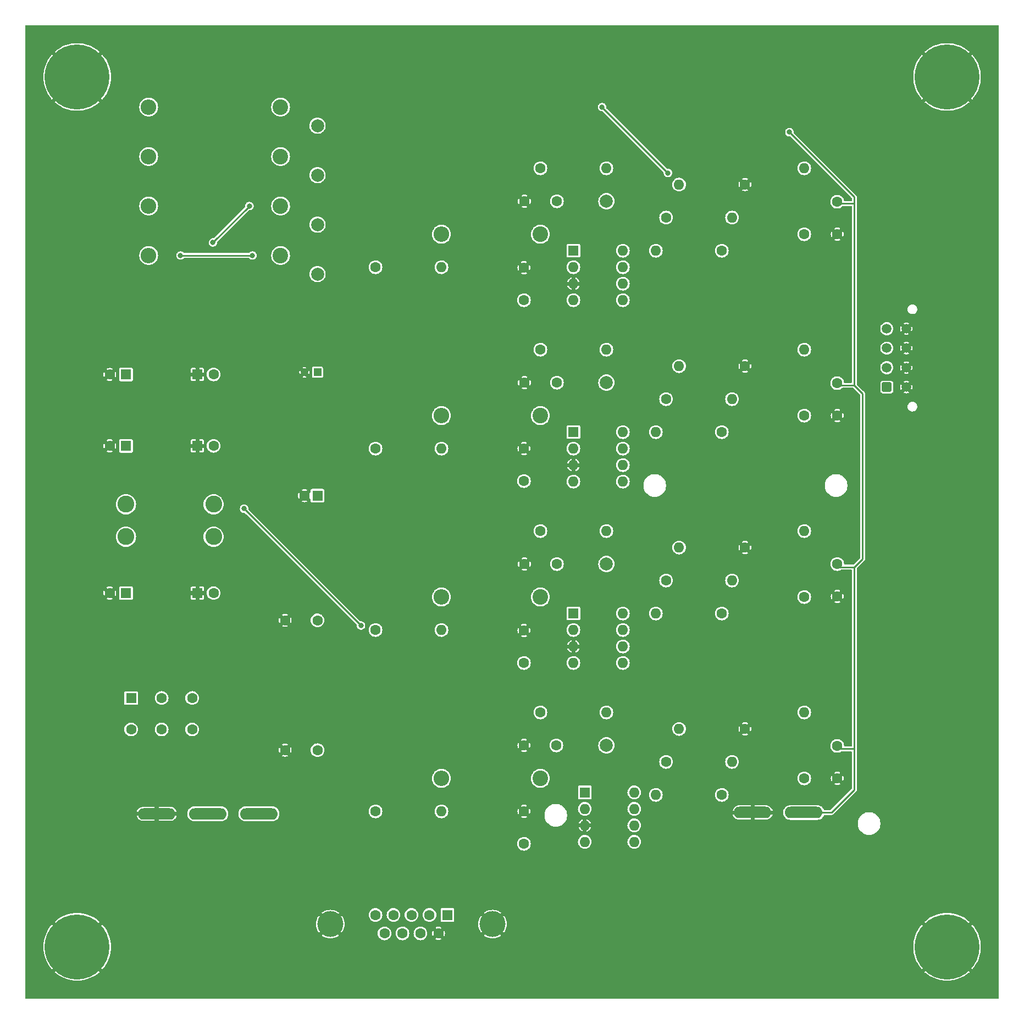
<source format=gbr>
%TF.GenerationSoftware,KiCad,Pcbnew,(7.0.0-0)*%
%TF.CreationDate,2024-05-06T17:20:27-04:00*%
%TF.ProjectId,BFieldArduino,42466965-6c64-4417-9264-75696e6f2e6b,rev?*%
%TF.SameCoordinates,Original*%
%TF.FileFunction,Copper,L2,Bot*%
%TF.FilePolarity,Positive*%
%FSLAX46Y46*%
G04 Gerber Fmt 4.6, Leading zero omitted, Abs format (unit mm)*
G04 Created by KiCad (PCBNEW (7.0.0-0)) date 2024-05-06 17:20:27*
%MOMM*%
%LPD*%
G01*
G04 APERTURE LIST*
G04 Aperture macros list*
%AMRoundRect*
0 Rectangle with rounded corners*
0 $1 Rounding radius*
0 $2 $3 $4 $5 $6 $7 $8 $9 X,Y pos of 4 corners*
0 Add a 4 corners polygon primitive as box body*
4,1,4,$2,$3,$4,$5,$6,$7,$8,$9,$2,$3,0*
0 Add four circle primitives for the rounded corners*
1,1,$1+$1,$2,$3*
1,1,$1+$1,$4,$5*
1,1,$1+$1,$6,$7*
1,1,$1+$1,$8,$9*
0 Add four rect primitives between the rounded corners*
20,1,$1+$1,$2,$3,$4,$5,0*
20,1,$1+$1,$4,$5,$6,$7,0*
20,1,$1+$1,$6,$7,$8,$9,0*
20,1,$1+$1,$8,$9,$2,$3,0*%
G04 Aperture macros list end*
%TA.AperFunction,ComponentPad*%
%ADD10O,5.842000X1.778000*%
%TD*%
%TA.AperFunction,ComponentPad*%
%ADD11C,1.600000*%
%TD*%
%TA.AperFunction,ComponentPad*%
%ADD12O,1.600000X1.600000*%
%TD*%
%TA.AperFunction,ComponentPad*%
%ADD13C,10.000000*%
%TD*%
%TA.AperFunction,ComponentPad*%
%ADD14R,1.600000X1.600000*%
%TD*%
%TA.AperFunction,ComponentPad*%
%ADD15C,2.400000*%
%TD*%
%TA.AperFunction,ComponentPad*%
%ADD16O,2.400000X2.400000*%
%TD*%
%TA.AperFunction,ComponentPad*%
%ADD17C,2.000000*%
%TD*%
%TA.AperFunction,ComponentPad*%
%ADD18R,1.200000X1.200000*%
%TD*%
%TA.AperFunction,ComponentPad*%
%ADD19C,1.200000*%
%TD*%
%TA.AperFunction,ComponentPad*%
%ADD20C,1.500000*%
%TD*%
%TA.AperFunction,ComponentPad*%
%ADD21RoundRect,0.250001X0.499999X-0.499999X0.499999X0.499999X-0.499999X0.499999X-0.499999X-0.499999X0*%
%TD*%
%TA.AperFunction,ComponentPad*%
%ADD22C,2.600000*%
%TD*%
%TA.AperFunction,ComponentPad*%
%ADD23C,4.000000*%
%TD*%
%TA.AperFunction,ViaPad*%
%ADD24C,0.800000*%
%TD*%
%TA.AperFunction,Conductor*%
%ADD25C,0.250000*%
%TD*%
G04 APERTURE END LIST*
D10*
%TO.P,U12,1,Gnd*%
%TO.N,GND*%
X185062999Y-134297299D03*
%TO.P,U12,2,V+*%
%TO.N,+5V*%
X192936999Y-134297299D03*
%TD*%
D11*
%TO.P,C7,1*%
%TO.N,+15V_f*%
X118020000Y-124695000D03*
%TO.P,C7,2*%
%TO.N,GND*%
X113020000Y-124695000D03*
%TD*%
%TO.P,R14,1*%
%TO.N,+2.5V*%
X171720000Y-70620000D03*
D12*
%TO.P,R14,2*%
%TO.N,Net-(U4-+)*%
X181879999Y-70619999D03*
%TD*%
D13*
%TO.P,H4,1,1*%
%TO.N,GND*%
X215000000Y-155000000D03*
%TD*%
D14*
%TO.P,U3,1,NULL*%
%TO.N,unconnected-(U3-NULL-Pad1)*%
X157439999Y-75699999D03*
D12*
%TO.P,U3,2,-*%
%TO.N,Net-(U3--)*%
X157439999Y-78239999D03*
%TO.P,U3,3,+*%
%TO.N,GND*%
X157439999Y-80779999D03*
%TO.P,U3,4,V-*%
%TO.N,-15V_f*%
X157439999Y-83319999D03*
%TO.P,U3,5,NULL*%
%TO.N,unconnected-(U3-NULL-Pad5)*%
X165059999Y-83319999D03*
%TO.P,U3,6*%
%TO.N,Net-(R13-Pad2)*%
X165059999Y-80779999D03*
%TO.P,U3,7,V+*%
%TO.N,+15V_f*%
X165059999Y-78239999D03*
%TO.P,U3,8,NC*%
%TO.N,unconnected-(U3-NC-Pad8)*%
X165059999Y-75699999D03*
%TD*%
D11*
%TO.P,C19,1*%
%TO.N,+5V*%
X198080000Y-40220000D03*
%TO.P,C19,2*%
%TO.N,GND*%
X198080000Y-45220000D03*
%TD*%
%TO.P,R11,1*%
%TO.N,GND*%
X183880000Y-37580000D03*
D12*
%TO.P,R11,2*%
%TO.N,Net-(U2-+)*%
X173719999Y-37579999D03*
%TD*%
D11*
%TO.P,R8,1*%
%TO.N,Net-(U7--)*%
X152360000Y-118880000D03*
D12*
%TO.P,R8,2*%
%TO.N,Net-(R21-Pad2)*%
X162519999Y-118879999D03*
%TD*%
D15*
%TO.P,R3,1*%
%TO.N,Net-(U3--)*%
X152360000Y-73160000D03*
D16*
%TO.P,R3,2*%
%TO.N,Net-(R3-Pad2)*%
X137119999Y-73159999D03*
%TD*%
D11*
%TO.P,R22,1*%
%TO.N,+2.5V*%
X171720000Y-126500000D03*
D12*
%TO.P,R22,2*%
%TO.N,Net-(U8-+)*%
X181879999Y-126499999D03*
%TD*%
%TO.P,U7,8,NC*%
%TO.N,unconnected-(U7-NC-Pad8)*%
X166819999Y-131199999D03*
%TO.P,U7,7,V+*%
%TO.N,+15V_f*%
X166819999Y-133739999D03*
%TO.P,U7,6*%
%TO.N,Net-(R21-Pad2)*%
X166819999Y-136279999D03*
%TO.P,U7,5,NULL*%
%TO.N,unconnected-(U7-NULL-Pad5)*%
X166819999Y-138819999D03*
%TO.P,U7,4,V-*%
%TO.N,-15V_f*%
X159199999Y-138819999D03*
%TO.P,U7,3,+*%
%TO.N,GND*%
X159199999Y-136279999D03*
%TO.P,U7,2,-*%
%TO.N,Net-(U7--)*%
X159199999Y-133739999D03*
D14*
%TO.P,U7,1,NULL*%
%TO.N,unconnected-(U7-NULL-Pad1)*%
X159199999Y-131199999D03*
%TD*%
D11*
%TO.P,R24,1*%
%TO.N,Net-(U8--)*%
X193000000Y-129040000D03*
D12*
%TO.P,R24,2*%
%TO.N,COM-OUT*%
X192999999Y-118879999D03*
%TD*%
D11*
%TO.P,C20,1*%
%TO.N,+5V*%
X198080000Y-68160000D03*
%TO.P,C20,2*%
%TO.N,GND*%
X198080000Y-73160000D03*
%TD*%
D15*
%TO.P,R28,1*%
%TO.N,+2.5V*%
X112340000Y-25640000D03*
D16*
%TO.P,R28,2*%
%TO.N,Net-(D4-A)*%
X92019999Y-25639999D03*
%TD*%
D14*
%TO.P,C3,1*%
%TO.N,+15V_f*%
X88519999Y-66819999D03*
D11*
%TO.P,C3,2*%
%TO.N,GND*%
X86020000Y-66820000D03*
%TD*%
%TO.P,C18,2*%
%TO.N,GND*%
X149820000Y-134120000D03*
%TO.P,C18,1*%
%TO.N,-15V_f*%
X149820000Y-139120000D03*
%TD*%
%TO.P,C16,1*%
%TO.N,-15V_f*%
X149820000Y-111260000D03*
%TO.P,C16,2*%
%TO.N,GND*%
X149820000Y-106260000D03*
%TD*%
D13*
%TO.P,H3,1,1*%
%TO.N,GND*%
X81000000Y-155000000D03*
%TD*%
D11*
%TO.P,C13,1*%
%TO.N,+15V_f*%
X154900000Y-68080000D03*
%TO.P,C13,2*%
%TO.N,GND*%
X149900000Y-68080000D03*
%TD*%
%TO.P,R31,1*%
%TO.N,Z-IN*%
X126960000Y-106180000D03*
D12*
%TO.P,R31,2*%
%TO.N,Net-(R31-Pad2)*%
X137119999Y-106179999D03*
%TD*%
D11*
%TO.P,R18,1*%
%TO.N,+2.5V*%
X171720000Y-98560000D03*
D12*
%TO.P,R18,2*%
%TO.N,Net-(U6-+)*%
X181879999Y-98559999D03*
%TD*%
D11*
%TO.P,R20,1*%
%TO.N,Net-(U6--)*%
X193000000Y-101100000D03*
D12*
%TO.P,R20,2*%
%TO.N,Z-OUT*%
X192999999Y-90939999D03*
%TD*%
D17*
%TO.P,TP7,1,1*%
%TO.N,Net-(R17-Pad2)*%
X162520000Y-96020000D03*
%TD*%
D18*
%TO.P,C10,1*%
%TO.N,+2.5V*%
X118019999Y-66499999D03*
D19*
%TO.P,C10,2*%
%TO.N,GND*%
X116020000Y-66500000D03*
%TD*%
D17*
%TO.P,TP1,1,1*%
%TO.N,+15V_f*%
X118020000Y-51360000D03*
%TD*%
D11*
%TO.P,C22,1*%
%TO.N,+5V*%
X198080000Y-124040000D03*
%TO.P,C22,2*%
%TO.N,GND*%
X198080000Y-129040000D03*
%TD*%
D13*
%TO.P,H2,1,1*%
%TO.N,GND*%
X81000000Y-21000000D03*
%TD*%
D10*
%TO.P,U11,1,Gnd*%
%TO.N,GND*%
X93251999Y-134499999D03*
%TO.P,U11,2,V+*%
%TO.N,Net-(SW1A-B)*%
X101125999Y-134499999D03*
%TO.P,U11,3,V-*%
%TO.N,Net-(SW1B-B)*%
X108999999Y-134499999D03*
%TD*%
D15*
%TO.P,R5,1*%
%TO.N,Net-(U5--)*%
X152360000Y-101100000D03*
D16*
%TO.P,R5,2*%
%TO.N,Net-(R31-Pad2)*%
X137119999Y-101099999D03*
%TD*%
D11*
%TO.P,C12,1*%
%TO.N,-15V_f*%
X149820000Y-55380000D03*
%TO.P,C12,2*%
%TO.N,GND*%
X149820000Y-50380000D03*
%TD*%
D20*
%TO.P,J2,8,Pin_8*%
%TO.N,GND*%
X208720000Y-59780000D03*
%TO.P,J2,7,Pin_7*%
X208720000Y-62780000D03*
%TO.P,J2,6,Pin_6*%
X208720000Y-65780000D03*
%TO.P,J2,5,Pin_5*%
X208720000Y-68780000D03*
%TO.P,J2,4,Pin_4*%
%TO.N,X-OUT*%
X205720000Y-59780000D03*
%TO.P,J2,3,Pin_3*%
%TO.N,Y-OUT*%
X205720000Y-62780000D03*
%TO.P,J2,2,Pin_2*%
%TO.N,Z-OUT*%
X205720000Y-65780000D03*
D21*
%TO.P,J2,1,Pin_1*%
%TO.N,COM-OUT*%
X205720000Y-68780000D03*
%TD*%
D17*
%TO.P,TP8,1,1*%
%TO.N,Net-(R21-Pad2)*%
X162520000Y-123960000D03*
%TD*%
D13*
%TO.P,H1,1,1*%
%TO.N,GND*%
X215000000Y-21000000D03*
%TD*%
D17*
%TO.P,TP2,1,1*%
%TO.N,-15V_f*%
X118020000Y-43740000D03*
%TD*%
D11*
%TO.P,C8,1*%
%TO.N,+5V*%
X118020000Y-104695000D03*
%TO.P,C8,2*%
%TO.N,GND*%
X113020000Y-104695000D03*
%TD*%
%TO.P,R21,1*%
%TO.N,Net-(U8--)*%
X180300000Y-131580000D03*
D12*
%TO.P,R21,2*%
%TO.N,Net-(R21-Pad2)*%
X170139999Y-131579999D03*
%TD*%
D11*
%TO.P,R30,1*%
%TO.N,Y-IN*%
X126960000Y-78240000D03*
D12*
%TO.P,R30,2*%
%TO.N,Net-(R3-Pad2)*%
X137119999Y-78239999D03*
%TD*%
D14*
%TO.P,C6,1*%
%TO.N,GND*%
X99519999Y-66819999D03*
D11*
%TO.P,C6,2*%
%TO.N,-15V_f*%
X102020000Y-66820000D03*
%TD*%
%TO.P,R6,1*%
%TO.N,Net-(U5--)*%
X152360000Y-90940000D03*
D12*
%TO.P,R6,2*%
%TO.N,Net-(R17-Pad2)*%
X162519999Y-90939999D03*
%TD*%
D11*
%TO.P,R10,1*%
%TO.N,+2.5V*%
X171720000Y-42660000D03*
D12*
%TO.P,R10,2*%
%TO.N,Net-(U2-+)*%
X181879999Y-42659999D03*
%TD*%
D11*
%TO.P,R29,1*%
%TO.N,X-IN*%
X126960000Y-50300000D03*
D12*
%TO.P,R29,2*%
%TO.N,Net-(R1-Pad2)*%
X137119999Y-50299999D03*
%TD*%
D15*
%TO.P,R25,1*%
%TO.N,+15V_f*%
X112340000Y-48500000D03*
D16*
%TO.P,R25,2*%
%TO.N,Net-(D1-A)*%
X92019999Y-48499999D03*
%TD*%
D11*
%TO.P,R9,1*%
%TO.N,Net-(U2--)*%
X180300000Y-47760000D03*
D12*
%TO.P,R9,2*%
%TO.N,Net-(R2-Pad2)*%
X170139999Y-47759999D03*
%TD*%
D11*
%TO.P,R17,1*%
%TO.N,Net-(U6--)*%
X180300000Y-103640000D03*
D12*
%TO.P,R17,2*%
%TO.N,Net-(R17-Pad2)*%
X170139999Y-103639999D03*
%TD*%
D17*
%TO.P,TP4,1,1*%
%TO.N,+2.5V*%
X118020000Y-28500000D03*
%TD*%
D12*
%TO.P,R13,2*%
%TO.N,Net-(R13-Pad2)*%
X170139999Y-75699999D03*
D11*
%TO.P,R13,1*%
%TO.N,Net-(U4--)*%
X180300000Y-75700000D03*
%TD*%
D22*
%TO.P,L1,1,1*%
%TO.N,+15V*%
X88520000Y-91820000D03*
%TO.P,L1,2,2*%
%TO.N,+15V_f*%
X88520000Y-86820000D03*
%TD*%
D11*
%TO.P,R19,1*%
%TO.N,GND*%
X183880000Y-93480000D03*
D12*
%TO.P,R19,2*%
%TO.N,Net-(U6-+)*%
X173719999Y-93479999D03*
%TD*%
D11*
%TO.P,C17,1*%
%TO.N,+15V_f*%
X154820000Y-123960000D03*
%TO.P,C17,2*%
%TO.N,GND*%
X149820000Y-123960000D03*
%TD*%
D15*
%TO.P,R1,1*%
%TO.N,Net-(U1--)*%
X152360000Y-45220000D03*
D16*
%TO.P,R1,2*%
%TO.N,Net-(R1-Pad2)*%
X137119999Y-45219999D03*
%TD*%
D11*
%TO.P,C21,1*%
%TO.N,+5V*%
X198080000Y-96020000D03*
%TO.P,C21,2*%
%TO.N,GND*%
X198080000Y-101020000D03*
%TD*%
%TO.P,C15,1*%
%TO.N,+15V_f*%
X154900000Y-96020000D03*
%TO.P,C15,2*%
%TO.N,GND*%
X149900000Y-96020000D03*
%TD*%
%TO.P,R2,1*%
%TO.N,Net-(U1--)*%
X152360000Y-35060000D03*
D12*
%TO.P,R2,2*%
%TO.N,Net-(R2-Pad2)*%
X162519999Y-35059999D03*
%TD*%
D14*
%TO.P,C9,1*%
%TO.N,+5V*%
X118019999Y-85499999D03*
D11*
%TO.P,C9,2*%
%TO.N,GND*%
X116020000Y-85500000D03*
%TD*%
%TO.P,R32,1*%
%TO.N,COM-IN*%
X126960000Y-134120000D03*
D12*
%TO.P,R32,2*%
%TO.N,Net-(R32-Pad2)*%
X137119999Y-134119999D03*
%TD*%
D11*
%TO.P,R12,1*%
%TO.N,Net-(U2--)*%
X193000000Y-45220000D03*
D12*
%TO.P,R12,2*%
%TO.N,X-OUT*%
X192999999Y-35059999D03*
%TD*%
D14*
%TO.P,U5,1,NULL*%
%TO.N,unconnected-(U5-NULL-Pad1)*%
X157439999Y-103639999D03*
D12*
%TO.P,U5,2,-*%
%TO.N,Net-(U5--)*%
X157439999Y-106179999D03*
%TO.P,U5,3,+*%
%TO.N,GND*%
X157439999Y-108719999D03*
%TO.P,U5,4,V-*%
%TO.N,-15V_f*%
X157439999Y-111259999D03*
%TO.P,U5,5,NULL*%
%TO.N,unconnected-(U5-NULL-Pad5)*%
X165059999Y-111259999D03*
%TO.P,U5,6*%
%TO.N,Net-(R17-Pad2)*%
X165059999Y-108719999D03*
%TO.P,U5,7,V+*%
%TO.N,+15V_f*%
X165059999Y-106179999D03*
%TO.P,U5,8,NC*%
%TO.N,unconnected-(U5-NC-Pad8)*%
X165059999Y-103639999D03*
%TD*%
D11*
%TO.P,C11,1*%
%TO.N,+15V_f*%
X154900000Y-40140000D03*
%TO.P,C11,2*%
%TO.N,GND*%
X149900000Y-40140000D03*
%TD*%
D14*
%TO.P,C1,1*%
%TO.N,+15V*%
X88519999Y-100499999D03*
D11*
%TO.P,C1,2*%
%TO.N,GND*%
X86020000Y-100500000D03*
%TD*%
D23*
%TO.P,J1,0,PAD*%
%TO.N,GND*%
X120000000Y-151500000D03*
X145000000Y-151500000D03*
D14*
%TO.P,J1,1,1*%
%TO.N,unconnected-(J1-Pad1)*%
X138039999Y-150079999D03*
D11*
%TO.P,J1,2,2*%
%TO.N,X-IN*%
X135270000Y-150080000D03*
%TO.P,J1,3,3*%
%TO.N,Y-IN*%
X132500000Y-150080000D03*
%TO.P,J1,4,4*%
%TO.N,Z-IN*%
X129730000Y-150080000D03*
%TO.P,J1,5,5*%
%TO.N,COM-IN*%
X126960000Y-150080000D03*
%TO.P,J1,6,6*%
%TO.N,GND*%
X136655000Y-152920000D03*
%TO.P,J1,7,7*%
%TO.N,-15V_f*%
X133885000Y-152920000D03*
%TO.P,J1,8,8*%
%TO.N,+15V_f*%
X131115000Y-152920000D03*
%TO.P,J1,9,9*%
%TO.N,unconnected-(J1-Pad9)*%
X128345000Y-152920000D03*
%TD*%
D14*
%TO.P,C4,1*%
%TO.N,GND*%
X99519999Y-100499999D03*
D11*
%TO.P,C4,2*%
%TO.N,-15V*%
X102020000Y-100500000D03*
%TD*%
D17*
%TO.P,TP6,1,1*%
%TO.N,Net-(R13-Pad2)*%
X162520000Y-68080000D03*
%TD*%
D11*
%TO.P,R23,1*%
%TO.N,GND*%
X183880000Y-121420000D03*
D12*
%TO.P,R23,2*%
%TO.N,Net-(U8-+)*%
X173719999Y-121419999D03*
%TD*%
D14*
%TO.P,U1,1,NULL*%
%TO.N,unconnected-(U1-NULL-Pad1)*%
X157439999Y-47759999D03*
D12*
%TO.P,U1,2,-*%
%TO.N,Net-(U1--)*%
X157439999Y-50299999D03*
%TO.P,U1,3,+*%
%TO.N,GND*%
X157439999Y-52839999D03*
%TO.P,U1,4,V-*%
%TO.N,-15V_f*%
X157439999Y-55379999D03*
%TO.P,U1,5,NULL*%
%TO.N,unconnected-(U1-NULL-Pad5)*%
X165059999Y-55379999D03*
%TO.P,U1,6*%
%TO.N,Net-(R2-Pad2)*%
X165059999Y-52839999D03*
%TO.P,U1,7,V+*%
%TO.N,+15V_f*%
X165059999Y-50299999D03*
%TO.P,U1,8,NC*%
%TO.N,unconnected-(U1-NC-Pad8)*%
X165059999Y-47759999D03*
%TD*%
D15*
%TO.P,R27,1*%
%TO.N,+5V*%
X112340000Y-33260000D03*
D16*
%TO.P,R27,2*%
%TO.N,Net-(D3-A)*%
X92019999Y-33259999D03*
%TD*%
D15*
%TO.P,R26,1*%
%TO.N,-15V_f*%
X112340000Y-40880000D03*
D16*
%TO.P,R26,2*%
%TO.N,Net-(D2-K)*%
X92019999Y-40879999D03*
%TD*%
D17*
%TO.P,TP3,1,1*%
%TO.N,+5V*%
X118020000Y-36120000D03*
%TD*%
D11*
%TO.P,R16,1*%
%TO.N,Net-(U4--)*%
X193000000Y-73160000D03*
D12*
%TO.P,R16,2*%
%TO.N,Y-OUT*%
X192999999Y-62999999D03*
%TD*%
D11*
%TO.P,R15,1*%
%TO.N,GND*%
X183880000Y-65540000D03*
D12*
%TO.P,R15,2*%
%TO.N,Net-(U4-+)*%
X173719999Y-65539999D03*
%TD*%
D14*
%TO.P,C2,1*%
%TO.N,+15V_f*%
X88519999Y-77819999D03*
D11*
%TO.P,C2,2*%
%TO.N,GND*%
X86020000Y-77820000D03*
%TD*%
D14*
%TO.P,SW1,1,A*%
%TO.N,unconnected-(SW1A-A-Pad1)*%
X89319999Y-116669999D03*
D11*
%TO.P,SW1,2,B*%
%TO.N,Net-(SW1A-B)*%
X94020000Y-116670000D03*
%TO.P,SW1,3,C*%
%TO.N,+15V*%
X98720000Y-116670000D03*
%TO.P,SW1,4,A*%
%TO.N,unconnected-(SW1B-A-Pad4)*%
X89320000Y-121500000D03*
%TO.P,SW1,5,B*%
%TO.N,Net-(SW1B-B)*%
X94020000Y-121500000D03*
%TO.P,SW1,6,C*%
%TO.N,-15V*%
X98720000Y-121500000D03*
%TD*%
D22*
%TO.P,L2,1,1*%
%TO.N,-15V*%
X102020000Y-91820000D03*
%TO.P,L2,2,2*%
%TO.N,-15V_f*%
X102020000Y-86820000D03*
%TD*%
D11*
%TO.P,R4,1*%
%TO.N,Net-(U3--)*%
X152360000Y-63000000D03*
D12*
%TO.P,R4,2*%
%TO.N,Net-(R13-Pad2)*%
X162519999Y-62999999D03*
%TD*%
D17*
%TO.P,TP5,1,1*%
%TO.N,Net-(R2-Pad2)*%
X162520000Y-40140000D03*
%TD*%
D14*
%TO.P,C5,1*%
%TO.N,GND*%
X99519999Y-77819999D03*
D11*
%TO.P,C5,2*%
%TO.N,-15V_f*%
X102020000Y-77820000D03*
%TD*%
D15*
%TO.P,R7,1*%
%TO.N,Net-(U7--)*%
X152360000Y-129040000D03*
D16*
%TO.P,R7,2*%
%TO.N,Net-(R32-Pad2)*%
X137119999Y-129039999D03*
%TD*%
D11*
%TO.P,C14,1*%
%TO.N,-15V_f*%
X149820000Y-83240000D03*
%TO.P,C14,2*%
%TO.N,GND*%
X149820000Y-78240000D03*
%TD*%
D24*
%TO.N,+15V_f*%
X108000000Y-48500000D03*
X96920000Y-48500000D03*
%TO.N,-15V_f*%
X124720000Y-105500000D03*
X101920000Y-46500000D03*
X106720000Y-87500000D03*
X107540000Y-40880000D03*
%TO.N,+5V*%
X190720000Y-29500000D03*
%TO.N,+2.5V*%
X172000000Y-35780000D03*
X161860000Y-25640000D03*
%TD*%
D25*
%TO.N,+5V*%
X200720000Y-68500000D02*
X202000000Y-69780000D01*
X202000000Y-69780000D02*
X202000000Y-95220000D01*
X202000000Y-95220000D02*
X200720000Y-96500000D01*
X200720000Y-130780000D02*
X200720000Y-96500000D01*
X200720000Y-39500000D02*
X200720000Y-68500000D01*
X190720000Y-29500000D02*
X200720000Y-39500000D01*
X200720000Y-130780000D02*
X197202700Y-134297300D01*
X197202700Y-134297300D02*
X192937000Y-134297300D01*
X198420000Y-68500000D02*
X200720000Y-68500000D01*
X198080000Y-68160000D02*
X198420000Y-68500000D01*
%TO.N,+2.5V*%
X172000000Y-35780000D02*
X161860000Y-25640000D01*
%TO.N,-15V_f*%
X106720000Y-87500000D02*
X124720000Y-105500000D01*
X101920000Y-46500000D02*
X107540000Y-40880000D01*
%TO.N,+15V_f*%
X96920000Y-48500000D02*
X108000000Y-48500000D01*
%TO.N,+5V*%
X198080000Y-124040000D02*
X198540000Y-124500000D01*
X198540000Y-124500000D02*
X200720000Y-124500000D01*
X200720000Y-40500000D02*
X198360000Y-40500000D01*
X198560000Y-96500000D02*
X200720000Y-96500000D01*
X198360000Y-40500000D02*
X198080000Y-40220000D01*
X198080000Y-96020000D02*
X198560000Y-96500000D01*
%TD*%
%TA.AperFunction,Conductor*%
%TO.N,GND*%
G36*
X222937500Y-13017113D02*
G01*
X222982887Y-13062500D01*
X222999500Y-13124500D01*
X222999500Y-162875500D01*
X222982887Y-162937500D01*
X222937500Y-162982887D01*
X222875500Y-162999500D01*
X73124500Y-162999500D01*
X73062500Y-162982887D01*
X73017113Y-162937500D01*
X73000500Y-162875500D01*
X73000500Y-158883214D01*
X77546131Y-158883214D01*
X77553310Y-158894667D01*
X77652326Y-158985399D01*
X77656462Y-158988870D01*
X78012420Y-159262006D01*
X78016832Y-159265096D01*
X78395245Y-159506170D01*
X78399923Y-159508871D01*
X78797880Y-159716035D01*
X78802798Y-159718328D01*
X79217309Y-159890025D01*
X79222373Y-159891868D01*
X79650287Y-160026788D01*
X79655486Y-160028181D01*
X80093538Y-160125295D01*
X80098846Y-160126231D01*
X80543670Y-160184794D01*
X80549063Y-160185266D01*
X80997297Y-160204836D01*
X81002703Y-160204836D01*
X81450936Y-160185266D01*
X81456329Y-160184794D01*
X81901153Y-160126231D01*
X81906461Y-160125295D01*
X82344513Y-160028181D01*
X82349712Y-160026788D01*
X82777626Y-159891868D01*
X82782690Y-159890025D01*
X83197201Y-159718328D01*
X83202119Y-159716035D01*
X83600076Y-159508871D01*
X83604754Y-159506170D01*
X83983167Y-159265096D01*
X83987579Y-159262006D01*
X84343529Y-158988876D01*
X84347675Y-158985397D01*
X84446688Y-158894666D01*
X84453867Y-158883215D01*
X84453866Y-158883214D01*
X211546131Y-158883214D01*
X211553310Y-158894667D01*
X211652326Y-158985399D01*
X211656462Y-158988870D01*
X212012420Y-159262006D01*
X212016832Y-159265096D01*
X212395245Y-159506170D01*
X212399923Y-159508871D01*
X212797880Y-159716035D01*
X212802798Y-159718328D01*
X213217309Y-159890025D01*
X213222373Y-159891868D01*
X213650287Y-160026788D01*
X213655486Y-160028181D01*
X214093538Y-160125295D01*
X214098846Y-160126231D01*
X214543670Y-160184794D01*
X214549063Y-160185266D01*
X214997297Y-160204836D01*
X215002703Y-160204836D01*
X215450936Y-160185266D01*
X215456329Y-160184794D01*
X215901153Y-160126231D01*
X215906461Y-160125295D01*
X216344513Y-160028181D01*
X216349712Y-160026788D01*
X216777626Y-159891868D01*
X216782690Y-159890025D01*
X217197201Y-159718328D01*
X217202119Y-159716035D01*
X217600076Y-159508871D01*
X217604754Y-159506170D01*
X217983167Y-159265096D01*
X217987579Y-159262006D01*
X218343529Y-158988876D01*
X218347675Y-158985397D01*
X218446688Y-158894666D01*
X218453867Y-158883215D01*
X218447194Y-158871459D01*
X215011542Y-155435806D01*
X215000000Y-155429142D01*
X214988457Y-155435806D01*
X211552804Y-158871459D01*
X211546131Y-158883214D01*
X84453866Y-158883214D01*
X84447194Y-158871459D01*
X81011542Y-155435806D01*
X81000000Y-155429142D01*
X80988457Y-155435806D01*
X77552804Y-158871459D01*
X77546131Y-158883214D01*
X73000500Y-158883214D01*
X73000500Y-155002703D01*
X75795164Y-155002703D01*
X75814733Y-155450936D01*
X75815205Y-155456329D01*
X75873768Y-155901153D01*
X75874704Y-155906461D01*
X75971818Y-156344513D01*
X75973211Y-156349712D01*
X76108131Y-156777626D01*
X76109974Y-156782690D01*
X76281671Y-157197201D01*
X76283964Y-157202119D01*
X76491128Y-157600076D01*
X76493829Y-157604754D01*
X76734903Y-157983167D01*
X76737993Y-157987579D01*
X77011129Y-158343537D01*
X77014600Y-158347673D01*
X77105331Y-158446688D01*
X77116784Y-158453867D01*
X77128539Y-158447194D01*
X80564192Y-155011542D01*
X80570856Y-155000000D01*
X81429142Y-155000000D01*
X81435806Y-155011542D01*
X84871459Y-158447194D01*
X84883215Y-158453867D01*
X84894666Y-158446688D01*
X84985397Y-158347675D01*
X84988876Y-158343529D01*
X85262006Y-157987579D01*
X85265096Y-157983167D01*
X85506170Y-157604754D01*
X85508871Y-157600076D01*
X85716035Y-157202119D01*
X85718328Y-157197201D01*
X85890025Y-156782690D01*
X85891868Y-156777626D01*
X86026788Y-156349712D01*
X86028181Y-156344513D01*
X86125295Y-155906461D01*
X86126231Y-155901153D01*
X86184794Y-155456329D01*
X86185266Y-155450936D01*
X86204836Y-155002703D01*
X209795164Y-155002703D01*
X209814733Y-155450936D01*
X209815205Y-155456329D01*
X209873768Y-155901153D01*
X209874704Y-155906461D01*
X209971818Y-156344513D01*
X209973211Y-156349712D01*
X210108131Y-156777626D01*
X210109974Y-156782690D01*
X210281671Y-157197201D01*
X210283964Y-157202119D01*
X210491128Y-157600076D01*
X210493829Y-157604754D01*
X210734903Y-157983167D01*
X210737993Y-157987579D01*
X211011129Y-158343537D01*
X211014600Y-158347673D01*
X211105331Y-158446688D01*
X211116784Y-158453867D01*
X211128539Y-158447194D01*
X214564192Y-155011542D01*
X214570856Y-155000000D01*
X215429142Y-155000000D01*
X215435806Y-155011542D01*
X218871459Y-158447194D01*
X218883215Y-158453867D01*
X218894666Y-158446688D01*
X218985397Y-158347675D01*
X218988876Y-158343529D01*
X219262006Y-157987579D01*
X219265096Y-157983167D01*
X219506170Y-157604754D01*
X219508871Y-157600076D01*
X219716035Y-157202119D01*
X219718328Y-157197201D01*
X219890025Y-156782690D01*
X219891868Y-156777626D01*
X220026788Y-156349712D01*
X220028181Y-156344513D01*
X220125295Y-155906461D01*
X220126231Y-155901153D01*
X220184794Y-155456329D01*
X220185266Y-155450936D01*
X220204836Y-155002703D01*
X220204836Y-154997297D01*
X220185266Y-154549063D01*
X220184794Y-154543670D01*
X220126231Y-154098846D01*
X220125295Y-154093538D01*
X220028181Y-153655486D01*
X220026788Y-153650287D01*
X219891868Y-153222373D01*
X219890025Y-153217309D01*
X219718328Y-152802798D01*
X219716035Y-152797880D01*
X219508871Y-152399923D01*
X219506170Y-152395245D01*
X219265096Y-152016832D01*
X219262006Y-152012420D01*
X218988870Y-151656462D01*
X218985399Y-151652326D01*
X218894667Y-151553310D01*
X218883214Y-151546131D01*
X218871459Y-151552804D01*
X215435806Y-154988457D01*
X215429142Y-155000000D01*
X214570856Y-155000000D01*
X214564192Y-154988457D01*
X211128539Y-151552804D01*
X211116783Y-151546130D01*
X211105333Y-151553309D01*
X211014603Y-151652323D01*
X211011122Y-151656472D01*
X210737993Y-152012420D01*
X210734903Y-152016832D01*
X210493829Y-152395245D01*
X210491128Y-152399923D01*
X210283964Y-152797880D01*
X210281671Y-152802798D01*
X210109974Y-153217309D01*
X210108131Y-153222373D01*
X209973211Y-153650287D01*
X209971818Y-153655486D01*
X209874704Y-154093538D01*
X209873768Y-154098846D01*
X209815205Y-154543670D01*
X209814733Y-154549063D01*
X209795164Y-154997297D01*
X209795164Y-155002703D01*
X86204836Y-155002703D01*
X86204836Y-154997297D01*
X86185266Y-154549063D01*
X86184794Y-154543670D01*
X86126231Y-154098846D01*
X86125295Y-154093538D01*
X86028181Y-153655486D01*
X86026788Y-153650287D01*
X85902367Y-153255672D01*
X118672019Y-153255672D01*
X118679650Y-153263687D01*
X118894265Y-153407089D01*
X118901280Y-153411139D01*
X119152648Y-153535100D01*
X119160137Y-153538201D01*
X119425521Y-153628287D01*
X119433368Y-153630390D01*
X119708243Y-153685065D01*
X119716279Y-153686123D01*
X119995942Y-153704454D01*
X120004058Y-153704454D01*
X120283720Y-153686123D01*
X120291756Y-153685065D01*
X120566631Y-153630390D01*
X120574478Y-153628287D01*
X120839862Y-153538201D01*
X120847351Y-153535100D01*
X121098719Y-153411139D01*
X121105734Y-153407089D01*
X121320348Y-153263687D01*
X121327979Y-153255672D01*
X121322058Y-153246322D01*
X120995736Y-152920000D01*
X127289417Y-152920000D01*
X127290014Y-152926061D01*
X127309102Y-153119869D01*
X127309103Y-153119875D01*
X127309700Y-153125934D01*
X127369768Y-153323954D01*
X127372638Y-153329323D01*
X127372640Y-153329328D01*
X127464444Y-153501079D01*
X127467315Y-153506450D01*
X127598590Y-153666410D01*
X127758550Y-153797685D01*
X127941046Y-153895232D01*
X128139066Y-153955300D01*
X128345000Y-153975583D01*
X128550934Y-153955300D01*
X128748954Y-153895232D01*
X128931450Y-153797685D01*
X129091410Y-153666410D01*
X129222685Y-153506450D01*
X129320232Y-153323954D01*
X129380300Y-153125934D01*
X129400583Y-152920000D01*
X130059417Y-152920000D01*
X130060014Y-152926061D01*
X130079102Y-153119869D01*
X130079103Y-153119875D01*
X130079700Y-153125934D01*
X130139768Y-153323954D01*
X130142638Y-153329323D01*
X130142640Y-153329328D01*
X130234444Y-153501079D01*
X130237315Y-153506450D01*
X130368590Y-153666410D01*
X130528550Y-153797685D01*
X130711046Y-153895232D01*
X130909066Y-153955300D01*
X131115000Y-153975583D01*
X131320934Y-153955300D01*
X131518954Y-153895232D01*
X131701450Y-153797685D01*
X131861410Y-153666410D01*
X131992685Y-153506450D01*
X132090232Y-153323954D01*
X132150300Y-153125934D01*
X132170583Y-152920000D01*
X132829417Y-152920000D01*
X132830014Y-152926061D01*
X132849102Y-153119869D01*
X132849103Y-153119875D01*
X132849700Y-153125934D01*
X132909768Y-153323954D01*
X132912638Y-153329323D01*
X132912640Y-153329328D01*
X133004444Y-153501079D01*
X133007315Y-153506450D01*
X133138590Y-153666410D01*
X133298550Y-153797685D01*
X133481046Y-153895232D01*
X133679066Y-153955300D01*
X133885000Y-153975583D01*
X134090934Y-153955300D01*
X134288954Y-153895232D01*
X134455776Y-153806063D01*
X136196894Y-153806063D01*
X136205365Y-153813554D01*
X136265092Y-153845478D01*
X136276292Y-153850117D01*
X136453135Y-153903762D01*
X136465030Y-153906128D01*
X136648939Y-153924242D01*
X136661061Y-153924242D01*
X136844969Y-153906128D01*
X136856864Y-153903762D01*
X137033703Y-153850118D01*
X137044909Y-153845477D01*
X137104635Y-153813552D01*
X137113105Y-153806063D01*
X137107173Y-153796437D01*
X136666542Y-153355806D01*
X136655000Y-153349142D01*
X136643456Y-153355807D01*
X136202825Y-153796437D01*
X136196894Y-153806063D01*
X134455776Y-153806063D01*
X134471450Y-153797685D01*
X134631410Y-153666410D01*
X134762685Y-153506450D01*
X134860232Y-153323954D01*
X134920300Y-153125934D01*
X134939986Y-152926061D01*
X135650758Y-152926061D01*
X135668871Y-153109969D01*
X135671237Y-153121864D01*
X135724882Y-153298707D01*
X135729520Y-153309905D01*
X135761445Y-153369633D01*
X135768936Y-153378105D01*
X135778560Y-153372174D01*
X136219193Y-152931542D01*
X136225857Y-152920000D01*
X137084142Y-152920000D01*
X137090806Y-152931542D01*
X137531437Y-153372173D01*
X137541063Y-153378105D01*
X137548552Y-153369635D01*
X137580477Y-153309909D01*
X137585118Y-153298703D01*
X137598171Y-153255672D01*
X143672019Y-153255672D01*
X143679650Y-153263687D01*
X143894265Y-153407089D01*
X143901280Y-153411139D01*
X144152648Y-153535100D01*
X144160137Y-153538201D01*
X144425521Y-153628287D01*
X144433368Y-153630390D01*
X144708243Y-153685065D01*
X144716279Y-153686123D01*
X144995942Y-153704454D01*
X145004058Y-153704454D01*
X145283720Y-153686123D01*
X145291756Y-153685065D01*
X145566631Y-153630390D01*
X145574478Y-153628287D01*
X145839862Y-153538201D01*
X145847351Y-153535100D01*
X146098719Y-153411139D01*
X146105734Y-153407089D01*
X146320348Y-153263687D01*
X146327979Y-153255672D01*
X146322058Y-153246322D01*
X145011542Y-151935806D01*
X144999999Y-151929142D01*
X144988457Y-151935806D01*
X143677940Y-153246322D01*
X143672019Y-153255672D01*
X137598171Y-153255672D01*
X137638762Y-153121864D01*
X137641128Y-153109969D01*
X137659242Y-152926061D01*
X137659242Y-152913939D01*
X137641128Y-152730030D01*
X137638762Y-152718135D01*
X137585117Y-152541292D01*
X137580478Y-152530092D01*
X137548554Y-152470365D01*
X137541063Y-152461894D01*
X137531437Y-152467825D01*
X137090807Y-152908456D01*
X137084142Y-152920000D01*
X136225857Y-152920000D01*
X136219193Y-152908457D01*
X135778559Y-152467823D01*
X135768936Y-152461893D01*
X135761445Y-152470364D01*
X135729520Y-152530093D01*
X135724882Y-152541292D01*
X135671237Y-152718135D01*
X135668871Y-152730030D01*
X135650758Y-152913939D01*
X135650758Y-152926061D01*
X134939986Y-152926061D01*
X134940583Y-152920000D01*
X134920300Y-152714066D01*
X134860232Y-152516046D01*
X134762685Y-152333550D01*
X134631410Y-152173590D01*
X134471450Y-152042315D01*
X134455774Y-152033936D01*
X136196893Y-152033936D01*
X136202823Y-152043559D01*
X136643457Y-152484193D01*
X136654999Y-152490857D01*
X136666542Y-152484193D01*
X137107174Y-152043560D01*
X137113105Y-152033936D01*
X137104633Y-152026445D01*
X137044905Y-151994520D01*
X137033707Y-151989882D01*
X136856864Y-151936237D01*
X136844969Y-151933871D01*
X136661061Y-151915758D01*
X136648939Y-151915758D01*
X136465030Y-151933871D01*
X136453135Y-151936237D01*
X136276292Y-151989882D01*
X136265093Y-151994520D01*
X136205364Y-152026445D01*
X136196893Y-152033936D01*
X134455774Y-152033936D01*
X134373356Y-151989882D01*
X134294328Y-151947640D01*
X134294323Y-151947638D01*
X134288954Y-151944768D01*
X134252356Y-151933666D01*
X134096764Y-151886468D01*
X134096759Y-151886467D01*
X134090934Y-151884700D01*
X134084875Y-151884103D01*
X134084869Y-151884102D01*
X133891061Y-151865014D01*
X133885000Y-151864417D01*
X133878939Y-151865014D01*
X133685130Y-151884102D01*
X133685122Y-151884103D01*
X133679066Y-151884700D01*
X133673242Y-151886466D01*
X133673235Y-151886468D01*
X133486877Y-151942999D01*
X133486875Y-151942999D01*
X133481046Y-151944768D01*
X133475679Y-151947636D01*
X133475671Y-151947640D01*
X133303920Y-152039444D01*
X133303915Y-152039447D01*
X133298550Y-152042315D01*
X133293846Y-152046174D01*
X133293842Y-152046178D01*
X133143296Y-152169727D01*
X133143290Y-152169732D01*
X133138590Y-152173590D01*
X133134732Y-152178290D01*
X133134727Y-152178296D01*
X133011178Y-152328842D01*
X133011174Y-152328846D01*
X133007315Y-152333550D01*
X133004447Y-152338915D01*
X133004444Y-152338920D01*
X132912640Y-152510671D01*
X132912636Y-152510679D01*
X132909768Y-152516046D01*
X132907999Y-152521875D01*
X132907999Y-152521877D01*
X132851468Y-152708235D01*
X132851466Y-152708242D01*
X132849700Y-152714066D01*
X132849103Y-152720122D01*
X132849102Y-152720130D01*
X132838480Y-152827979D01*
X132829417Y-152920000D01*
X132170583Y-152920000D01*
X132150300Y-152714066D01*
X132090232Y-152516046D01*
X131992685Y-152333550D01*
X131861410Y-152173590D01*
X131701450Y-152042315D01*
X131603356Y-151989882D01*
X131524328Y-151947640D01*
X131524323Y-151947638D01*
X131518954Y-151944768D01*
X131482356Y-151933666D01*
X131326764Y-151886468D01*
X131326759Y-151886467D01*
X131320934Y-151884700D01*
X131314875Y-151884103D01*
X131314869Y-151884102D01*
X131121061Y-151865014D01*
X131115000Y-151864417D01*
X131108939Y-151865014D01*
X130915130Y-151884102D01*
X130915122Y-151884103D01*
X130909066Y-151884700D01*
X130903242Y-151886466D01*
X130903235Y-151886468D01*
X130716877Y-151942999D01*
X130716875Y-151942999D01*
X130711046Y-151944768D01*
X130705679Y-151947636D01*
X130705671Y-151947640D01*
X130533920Y-152039444D01*
X130533915Y-152039447D01*
X130528550Y-152042315D01*
X130523846Y-152046174D01*
X130523842Y-152046178D01*
X130373296Y-152169727D01*
X130373290Y-152169732D01*
X130368590Y-152173590D01*
X130364732Y-152178290D01*
X130364727Y-152178296D01*
X130241178Y-152328842D01*
X130241174Y-152328846D01*
X130237315Y-152333550D01*
X130234447Y-152338915D01*
X130234444Y-152338920D01*
X130142640Y-152510671D01*
X130142636Y-152510679D01*
X130139768Y-152516046D01*
X130137999Y-152521875D01*
X130137999Y-152521877D01*
X130081468Y-152708235D01*
X130081466Y-152708242D01*
X130079700Y-152714066D01*
X130079103Y-152720122D01*
X130079102Y-152720130D01*
X130068480Y-152827979D01*
X130059417Y-152920000D01*
X129400583Y-152920000D01*
X129380300Y-152714066D01*
X129320232Y-152516046D01*
X129222685Y-152333550D01*
X129091410Y-152173590D01*
X128931450Y-152042315D01*
X128833356Y-151989882D01*
X128754328Y-151947640D01*
X128754323Y-151947638D01*
X128748954Y-151944768D01*
X128712356Y-151933666D01*
X128556764Y-151886468D01*
X128556759Y-151886467D01*
X128550934Y-151884700D01*
X128544875Y-151884103D01*
X128544869Y-151884102D01*
X128351061Y-151865014D01*
X128345000Y-151864417D01*
X128338939Y-151865014D01*
X128145130Y-151884102D01*
X128145122Y-151884103D01*
X128139066Y-151884700D01*
X128133242Y-151886466D01*
X128133235Y-151886468D01*
X127946877Y-151942999D01*
X127946875Y-151942999D01*
X127941046Y-151944768D01*
X127935679Y-151947636D01*
X127935671Y-151947640D01*
X127763920Y-152039444D01*
X127763915Y-152039447D01*
X127758550Y-152042315D01*
X127753846Y-152046174D01*
X127753842Y-152046178D01*
X127603296Y-152169727D01*
X127603290Y-152169732D01*
X127598590Y-152173590D01*
X127594732Y-152178290D01*
X127594727Y-152178296D01*
X127471178Y-152328842D01*
X127471174Y-152328846D01*
X127467315Y-152333550D01*
X127464447Y-152338915D01*
X127464444Y-152338920D01*
X127372640Y-152510671D01*
X127372636Y-152510679D01*
X127369768Y-152516046D01*
X127367999Y-152521875D01*
X127367999Y-152521877D01*
X127311468Y-152708235D01*
X127311466Y-152708242D01*
X127309700Y-152714066D01*
X127309103Y-152720122D01*
X127309102Y-152720130D01*
X127298480Y-152827979D01*
X127289417Y-152920000D01*
X120995736Y-152920000D01*
X120011542Y-151935806D01*
X119999999Y-151929142D01*
X119988457Y-151935806D01*
X118677940Y-153246322D01*
X118672019Y-153255672D01*
X85902367Y-153255672D01*
X85891868Y-153222373D01*
X85890025Y-153217309D01*
X85718328Y-152802798D01*
X85716035Y-152797880D01*
X85508871Y-152399923D01*
X85506170Y-152395245D01*
X85265096Y-152016832D01*
X85262006Y-152012420D01*
X84988870Y-151656462D01*
X84985399Y-151652326D01*
X84894667Y-151553310D01*
X84883214Y-151546131D01*
X84871459Y-151552804D01*
X81435806Y-154988457D01*
X81429142Y-155000000D01*
X80570856Y-155000000D01*
X80564192Y-154988457D01*
X77128539Y-151552804D01*
X77116783Y-151546130D01*
X77105333Y-151553309D01*
X77014603Y-151652323D01*
X77011122Y-151656472D01*
X76737993Y-152012420D01*
X76734903Y-152016832D01*
X76493829Y-152395245D01*
X76491128Y-152399923D01*
X76283964Y-152797880D01*
X76281671Y-152802798D01*
X76109974Y-153217309D01*
X76108131Y-153222373D01*
X75973211Y-153650287D01*
X75971818Y-153655486D01*
X75874704Y-154093538D01*
X75873768Y-154098846D01*
X75815205Y-154543670D01*
X75814733Y-154549063D01*
X75795164Y-154997297D01*
X75795164Y-155002703D01*
X73000500Y-155002703D01*
X73000500Y-151116783D01*
X77546130Y-151116783D01*
X77552804Y-151128539D01*
X80988457Y-154564192D01*
X80999999Y-154570856D01*
X81011542Y-154564192D01*
X84071675Y-151504058D01*
X117795546Y-151504058D01*
X117813876Y-151783720D01*
X117814934Y-151791756D01*
X117869609Y-152066631D01*
X117871712Y-152074478D01*
X117961798Y-152339862D01*
X117964899Y-152347351D01*
X118088860Y-152598719D01*
X118092910Y-152605734D01*
X118236311Y-152820348D01*
X118244326Y-152827979D01*
X118253676Y-152822058D01*
X119564193Y-151511542D01*
X119570856Y-151500000D01*
X120429142Y-151500000D01*
X120435806Y-151511542D01*
X121746322Y-152822058D01*
X121755672Y-152827979D01*
X121763687Y-152820348D01*
X121907089Y-152605734D01*
X121911139Y-152598719D01*
X122035100Y-152347351D01*
X122038201Y-152339862D01*
X122128287Y-152074478D01*
X122130390Y-152066631D01*
X122185065Y-151791756D01*
X122186123Y-151783720D01*
X122204454Y-151504058D01*
X142795546Y-151504058D01*
X142813876Y-151783720D01*
X142814934Y-151791756D01*
X142869609Y-152066631D01*
X142871712Y-152074478D01*
X142961798Y-152339862D01*
X142964899Y-152347351D01*
X143088860Y-152598719D01*
X143092910Y-152605734D01*
X143236311Y-152820348D01*
X143244326Y-152827979D01*
X143253676Y-152822058D01*
X144564193Y-151511542D01*
X144570856Y-151500000D01*
X145429142Y-151500000D01*
X145435806Y-151511542D01*
X146746322Y-152822058D01*
X146755672Y-152827979D01*
X146763687Y-152820348D01*
X146907089Y-152605734D01*
X146911139Y-152598719D01*
X147035100Y-152347351D01*
X147038201Y-152339862D01*
X147128287Y-152074478D01*
X147130390Y-152066631D01*
X147185065Y-151791756D01*
X147186123Y-151783720D01*
X147204454Y-151504058D01*
X147204454Y-151495942D01*
X147186123Y-151216279D01*
X147185065Y-151208243D01*
X147166873Y-151116783D01*
X211546130Y-151116783D01*
X211552804Y-151128539D01*
X214988456Y-154564192D01*
X214999998Y-154570856D01*
X215011541Y-154564192D01*
X218447194Y-151128539D01*
X218453867Y-151116784D01*
X218446688Y-151105331D01*
X218347673Y-151014600D01*
X218343537Y-151011129D01*
X217987579Y-150737993D01*
X217983167Y-150734903D01*
X217604754Y-150493829D01*
X217600076Y-150491128D01*
X217202119Y-150283964D01*
X217197201Y-150281671D01*
X216782690Y-150109974D01*
X216777626Y-150108131D01*
X216349712Y-149973211D01*
X216344513Y-149971818D01*
X215906461Y-149874704D01*
X215901153Y-149873768D01*
X215456329Y-149815205D01*
X215450936Y-149814733D01*
X215002703Y-149795164D01*
X214997297Y-149795164D01*
X214549063Y-149814733D01*
X214543670Y-149815205D01*
X214098846Y-149873768D01*
X214093538Y-149874704D01*
X213655486Y-149971818D01*
X213650287Y-149973211D01*
X213222373Y-150108131D01*
X213217309Y-150109974D01*
X212802798Y-150281671D01*
X212797880Y-150283964D01*
X212399923Y-150491128D01*
X212395245Y-150493829D01*
X212016832Y-150734903D01*
X212012420Y-150737993D01*
X211656472Y-151011122D01*
X211652323Y-151014603D01*
X211553309Y-151105333D01*
X211546130Y-151116783D01*
X147166873Y-151116783D01*
X147130390Y-150933368D01*
X147128287Y-150925521D01*
X147038201Y-150660137D01*
X147035100Y-150652648D01*
X146911139Y-150401280D01*
X146907089Y-150394265D01*
X146763687Y-150179650D01*
X146755672Y-150172019D01*
X146746322Y-150177940D01*
X145435806Y-151488457D01*
X145429142Y-151500000D01*
X144570856Y-151500000D01*
X144570857Y-151499999D01*
X144564193Y-151488457D01*
X143253676Y-150177940D01*
X143244326Y-150172019D01*
X143236311Y-150179650D01*
X143092910Y-150394265D01*
X143088860Y-150401280D01*
X142964899Y-150652648D01*
X142961798Y-150660137D01*
X142871712Y-150925521D01*
X142869609Y-150933368D01*
X142814934Y-151208243D01*
X142813876Y-151216279D01*
X142795546Y-151495942D01*
X142795546Y-151504058D01*
X122204454Y-151504058D01*
X122204454Y-151495942D01*
X122186123Y-151216279D01*
X122185065Y-151208243D01*
X122130390Y-150933368D01*
X122128287Y-150925521D01*
X122038201Y-150660137D01*
X122035100Y-150652648D01*
X121911139Y-150401280D01*
X121907089Y-150394265D01*
X121763687Y-150179650D01*
X121755672Y-150172019D01*
X121746322Y-150177940D01*
X120435806Y-151488457D01*
X120429142Y-151500000D01*
X119570856Y-151500000D01*
X119570857Y-151499999D01*
X119564193Y-151488457D01*
X118253676Y-150177940D01*
X118244326Y-150172019D01*
X118236311Y-150179650D01*
X118092910Y-150394265D01*
X118088860Y-150401280D01*
X117964899Y-150652648D01*
X117961798Y-150660137D01*
X117871712Y-150925521D01*
X117869609Y-150933368D01*
X117814934Y-151208243D01*
X117813876Y-151216279D01*
X117795546Y-151495942D01*
X117795546Y-151504058D01*
X84071675Y-151504058D01*
X84447194Y-151128539D01*
X84453867Y-151116784D01*
X84446688Y-151105331D01*
X84347673Y-151014600D01*
X84343537Y-151011129D01*
X83987579Y-150737993D01*
X83983167Y-150734903D01*
X83604754Y-150493829D01*
X83600076Y-150491128D01*
X83202119Y-150283964D01*
X83197201Y-150281671D01*
X82782690Y-150109974D01*
X82777626Y-150108131D01*
X82349712Y-149973211D01*
X82344513Y-149971818D01*
X81906461Y-149874704D01*
X81901153Y-149873768D01*
X81456329Y-149815205D01*
X81450936Y-149814733D01*
X81002703Y-149795164D01*
X80997297Y-149795164D01*
X80549063Y-149814733D01*
X80543670Y-149815205D01*
X80098846Y-149873768D01*
X80093538Y-149874704D01*
X79655486Y-149971818D01*
X79650287Y-149973211D01*
X79222373Y-150108131D01*
X79217309Y-150109974D01*
X78802798Y-150281671D01*
X78797880Y-150283964D01*
X78399923Y-150491128D01*
X78395245Y-150493829D01*
X78016832Y-150734903D01*
X78012420Y-150737993D01*
X77656472Y-151011122D01*
X77652323Y-151014603D01*
X77553309Y-151105333D01*
X77546130Y-151116783D01*
X73000500Y-151116783D01*
X73000500Y-149744326D01*
X118672019Y-149744326D01*
X118677940Y-149753676D01*
X119988457Y-151064193D01*
X119999999Y-151070857D01*
X120011542Y-151064193D01*
X120995734Y-150080000D01*
X125904417Y-150080000D01*
X125905014Y-150086061D01*
X125924102Y-150279869D01*
X125924103Y-150279875D01*
X125924700Y-150285934D01*
X125984768Y-150483954D01*
X125987638Y-150489323D01*
X125987640Y-150489328D01*
X126079444Y-150661079D01*
X126082315Y-150666450D01*
X126213590Y-150826410D01*
X126373550Y-150957685D01*
X126556046Y-151055232D01*
X126754066Y-151115300D01*
X126960000Y-151135583D01*
X127165934Y-151115300D01*
X127363954Y-151055232D01*
X127546450Y-150957685D01*
X127706410Y-150826410D01*
X127837685Y-150666450D01*
X127935232Y-150483954D01*
X127995300Y-150285934D01*
X128015583Y-150080000D01*
X128674417Y-150080000D01*
X128675014Y-150086061D01*
X128694102Y-150279869D01*
X128694103Y-150279875D01*
X128694700Y-150285934D01*
X128754768Y-150483954D01*
X128757638Y-150489323D01*
X128757640Y-150489328D01*
X128849444Y-150661079D01*
X128852315Y-150666450D01*
X128983590Y-150826410D01*
X129143550Y-150957685D01*
X129326046Y-151055232D01*
X129524066Y-151115300D01*
X129730000Y-151135583D01*
X129935934Y-151115300D01*
X130133954Y-151055232D01*
X130316450Y-150957685D01*
X130476410Y-150826410D01*
X130607685Y-150666450D01*
X130705232Y-150483954D01*
X130765300Y-150285934D01*
X130785583Y-150080000D01*
X131444417Y-150080000D01*
X131445014Y-150086061D01*
X131464102Y-150279869D01*
X131464103Y-150279875D01*
X131464700Y-150285934D01*
X131524768Y-150483954D01*
X131527638Y-150489323D01*
X131527640Y-150489328D01*
X131619444Y-150661079D01*
X131622315Y-150666450D01*
X131753590Y-150826410D01*
X131913550Y-150957685D01*
X132096046Y-151055232D01*
X132294066Y-151115300D01*
X132500000Y-151135583D01*
X132705934Y-151115300D01*
X132903954Y-151055232D01*
X133086450Y-150957685D01*
X133246410Y-150826410D01*
X133377685Y-150666450D01*
X133475232Y-150483954D01*
X133535300Y-150285934D01*
X133555583Y-150080000D01*
X134214417Y-150080000D01*
X134215014Y-150086061D01*
X134234102Y-150279869D01*
X134234103Y-150279875D01*
X134234700Y-150285934D01*
X134294768Y-150483954D01*
X134297638Y-150489323D01*
X134297640Y-150489328D01*
X134389444Y-150661079D01*
X134392315Y-150666450D01*
X134523590Y-150826410D01*
X134683550Y-150957685D01*
X134866046Y-151055232D01*
X135064066Y-151115300D01*
X135270000Y-151135583D01*
X135475934Y-151115300D01*
X135673954Y-151055232D01*
X135856450Y-150957685D01*
X135921044Y-150904674D01*
X136989500Y-150904674D01*
X136990688Y-150910649D01*
X136990689Y-150910653D01*
X137001650Y-150965759D01*
X137001651Y-150965762D01*
X137004034Y-150977740D01*
X137059399Y-151060601D01*
X137142260Y-151115966D01*
X137215326Y-151130500D01*
X138858579Y-151130500D01*
X138864674Y-151130500D01*
X138937740Y-151115966D01*
X139020601Y-151060601D01*
X139075966Y-150977740D01*
X139090500Y-150904674D01*
X139090500Y-149744326D01*
X143672019Y-149744326D01*
X143677940Y-149753676D01*
X144988457Y-151064193D01*
X144999999Y-151070857D01*
X145011542Y-151064193D01*
X146322058Y-149753676D01*
X146327979Y-149744326D01*
X146320348Y-149736311D01*
X146105734Y-149592910D01*
X146098719Y-149588860D01*
X145847351Y-149464899D01*
X145839862Y-149461798D01*
X145574478Y-149371712D01*
X145566631Y-149369609D01*
X145291756Y-149314934D01*
X145283720Y-149313876D01*
X145004058Y-149295546D01*
X144995942Y-149295546D01*
X144716279Y-149313876D01*
X144708243Y-149314934D01*
X144433368Y-149369609D01*
X144425521Y-149371712D01*
X144160137Y-149461798D01*
X144152648Y-149464899D01*
X143901280Y-149588860D01*
X143894265Y-149592910D01*
X143679650Y-149736311D01*
X143672019Y-149744326D01*
X139090500Y-149744326D01*
X139090500Y-149255326D01*
X139075966Y-149182260D01*
X139020601Y-149099399D01*
X138937740Y-149044034D01*
X138925762Y-149041651D01*
X138925759Y-149041650D01*
X138870653Y-149030689D01*
X138870649Y-149030688D01*
X138864674Y-149029500D01*
X137215326Y-149029500D01*
X137209351Y-149030688D01*
X137209346Y-149030689D01*
X137154240Y-149041650D01*
X137154235Y-149041651D01*
X137142260Y-149044034D01*
X137132105Y-149050819D01*
X137132103Y-149050820D01*
X137069551Y-149092615D01*
X137069548Y-149092617D01*
X137059399Y-149099399D01*
X137052617Y-149109548D01*
X137052615Y-149109551D01*
X137010820Y-149172103D01*
X137010819Y-149172105D01*
X137004034Y-149182260D01*
X137001651Y-149194235D01*
X137001650Y-149194240D01*
X136990689Y-149249346D01*
X136990688Y-149249351D01*
X136989500Y-149255326D01*
X136989500Y-150904674D01*
X135921044Y-150904674D01*
X136016410Y-150826410D01*
X136147685Y-150666450D01*
X136245232Y-150483954D01*
X136305300Y-150285934D01*
X136325583Y-150080000D01*
X136305300Y-149874066D01*
X136245232Y-149676046D01*
X136147685Y-149493550D01*
X136016410Y-149333590D01*
X135993677Y-149314934D01*
X135861157Y-149206178D01*
X135856450Y-149202315D01*
X135799928Y-149172103D01*
X135679328Y-149107640D01*
X135679323Y-149107638D01*
X135673954Y-149104768D01*
X135633890Y-149092615D01*
X135481764Y-149046468D01*
X135481759Y-149046467D01*
X135475934Y-149044700D01*
X135469875Y-149044103D01*
X135469869Y-149044102D01*
X135276061Y-149025014D01*
X135270000Y-149024417D01*
X135263939Y-149025014D01*
X135070130Y-149044102D01*
X135070122Y-149044103D01*
X135064066Y-149044700D01*
X135058242Y-149046466D01*
X135058235Y-149046468D01*
X134871877Y-149102999D01*
X134871875Y-149102999D01*
X134866046Y-149104768D01*
X134860679Y-149107636D01*
X134860671Y-149107640D01*
X134688920Y-149199444D01*
X134688915Y-149199447D01*
X134683550Y-149202315D01*
X134678846Y-149206174D01*
X134678842Y-149206178D01*
X134528296Y-149329727D01*
X134528290Y-149329732D01*
X134523590Y-149333590D01*
X134519732Y-149338290D01*
X134519727Y-149338296D01*
X134396178Y-149488842D01*
X134396174Y-149488846D01*
X134392315Y-149493550D01*
X134389447Y-149498915D01*
X134389444Y-149498920D01*
X134297640Y-149670671D01*
X134297636Y-149670679D01*
X134294768Y-149676046D01*
X134292999Y-149681875D01*
X134292999Y-149681877D01*
X134236468Y-149868235D01*
X134236466Y-149868242D01*
X134234700Y-149874066D01*
X134234103Y-149880122D01*
X134234102Y-149880130D01*
X134225072Y-149971818D01*
X134214417Y-150080000D01*
X133555583Y-150080000D01*
X133535300Y-149874066D01*
X133475232Y-149676046D01*
X133377685Y-149493550D01*
X133246410Y-149333590D01*
X133223677Y-149314934D01*
X133091157Y-149206178D01*
X133086450Y-149202315D01*
X133029928Y-149172103D01*
X132909328Y-149107640D01*
X132909323Y-149107638D01*
X132903954Y-149104768D01*
X132863890Y-149092615D01*
X132711764Y-149046468D01*
X132711759Y-149046467D01*
X132705934Y-149044700D01*
X132699875Y-149044103D01*
X132699869Y-149044102D01*
X132506061Y-149025014D01*
X132500000Y-149024417D01*
X132493939Y-149025014D01*
X132300130Y-149044102D01*
X132300122Y-149044103D01*
X132294066Y-149044700D01*
X132288242Y-149046466D01*
X132288235Y-149046468D01*
X132101877Y-149102999D01*
X132101875Y-149102999D01*
X132096046Y-149104768D01*
X132090679Y-149107636D01*
X132090671Y-149107640D01*
X131918920Y-149199444D01*
X131918915Y-149199447D01*
X131913550Y-149202315D01*
X131908846Y-149206174D01*
X131908842Y-149206178D01*
X131758296Y-149329727D01*
X131758290Y-149329732D01*
X131753590Y-149333590D01*
X131749732Y-149338290D01*
X131749727Y-149338296D01*
X131626178Y-149488842D01*
X131626174Y-149488846D01*
X131622315Y-149493550D01*
X131619447Y-149498915D01*
X131619444Y-149498920D01*
X131527640Y-149670671D01*
X131527636Y-149670679D01*
X131524768Y-149676046D01*
X131522999Y-149681875D01*
X131522999Y-149681877D01*
X131466468Y-149868235D01*
X131466466Y-149868242D01*
X131464700Y-149874066D01*
X131464103Y-149880122D01*
X131464102Y-149880130D01*
X131455072Y-149971818D01*
X131444417Y-150080000D01*
X130785583Y-150080000D01*
X130765300Y-149874066D01*
X130705232Y-149676046D01*
X130607685Y-149493550D01*
X130476410Y-149333590D01*
X130453677Y-149314934D01*
X130321157Y-149206178D01*
X130316450Y-149202315D01*
X130259928Y-149172103D01*
X130139328Y-149107640D01*
X130139323Y-149107638D01*
X130133954Y-149104768D01*
X130093890Y-149092615D01*
X129941764Y-149046468D01*
X129941759Y-149046467D01*
X129935934Y-149044700D01*
X129929875Y-149044103D01*
X129929869Y-149044102D01*
X129736061Y-149025014D01*
X129730000Y-149024417D01*
X129723939Y-149025014D01*
X129530130Y-149044102D01*
X129530122Y-149044103D01*
X129524066Y-149044700D01*
X129518242Y-149046466D01*
X129518235Y-149046468D01*
X129331877Y-149102999D01*
X129331875Y-149102999D01*
X129326046Y-149104768D01*
X129320679Y-149107636D01*
X129320671Y-149107640D01*
X129148920Y-149199444D01*
X129148915Y-149199447D01*
X129143550Y-149202315D01*
X129138846Y-149206174D01*
X129138842Y-149206178D01*
X128988296Y-149329727D01*
X128988290Y-149329732D01*
X128983590Y-149333590D01*
X128979732Y-149338290D01*
X128979727Y-149338296D01*
X128856178Y-149488842D01*
X128856174Y-149488846D01*
X128852315Y-149493550D01*
X128849447Y-149498915D01*
X128849444Y-149498920D01*
X128757640Y-149670671D01*
X128757636Y-149670679D01*
X128754768Y-149676046D01*
X128752999Y-149681875D01*
X128752999Y-149681877D01*
X128696468Y-149868235D01*
X128696466Y-149868242D01*
X128694700Y-149874066D01*
X128694103Y-149880122D01*
X128694102Y-149880130D01*
X128685072Y-149971818D01*
X128674417Y-150080000D01*
X128015583Y-150080000D01*
X127995300Y-149874066D01*
X127935232Y-149676046D01*
X127837685Y-149493550D01*
X127706410Y-149333590D01*
X127683677Y-149314934D01*
X127551157Y-149206178D01*
X127546450Y-149202315D01*
X127489928Y-149172103D01*
X127369328Y-149107640D01*
X127369323Y-149107638D01*
X127363954Y-149104768D01*
X127323890Y-149092615D01*
X127171764Y-149046468D01*
X127171759Y-149046467D01*
X127165934Y-149044700D01*
X127159875Y-149044103D01*
X127159869Y-149044102D01*
X126966061Y-149025014D01*
X126960000Y-149024417D01*
X126953939Y-149025014D01*
X126760130Y-149044102D01*
X126760122Y-149044103D01*
X126754066Y-149044700D01*
X126748242Y-149046466D01*
X126748235Y-149046468D01*
X126561877Y-149102999D01*
X126561875Y-149102999D01*
X126556046Y-149104768D01*
X126550679Y-149107636D01*
X126550671Y-149107640D01*
X126378920Y-149199444D01*
X126378915Y-149199447D01*
X126373550Y-149202315D01*
X126368846Y-149206174D01*
X126368842Y-149206178D01*
X126218296Y-149329727D01*
X126218290Y-149329732D01*
X126213590Y-149333590D01*
X126209732Y-149338290D01*
X126209727Y-149338296D01*
X126086178Y-149488842D01*
X126086174Y-149488846D01*
X126082315Y-149493550D01*
X126079447Y-149498915D01*
X126079444Y-149498920D01*
X125987640Y-149670671D01*
X125987636Y-149670679D01*
X125984768Y-149676046D01*
X125982999Y-149681875D01*
X125982999Y-149681877D01*
X125926468Y-149868235D01*
X125926466Y-149868242D01*
X125924700Y-149874066D01*
X125924103Y-149880122D01*
X125924102Y-149880130D01*
X125915072Y-149971818D01*
X125904417Y-150080000D01*
X120995734Y-150080000D01*
X121322058Y-149753676D01*
X121327979Y-149744326D01*
X121320348Y-149736311D01*
X121105734Y-149592910D01*
X121098719Y-149588860D01*
X120847351Y-149464899D01*
X120839862Y-149461798D01*
X120574478Y-149371712D01*
X120566631Y-149369609D01*
X120291756Y-149314934D01*
X120283720Y-149313876D01*
X120004058Y-149295546D01*
X119995942Y-149295546D01*
X119716279Y-149313876D01*
X119708243Y-149314934D01*
X119433368Y-149369609D01*
X119425521Y-149371712D01*
X119160137Y-149461798D01*
X119152648Y-149464899D01*
X118901280Y-149588860D01*
X118894265Y-149592910D01*
X118679650Y-149736311D01*
X118672019Y-149744326D01*
X73000500Y-149744326D01*
X73000500Y-139120000D01*
X148764417Y-139120000D01*
X148765014Y-139126061D01*
X148784102Y-139319869D01*
X148784103Y-139319875D01*
X148784700Y-139325934D01*
X148786467Y-139331759D01*
X148786468Y-139331764D01*
X148809124Y-139406450D01*
X148844768Y-139523954D01*
X148847638Y-139529323D01*
X148847640Y-139529328D01*
X148937630Y-139697685D01*
X148942315Y-139706450D01*
X148946178Y-139711157D01*
X149063020Y-139853531D01*
X149073590Y-139866410D01*
X149233550Y-139997685D01*
X149416046Y-140095232D01*
X149614066Y-140155300D01*
X149820000Y-140175583D01*
X150025934Y-140155300D01*
X150223954Y-140095232D01*
X150406450Y-139997685D01*
X150566410Y-139866410D01*
X150697685Y-139706450D01*
X150795232Y-139523954D01*
X150855300Y-139325934D01*
X150875583Y-139120000D01*
X150855300Y-138914066D01*
X150826766Y-138820000D01*
X158144417Y-138820000D01*
X158145014Y-138826061D01*
X158164102Y-139019869D01*
X158164103Y-139019875D01*
X158164700Y-139025934D01*
X158166467Y-139031759D01*
X158166468Y-139031764D01*
X158193234Y-139120000D01*
X158224768Y-139223954D01*
X158322315Y-139406450D01*
X158453590Y-139566410D01*
X158613550Y-139697685D01*
X158796046Y-139795232D01*
X158994066Y-139855300D01*
X159200000Y-139875583D01*
X159405934Y-139855300D01*
X159603954Y-139795232D01*
X159786450Y-139697685D01*
X159946410Y-139566410D01*
X160077685Y-139406450D01*
X160175232Y-139223954D01*
X160235300Y-139025934D01*
X160255583Y-138820000D01*
X165764417Y-138820000D01*
X165765014Y-138826061D01*
X165784102Y-139019869D01*
X165784103Y-139019875D01*
X165784700Y-139025934D01*
X165786467Y-139031759D01*
X165786468Y-139031764D01*
X165813234Y-139120000D01*
X165844768Y-139223954D01*
X165942315Y-139406450D01*
X166073590Y-139566410D01*
X166233550Y-139697685D01*
X166416046Y-139795232D01*
X166614066Y-139855300D01*
X166820000Y-139875583D01*
X167025934Y-139855300D01*
X167223954Y-139795232D01*
X167406450Y-139697685D01*
X167566410Y-139566410D01*
X167697685Y-139406450D01*
X167795232Y-139223954D01*
X167855300Y-139025934D01*
X167875583Y-138820000D01*
X167855300Y-138614066D01*
X167795232Y-138416046D01*
X167697685Y-138233550D01*
X167566410Y-138073590D01*
X167406450Y-137942315D01*
X167401079Y-137939444D01*
X167229328Y-137847640D01*
X167229323Y-137847638D01*
X167223954Y-137844768D01*
X167187356Y-137833666D01*
X167031764Y-137786468D01*
X167031759Y-137786467D01*
X167025934Y-137784700D01*
X167019875Y-137784103D01*
X167019869Y-137784102D01*
X166826061Y-137765014D01*
X166820000Y-137764417D01*
X166813939Y-137765014D01*
X166620130Y-137784102D01*
X166620122Y-137784103D01*
X166614066Y-137784700D01*
X166608242Y-137786466D01*
X166608235Y-137786468D01*
X166421877Y-137842999D01*
X166421875Y-137842999D01*
X166416046Y-137844768D01*
X166410679Y-137847636D01*
X166410671Y-137847640D01*
X166238920Y-137939444D01*
X166238915Y-137939447D01*
X166233550Y-137942315D01*
X166228846Y-137946174D01*
X166228842Y-137946178D01*
X166078296Y-138069727D01*
X166078290Y-138069732D01*
X166073590Y-138073590D01*
X166069732Y-138078290D01*
X166069727Y-138078296D01*
X165946178Y-138228842D01*
X165946174Y-138228846D01*
X165942315Y-138233550D01*
X165939447Y-138238915D01*
X165939444Y-138238920D01*
X165847640Y-138410671D01*
X165847636Y-138410679D01*
X165844768Y-138416046D01*
X165842999Y-138421875D01*
X165842999Y-138421877D01*
X165786468Y-138608235D01*
X165786466Y-138608242D01*
X165784700Y-138614066D01*
X165784103Y-138620122D01*
X165784102Y-138620130D01*
X165774081Y-138721877D01*
X165764417Y-138820000D01*
X160255583Y-138820000D01*
X160235300Y-138614066D01*
X160175232Y-138416046D01*
X160077685Y-138233550D01*
X159946410Y-138073590D01*
X159786450Y-137942315D01*
X159781079Y-137939444D01*
X159609328Y-137847640D01*
X159609323Y-137847638D01*
X159603954Y-137844768D01*
X159567356Y-137833666D01*
X159411764Y-137786468D01*
X159411759Y-137786467D01*
X159405934Y-137784700D01*
X159399875Y-137784103D01*
X159399869Y-137784102D01*
X159206061Y-137765014D01*
X159200000Y-137764417D01*
X159193939Y-137765014D01*
X159000130Y-137784102D01*
X159000122Y-137784103D01*
X158994066Y-137784700D01*
X158988242Y-137786466D01*
X158988235Y-137786468D01*
X158801877Y-137842999D01*
X158801875Y-137842999D01*
X158796046Y-137844768D01*
X158790679Y-137847636D01*
X158790671Y-137847640D01*
X158618920Y-137939444D01*
X158618915Y-137939447D01*
X158613550Y-137942315D01*
X158608846Y-137946174D01*
X158608842Y-137946178D01*
X158458296Y-138069727D01*
X158458290Y-138069732D01*
X158453590Y-138073590D01*
X158449732Y-138078290D01*
X158449727Y-138078296D01*
X158326178Y-138228842D01*
X158326174Y-138228846D01*
X158322315Y-138233550D01*
X158319447Y-138238915D01*
X158319444Y-138238920D01*
X158227640Y-138410671D01*
X158227636Y-138410679D01*
X158224768Y-138416046D01*
X158222999Y-138421875D01*
X158222999Y-138421877D01*
X158166468Y-138608235D01*
X158166466Y-138608242D01*
X158164700Y-138614066D01*
X158164103Y-138620122D01*
X158164102Y-138620130D01*
X158154081Y-138721877D01*
X158144417Y-138820000D01*
X150826766Y-138820000D01*
X150795232Y-138716046D01*
X150697685Y-138533550D01*
X150566410Y-138373590D01*
X150406450Y-138242315D01*
X150401079Y-138239444D01*
X150229328Y-138147640D01*
X150229323Y-138147638D01*
X150223954Y-138144768D01*
X150187356Y-138133666D01*
X150031764Y-138086468D01*
X150031759Y-138086467D01*
X150025934Y-138084700D01*
X150019875Y-138084103D01*
X150019869Y-138084102D01*
X149826061Y-138065014D01*
X149820000Y-138064417D01*
X149813939Y-138065014D01*
X149620130Y-138084102D01*
X149620122Y-138084103D01*
X149614066Y-138084700D01*
X149608242Y-138086466D01*
X149608235Y-138086468D01*
X149421877Y-138142999D01*
X149421875Y-138142999D01*
X149416046Y-138144768D01*
X149410679Y-138147636D01*
X149410671Y-138147640D01*
X149238920Y-138239444D01*
X149238915Y-138239447D01*
X149233550Y-138242315D01*
X149228846Y-138246174D01*
X149228842Y-138246178D01*
X149078296Y-138369727D01*
X149078290Y-138369732D01*
X149073590Y-138373590D01*
X149069732Y-138378290D01*
X149069727Y-138378296D01*
X148946178Y-138528842D01*
X148946174Y-138528846D01*
X148942315Y-138533550D01*
X148939447Y-138538915D01*
X148939444Y-138538920D01*
X148847640Y-138710671D01*
X148847636Y-138710679D01*
X148844768Y-138716046D01*
X148842999Y-138721875D01*
X148842999Y-138721877D01*
X148786468Y-138908235D01*
X148786466Y-138908242D01*
X148784700Y-138914066D01*
X148784103Y-138920122D01*
X148784102Y-138920130D01*
X148765890Y-139105040D01*
X148764417Y-139120000D01*
X73000500Y-139120000D01*
X73000500Y-136582612D01*
X158249529Y-136582612D01*
X158250222Y-136593897D01*
X158269882Y-136658708D01*
X158274521Y-136669907D01*
X158361633Y-136832882D01*
X158368374Y-136842970D01*
X158485609Y-136985821D01*
X158494178Y-136994390D01*
X158637029Y-137111625D01*
X158647117Y-137118366D01*
X158810092Y-137205478D01*
X158821291Y-137210117D01*
X158886102Y-137229777D01*
X158897387Y-137230470D01*
X158900000Y-137219469D01*
X159500000Y-137219469D01*
X159502612Y-137230470D01*
X159513897Y-137229777D01*
X159578708Y-137210117D01*
X159589907Y-137205478D01*
X159752882Y-137118366D01*
X159762970Y-137111625D01*
X159905821Y-136994390D01*
X159914390Y-136985821D01*
X160031625Y-136842970D01*
X160038366Y-136832882D01*
X160125478Y-136669907D01*
X160130117Y-136658708D01*
X160149777Y-136593897D01*
X160150470Y-136582612D01*
X160139469Y-136580000D01*
X159516326Y-136580000D01*
X159503450Y-136583450D01*
X159500000Y-136596326D01*
X159500000Y-137219469D01*
X158900000Y-137219469D01*
X158900000Y-136596326D01*
X158896549Y-136583450D01*
X158883674Y-136580000D01*
X158260531Y-136580000D01*
X158249529Y-136582612D01*
X73000500Y-136582612D01*
X73000500Y-134802505D01*
X90175377Y-134802505D01*
X90175510Y-134813682D01*
X90184820Y-134852057D01*
X90188664Y-134863165D01*
X90270156Y-135041608D01*
X90276033Y-135051787D01*
X90389814Y-135211570D01*
X90397522Y-135220467D01*
X90539489Y-135355831D01*
X90548731Y-135363098D01*
X90713748Y-135469149D01*
X90724206Y-135474541D01*
X90906315Y-135547446D01*
X90917599Y-135550759D01*
X91110215Y-135587882D01*
X91121916Y-135589000D01*
X92935674Y-135589000D01*
X92948549Y-135585549D01*
X92952000Y-135572674D01*
X93552000Y-135572674D01*
X93555450Y-135585549D01*
X93568326Y-135589000D01*
X95332927Y-135589000D01*
X95338816Y-135588719D01*
X95485151Y-135574746D01*
X95496702Y-135572519D01*
X95684919Y-135517254D01*
X95695825Y-135512888D01*
X95870186Y-135422999D01*
X95880077Y-135416643D01*
X96034274Y-135295381D01*
X96042781Y-135287269D01*
X96171242Y-135139018D01*
X96178061Y-135129441D01*
X96276139Y-134959565D01*
X96281029Y-134948857D01*
X96327700Y-134814009D01*
X96328782Y-134802682D01*
X96317723Y-134800000D01*
X93568326Y-134800000D01*
X93555450Y-134803450D01*
X93552000Y-134816326D01*
X93552000Y-135572674D01*
X92952000Y-135572674D01*
X92952000Y-134816326D01*
X92948549Y-134803450D01*
X92935674Y-134800000D01*
X90186271Y-134800000D01*
X90175377Y-134802505D01*
X73000500Y-134802505D01*
X73000500Y-134605590D01*
X97954500Y-134605590D01*
X97955551Y-134611215D01*
X97955552Y-134611220D01*
X97992250Y-134807537D01*
X97993304Y-134813175D01*
X97995373Y-134818517D01*
X97995375Y-134818522D01*
X98067521Y-135004753D01*
X98067523Y-135004757D01*
X98069591Y-135010095D01*
X98072607Y-135014966D01*
X98177747Y-135184774D01*
X98177750Y-135184778D01*
X98180763Y-135189644D01*
X98208709Y-135220299D01*
X98319171Y-135341471D01*
X98319174Y-135341473D01*
X98323035Y-135345709D01*
X98491561Y-135472973D01*
X98680602Y-135567104D01*
X98700178Y-135572674D01*
X98878198Y-135623326D01*
X98878199Y-135623326D01*
X98883720Y-135624897D01*
X99041314Y-135639500D01*
X103207814Y-135639500D01*
X103210686Y-135639500D01*
X103368280Y-135624897D01*
X103571398Y-135567104D01*
X103760439Y-135472973D01*
X103928965Y-135345709D01*
X104071237Y-135189644D01*
X104182409Y-135010095D01*
X104258696Y-134813175D01*
X104297500Y-134605590D01*
X105828500Y-134605590D01*
X105829551Y-134611215D01*
X105829552Y-134611220D01*
X105866250Y-134807537D01*
X105867304Y-134813175D01*
X105869373Y-134818517D01*
X105869375Y-134818522D01*
X105941521Y-135004753D01*
X105941523Y-135004757D01*
X105943591Y-135010095D01*
X105946607Y-135014966D01*
X106051747Y-135184774D01*
X106051750Y-135184778D01*
X106054763Y-135189644D01*
X106082709Y-135220299D01*
X106193171Y-135341471D01*
X106193174Y-135341473D01*
X106197035Y-135345709D01*
X106365561Y-135472973D01*
X106554602Y-135567104D01*
X106574178Y-135572674D01*
X106752198Y-135623326D01*
X106752199Y-135623326D01*
X106757720Y-135624897D01*
X106915314Y-135639500D01*
X111081814Y-135639500D01*
X111084686Y-135639500D01*
X111242280Y-135624897D01*
X111445398Y-135567104D01*
X111634439Y-135472973D01*
X111802965Y-135345709D01*
X111945237Y-135189644D01*
X112056409Y-135010095D01*
X112132696Y-134813175D01*
X112171500Y-134605590D01*
X112171500Y-134394410D01*
X112132696Y-134186825D01*
X112106808Y-134120000D01*
X125904417Y-134120000D01*
X125905014Y-134126061D01*
X125924102Y-134319869D01*
X125924103Y-134319875D01*
X125924700Y-134325934D01*
X125926467Y-134331759D01*
X125926468Y-134331764D01*
X125971951Y-134481703D01*
X125984768Y-134523954D01*
X125987638Y-134529323D01*
X125987640Y-134529328D01*
X126066930Y-134677667D01*
X126082315Y-134706450D01*
X126119702Y-134752006D01*
X126209299Y-134861182D01*
X126213590Y-134866410D01*
X126373550Y-134997685D01*
X126556046Y-135095232D01*
X126754066Y-135155300D01*
X126960000Y-135175583D01*
X127165934Y-135155300D01*
X127363954Y-135095232D01*
X127546450Y-134997685D01*
X127706410Y-134866410D01*
X127837685Y-134706450D01*
X127935232Y-134523954D01*
X127995300Y-134325934D01*
X128015583Y-134120000D01*
X136064417Y-134120000D01*
X136065014Y-134126061D01*
X136084102Y-134319869D01*
X136084103Y-134319875D01*
X136084700Y-134325934D01*
X136086467Y-134331759D01*
X136086468Y-134331764D01*
X136131951Y-134481703D01*
X136144768Y-134523954D01*
X136147638Y-134529323D01*
X136147640Y-134529328D01*
X136226930Y-134677667D01*
X136242315Y-134706450D01*
X136279702Y-134752006D01*
X136369299Y-134861182D01*
X136373590Y-134866410D01*
X136533550Y-134997685D01*
X136716046Y-135095232D01*
X136914066Y-135155300D01*
X137120000Y-135175583D01*
X137325934Y-135155300D01*
X137523954Y-135095232D01*
X137690776Y-135006063D01*
X149361894Y-135006063D01*
X149370365Y-135013554D01*
X149430092Y-135045478D01*
X149441292Y-135050117D01*
X149618135Y-135103762D01*
X149630030Y-135106128D01*
X149813939Y-135124242D01*
X149826061Y-135124242D01*
X150009969Y-135106128D01*
X150021864Y-135103762D01*
X150198703Y-135050118D01*
X150209909Y-135045477D01*
X150269635Y-135013552D01*
X150278105Y-135006063D01*
X150272173Y-134996437D01*
X150136918Y-134861182D01*
X152989500Y-134861182D01*
X152990189Y-134865754D01*
X152990190Y-134865765D01*
X153027912Y-135116028D01*
X153027913Y-135116035D01*
X153028604Y-135120615D01*
X153029969Y-135125043D01*
X153029971Y-135125048D01*
X153104569Y-135366891D01*
X153104573Y-135366901D01*
X153105937Y-135371323D01*
X153107946Y-135375496D01*
X153107949Y-135375502D01*
X153217756Y-135603518D01*
X153219772Y-135607704D01*
X153367567Y-135824479D01*
X153546019Y-136016805D01*
X153751143Y-136180386D01*
X153978357Y-136311568D01*
X154222584Y-136407420D01*
X154478370Y-136465802D01*
X154674506Y-136480500D01*
X154803177Y-136480500D01*
X154805494Y-136480500D01*
X155001630Y-136465802D01*
X155257416Y-136407420D01*
X155501643Y-136311568D01*
X155556320Y-136280000D01*
X165764417Y-136280000D01*
X165765014Y-136286061D01*
X165784102Y-136479869D01*
X165784103Y-136479875D01*
X165784700Y-136485934D01*
X165786467Y-136491759D01*
X165786468Y-136491764D01*
X165830492Y-136636891D01*
X165844768Y-136683954D01*
X165847638Y-136689323D01*
X165847640Y-136689328D01*
X165939444Y-136861079D01*
X165942315Y-136866450D01*
X166073590Y-137026410D01*
X166233550Y-137157685D01*
X166416046Y-137255232D01*
X166614066Y-137315300D01*
X166820000Y-137335583D01*
X167025934Y-137315300D01*
X167223954Y-137255232D01*
X167406450Y-137157685D01*
X167566410Y-137026410D01*
X167697685Y-136866450D01*
X167795232Y-136683954D01*
X167855300Y-136485934D01*
X167875583Y-136280000D01*
X167860926Y-136131182D01*
X201249500Y-136131182D01*
X201250189Y-136135754D01*
X201250190Y-136135765D01*
X201287912Y-136386028D01*
X201287913Y-136386035D01*
X201288604Y-136390615D01*
X201289969Y-136395043D01*
X201289971Y-136395048D01*
X201364569Y-136636891D01*
X201364573Y-136636901D01*
X201365937Y-136641323D01*
X201479772Y-136877704D01*
X201627567Y-137094479D01*
X201806019Y-137286805D01*
X202011143Y-137450386D01*
X202238357Y-137581568D01*
X202482584Y-137677420D01*
X202738370Y-137735802D01*
X202934506Y-137750500D01*
X203063177Y-137750500D01*
X203065494Y-137750500D01*
X203261630Y-137735802D01*
X203517416Y-137677420D01*
X203761643Y-137581568D01*
X203988857Y-137450386D01*
X204193981Y-137286805D01*
X204372433Y-137094479D01*
X204520228Y-136877704D01*
X204634063Y-136641323D01*
X204711396Y-136390615D01*
X204750500Y-136131182D01*
X204750500Y-135868818D01*
X204711396Y-135609385D01*
X204661731Y-135448374D01*
X204635430Y-135363108D01*
X204635428Y-135363105D01*
X204634063Y-135358677D01*
X204520228Y-135122296D01*
X204372433Y-134905521D01*
X204193981Y-134713195D01*
X203988857Y-134549614D01*
X203886074Y-134490272D01*
X203765664Y-134420753D01*
X203765658Y-134420750D01*
X203761643Y-134418432D01*
X203757324Y-134416737D01*
X203757318Y-134416734D01*
X203521738Y-134324276D01*
X203521734Y-134324275D01*
X203517416Y-134322580D01*
X203512893Y-134321547D01*
X203512891Y-134321547D01*
X203266149Y-134265229D01*
X203266143Y-134265228D01*
X203261630Y-134264198D01*
X203257008Y-134263851D01*
X203257004Y-134263851D01*
X203067808Y-134249673D01*
X203067797Y-134249672D01*
X203065494Y-134249500D01*
X202934506Y-134249500D01*
X202932203Y-134249672D01*
X202932191Y-134249673D01*
X202742995Y-134263851D01*
X202742989Y-134263851D01*
X202738370Y-134264198D01*
X202733858Y-134265227D01*
X202733850Y-134265229D01*
X202487108Y-134321547D01*
X202487102Y-134321548D01*
X202482584Y-134322580D01*
X202478268Y-134324273D01*
X202478261Y-134324276D01*
X202242681Y-134416734D01*
X202242670Y-134416739D01*
X202238357Y-134418432D01*
X202234346Y-134420747D01*
X202234335Y-134420753D01*
X202055587Y-134523954D01*
X202011143Y-134549614D01*
X202007519Y-134552503D01*
X202007516Y-134552506D01*
X201809646Y-134710302D01*
X201809641Y-134710306D01*
X201806019Y-134713195D01*
X201802865Y-134716593D01*
X201802863Y-134716596D01*
X201630719Y-134902123D01*
X201630713Y-134902129D01*
X201627567Y-134905521D01*
X201624957Y-134909348D01*
X201624957Y-134909349D01*
X201497019Y-135097000D01*
X201479772Y-135122296D01*
X201477759Y-135126474D01*
X201477756Y-135126481D01*
X201367949Y-135354497D01*
X201367944Y-135354508D01*
X201365937Y-135358677D01*
X201364574Y-135363093D01*
X201364569Y-135363108D01*
X201289971Y-135604951D01*
X201289968Y-135604959D01*
X201288604Y-135609385D01*
X201287914Y-135613961D01*
X201287912Y-135613971D01*
X201250190Y-135864234D01*
X201250189Y-135864246D01*
X201249500Y-135868818D01*
X201249500Y-136131182D01*
X167860926Y-136131182D01*
X167855300Y-136074066D01*
X167795232Y-135876046D01*
X167697685Y-135693550D01*
X167566410Y-135533590D01*
X167406450Y-135402315D01*
X167401079Y-135399444D01*
X167229328Y-135307640D01*
X167229323Y-135307638D01*
X167223954Y-135304768D01*
X167166267Y-135287269D01*
X167031764Y-135246468D01*
X167031759Y-135246467D01*
X167025934Y-135244700D01*
X167019875Y-135244103D01*
X167019869Y-135244102D01*
X166826061Y-135225014D01*
X166820000Y-135224417D01*
X166813939Y-135225014D01*
X166620130Y-135244102D01*
X166620122Y-135244103D01*
X166614066Y-135244700D01*
X166608242Y-135246466D01*
X166608235Y-135246468D01*
X166421877Y-135302999D01*
X166421875Y-135302999D01*
X166416046Y-135304768D01*
X166410679Y-135307636D01*
X166410671Y-135307640D01*
X166238920Y-135399444D01*
X166238915Y-135399447D01*
X166233550Y-135402315D01*
X166228846Y-135406174D01*
X166228842Y-135406178D01*
X166078296Y-135529727D01*
X166078290Y-135529732D01*
X166073590Y-135533590D01*
X166069732Y-135538290D01*
X166069727Y-135538296D01*
X165946178Y-135688842D01*
X165946174Y-135688846D01*
X165942315Y-135693550D01*
X165939447Y-135698915D01*
X165939444Y-135698920D01*
X165847640Y-135870671D01*
X165847636Y-135870679D01*
X165844768Y-135876046D01*
X165842999Y-135881875D01*
X165842999Y-135881877D01*
X165786468Y-136068235D01*
X165786466Y-136068242D01*
X165784700Y-136074066D01*
X165784103Y-136080122D01*
X165784102Y-136080130D01*
X165779074Y-136131182D01*
X165764417Y-136280000D01*
X155556320Y-136280000D01*
X155728857Y-136180386D01*
X155933981Y-136016805D01*
X155970555Y-135977387D01*
X158249529Y-135977387D01*
X158260531Y-135980000D01*
X158883674Y-135980000D01*
X158896549Y-135976549D01*
X158900000Y-135963674D01*
X159500000Y-135963674D01*
X159503450Y-135976549D01*
X159516326Y-135980000D01*
X160139469Y-135980000D01*
X160150470Y-135977387D01*
X160149777Y-135966102D01*
X160130117Y-135901291D01*
X160125478Y-135890092D01*
X160038366Y-135727117D01*
X160031625Y-135717029D01*
X159914390Y-135574178D01*
X159905821Y-135565609D01*
X159762970Y-135448374D01*
X159752882Y-135441633D01*
X159589907Y-135354521D01*
X159578708Y-135349882D01*
X159513897Y-135330222D01*
X159502612Y-135329529D01*
X159500000Y-135340531D01*
X159500000Y-135963674D01*
X158900000Y-135963674D01*
X158900000Y-135340531D01*
X158897387Y-135329529D01*
X158886102Y-135330222D01*
X158821291Y-135349882D01*
X158810092Y-135354521D01*
X158647117Y-135441633D01*
X158637029Y-135448374D01*
X158494178Y-135565609D01*
X158485609Y-135574178D01*
X158368374Y-135717029D01*
X158361633Y-135727117D01*
X158274521Y-135890092D01*
X158269882Y-135901291D01*
X158250222Y-135966102D01*
X158249529Y-135977387D01*
X155970555Y-135977387D01*
X156112433Y-135824479D01*
X156260228Y-135607704D01*
X156374063Y-135371323D01*
X156451396Y-135120615D01*
X156490500Y-134861182D01*
X156490500Y-134598818D01*
X156451396Y-134339385D01*
X156389315Y-134138122D01*
X156375430Y-134093108D01*
X156375428Y-134093105D01*
X156374063Y-134088677D01*
X156260228Y-133852296D01*
X156183666Y-133740000D01*
X158144417Y-133740000D01*
X158145014Y-133746061D01*
X158164102Y-133939869D01*
X158164103Y-133939875D01*
X158164700Y-133945934D01*
X158166467Y-133951759D01*
X158166468Y-133951764D01*
X158193366Y-134040434D01*
X158224768Y-134143954D01*
X158227638Y-134149323D01*
X158227640Y-134149328D01*
X158253386Y-134197494D01*
X158322315Y-134326450D01*
X158453590Y-134486410D01*
X158613550Y-134617685D01*
X158796046Y-134715232D01*
X158994066Y-134775300D01*
X159200000Y-134795583D01*
X159405934Y-134775300D01*
X159603954Y-134715232D01*
X159786450Y-134617685D01*
X159946410Y-134486410D01*
X160077685Y-134326450D01*
X160175232Y-134143954D01*
X160235300Y-133945934D01*
X160255583Y-133740000D01*
X165764417Y-133740000D01*
X165765014Y-133746061D01*
X165784102Y-133939869D01*
X165784103Y-133939875D01*
X165784700Y-133945934D01*
X165786467Y-133951759D01*
X165786468Y-133951764D01*
X165813366Y-134040434D01*
X165844768Y-134143954D01*
X165847638Y-134149323D01*
X165847640Y-134149328D01*
X165873386Y-134197494D01*
X165942315Y-134326450D01*
X166073590Y-134486410D01*
X166233550Y-134617685D01*
X166416046Y-134715232D01*
X166614066Y-134775300D01*
X166820000Y-134795583D01*
X167025934Y-134775300D01*
X167223954Y-134715232D01*
X167406450Y-134617685D01*
X167428237Y-134599805D01*
X181986377Y-134599805D01*
X181986510Y-134610982D01*
X181995820Y-134649357D01*
X181999664Y-134660465D01*
X182081156Y-134838908D01*
X182087033Y-134849087D01*
X182200814Y-135008870D01*
X182208522Y-135017767D01*
X182350489Y-135153131D01*
X182359731Y-135160398D01*
X182524748Y-135266449D01*
X182535206Y-135271841D01*
X182717315Y-135344746D01*
X182728599Y-135348059D01*
X182921215Y-135385182D01*
X182932916Y-135386300D01*
X184746674Y-135386300D01*
X184759549Y-135382849D01*
X184763000Y-135369974D01*
X185363000Y-135369974D01*
X185366450Y-135382849D01*
X185379326Y-135386300D01*
X187143927Y-135386300D01*
X187149816Y-135386019D01*
X187296151Y-135372046D01*
X187307702Y-135369819D01*
X187495919Y-135314554D01*
X187506825Y-135310188D01*
X187681186Y-135220299D01*
X187691077Y-135213943D01*
X187845274Y-135092681D01*
X187853781Y-135084569D01*
X187982242Y-134936318D01*
X187989061Y-134926741D01*
X188087139Y-134756865D01*
X188092029Y-134746157D01*
X188138700Y-134611309D01*
X188139782Y-134599982D01*
X188128723Y-134597300D01*
X185379326Y-134597300D01*
X185366450Y-134600750D01*
X185363000Y-134613626D01*
X185363000Y-135369974D01*
X184763000Y-135369974D01*
X184763000Y-134613626D01*
X184759549Y-134600750D01*
X184746674Y-134597300D01*
X181997271Y-134597300D01*
X181986377Y-134599805D01*
X167428237Y-134599805D01*
X167566410Y-134486410D01*
X167634953Y-134402890D01*
X189765500Y-134402890D01*
X189766551Y-134408515D01*
X189766552Y-134408520D01*
X189802486Y-134600750D01*
X189804304Y-134610475D01*
X189806373Y-134615817D01*
X189806375Y-134615822D01*
X189878521Y-134802053D01*
X189878523Y-134802057D01*
X189880591Y-134807395D01*
X189883607Y-134812266D01*
X189988747Y-134982074D01*
X189988750Y-134982078D01*
X189991763Y-134986944D01*
X189995623Y-134991178D01*
X190130171Y-135138771D01*
X190130174Y-135138773D01*
X190134035Y-135143009D01*
X190302561Y-135270273D01*
X190491602Y-135364404D01*
X190511178Y-135369974D01*
X190689198Y-135420626D01*
X190689199Y-135420626D01*
X190694720Y-135422197D01*
X190852314Y-135436800D01*
X195018814Y-135436800D01*
X195021686Y-135436800D01*
X195179280Y-135422197D01*
X195382398Y-135364404D01*
X195571439Y-135270273D01*
X195739965Y-135143009D01*
X195882237Y-134986944D01*
X195993409Y-134807395D01*
X195998216Y-134794986D01*
X196014868Y-134752006D01*
X196041473Y-134710479D01*
X196082161Y-134682608D01*
X196130494Y-134672800D01*
X197150895Y-134672800D01*
X197176344Y-134675440D01*
X197176909Y-134675558D01*
X197176910Y-134675558D01*
X197186968Y-134677667D01*
X197218376Y-134673751D01*
X197223587Y-134673428D01*
X197223571Y-134673224D01*
X197228686Y-134672800D01*
X197233814Y-134672800D01*
X197254336Y-134669374D01*
X197259366Y-134668642D01*
X197311326Y-134662166D01*
X197318470Y-134658673D01*
X197326310Y-134657365D01*
X197372347Y-134632450D01*
X197376864Y-134630125D01*
X197423911Y-134607126D01*
X197429534Y-134601502D01*
X197436526Y-134597719D01*
X197472017Y-134559163D01*
X197475494Y-134555541D01*
X200948889Y-131082146D01*
X200968747Y-131066021D01*
X200977836Y-131060084D01*
X200997279Y-131035102D01*
X201000742Y-131031209D01*
X201000571Y-131031064D01*
X201003883Y-131027153D01*
X201007519Y-131023518D01*
X201019614Y-131006576D01*
X201022621Y-131002542D01*
X201054809Y-130961189D01*
X201057390Y-130953668D01*
X201062010Y-130947199D01*
X201076959Y-130896983D01*
X201078481Y-130892232D01*
X201095500Y-130842660D01*
X201095500Y-130834707D01*
X201097768Y-130827089D01*
X201095606Y-130774808D01*
X201095500Y-130769685D01*
X201095500Y-124520654D01*
X201095924Y-124510414D01*
X201096370Y-124505030D01*
X201099392Y-124468563D01*
X201096869Y-124458601D01*
X201096021Y-124448360D01*
X201096815Y-124448294D01*
X201095500Y-124437736D01*
X201095500Y-96706899D01*
X201104939Y-96659446D01*
X201131819Y-96619218D01*
X201352334Y-96398703D01*
X202228889Y-95522146D01*
X202248747Y-95506021D01*
X202257836Y-95500084D01*
X202277279Y-95475102D01*
X202280742Y-95471209D01*
X202280571Y-95471064D01*
X202283883Y-95467153D01*
X202287519Y-95463518D01*
X202299614Y-95446576D01*
X202302621Y-95442542D01*
X202334809Y-95401189D01*
X202337390Y-95393668D01*
X202342010Y-95387199D01*
X202356959Y-95336983D01*
X202358481Y-95332232D01*
X202375500Y-95282660D01*
X202375500Y-95274707D01*
X202377768Y-95267089D01*
X202375606Y-95214808D01*
X202375500Y-95209685D01*
X202375500Y-71823935D01*
X208905669Y-71823935D01*
X208936135Y-71996711D01*
X209005623Y-72157804D01*
X209009936Y-72163597D01*
X209009937Y-72163599D01*
X209089391Y-72270323D01*
X209110390Y-72298530D01*
X209244786Y-72411302D01*
X209401567Y-72490040D01*
X209572279Y-72530500D01*
X209700111Y-72530500D01*
X209703709Y-72530500D01*
X209834255Y-72515241D01*
X209999117Y-72455237D01*
X210145696Y-72358830D01*
X210266092Y-72231218D01*
X210353812Y-72079281D01*
X210404130Y-71911210D01*
X210414331Y-71736065D01*
X210383865Y-71563289D01*
X210314377Y-71402196D01*
X210209610Y-71261470D01*
X210149649Y-71211157D01*
X210080745Y-71153339D01*
X210080744Y-71153338D01*
X210075214Y-71148698D01*
X209982810Y-71102291D01*
X209924883Y-71073199D01*
X209924880Y-71073198D01*
X209918433Y-71069960D01*
X209911407Y-71068294D01*
X209911405Y-71068294D01*
X209754749Y-71031165D01*
X209754743Y-71031164D01*
X209747721Y-71029500D01*
X209616291Y-71029500D01*
X209612725Y-71029916D01*
X209612721Y-71029917D01*
X209492915Y-71043920D01*
X209492907Y-71043921D01*
X209485745Y-71044759D01*
X209478967Y-71047225D01*
X209478958Y-71047228D01*
X209327674Y-71102291D01*
X209327671Y-71102292D01*
X209320883Y-71104763D01*
X209314850Y-71108730D01*
X209314842Y-71108735D01*
X209180340Y-71197199D01*
X209180334Y-71197203D01*
X209174304Y-71201170D01*
X209169351Y-71206419D01*
X209169346Y-71206424D01*
X209058865Y-71323527D01*
X209058861Y-71323531D01*
X209053908Y-71328782D01*
X209050299Y-71335032D01*
X209050296Y-71335037D01*
X208969799Y-71474463D01*
X208969796Y-71474468D01*
X208966188Y-71480719D01*
X208964117Y-71487634D01*
X208964117Y-71487636D01*
X208917941Y-71641869D01*
X208917939Y-71641877D01*
X208915870Y-71648790D01*
X208915450Y-71655996D01*
X208915449Y-71656004D01*
X208906088Y-71816725D01*
X208906088Y-71816733D01*
X208905669Y-71823935D01*
X202375500Y-71823935D01*
X202375500Y-69831803D01*
X202378139Y-69806357D01*
X202378141Y-69806343D01*
X202380367Y-69795731D01*
X202376451Y-69764324D01*
X202376128Y-69759113D01*
X202375924Y-69759130D01*
X202375500Y-69754015D01*
X202375500Y-69748886D01*
X202372069Y-69728329D01*
X202371342Y-69723340D01*
X202364865Y-69671374D01*
X202361373Y-69664232D01*
X202360065Y-69656390D01*
X202353775Y-69644768D01*
X202335160Y-69610370D01*
X202332814Y-69605811D01*
X202314339Y-69568020D01*
X202309826Y-69558788D01*
X202304201Y-69553163D01*
X202300419Y-69546174D01*
X202261905Y-69510719D01*
X202258231Y-69507193D01*
X202078910Y-69327872D01*
X204719500Y-69327872D01*
X204719854Y-69331168D01*
X204719855Y-69331179D01*
X204720245Y-69334805D01*
X204725909Y-69387482D01*
X204776204Y-69522330D01*
X204781518Y-69529429D01*
X204781519Y-69529430D01*
X204788842Y-69539213D01*
X204862454Y-69637546D01*
X204977670Y-69723796D01*
X205112518Y-69774091D01*
X205172128Y-69780500D01*
X206264550Y-69780500D01*
X206267872Y-69780500D01*
X206327482Y-69774091D01*
X206462330Y-69723796D01*
X206577546Y-69637546D01*
X206583856Y-69629117D01*
X208298840Y-69629117D01*
X208307311Y-69636608D01*
X208349319Y-69659061D01*
X208360519Y-69663700D01*
X208527936Y-69714486D01*
X208539831Y-69716852D01*
X208713938Y-69734000D01*
X208726062Y-69734000D01*
X208900168Y-69716852D01*
X208912063Y-69714486D01*
X209079476Y-69663701D01*
X209090682Y-69659060D01*
X209132689Y-69636606D01*
X209141159Y-69629117D01*
X209135227Y-69619491D01*
X208731542Y-69215806D01*
X208720000Y-69209142D01*
X208708456Y-69215807D01*
X208304771Y-69619491D01*
X208298840Y-69629117D01*
X206583856Y-69629117D01*
X206663796Y-69522330D01*
X206714091Y-69387482D01*
X206720500Y-69327872D01*
X206720500Y-68786062D01*
X207766000Y-68786062D01*
X207783147Y-68960168D01*
X207785513Y-68972063D01*
X207836299Y-69139480D01*
X207840937Y-69150679D01*
X207863391Y-69192687D01*
X207870882Y-69201159D01*
X207880506Y-69195228D01*
X208284193Y-68791542D01*
X208290857Y-68780000D01*
X209149142Y-68780000D01*
X209155806Y-68791542D01*
X209559491Y-69195227D01*
X209569117Y-69201159D01*
X209576606Y-69192689D01*
X209599060Y-69150682D01*
X209603701Y-69139476D01*
X209654486Y-68972063D01*
X209656852Y-68960168D01*
X209674000Y-68786062D01*
X209674000Y-68773938D01*
X209656852Y-68599831D01*
X209654486Y-68587936D01*
X209603700Y-68420519D01*
X209599061Y-68409319D01*
X209576608Y-68367311D01*
X209569117Y-68358840D01*
X209559491Y-68364771D01*
X209155807Y-68768456D01*
X209149142Y-68780000D01*
X208290857Y-68780000D01*
X208284193Y-68768457D01*
X207880505Y-68364769D01*
X207870882Y-68358840D01*
X207863390Y-68367312D01*
X207840938Y-68409319D01*
X207836299Y-68420518D01*
X207785513Y-68587936D01*
X207783147Y-68599831D01*
X207766000Y-68773938D01*
X207766000Y-68786062D01*
X206720500Y-68786062D01*
X206720500Y-68232128D01*
X206714091Y-68172518D01*
X206663796Y-68037670D01*
X206583855Y-67930882D01*
X208298840Y-67930882D01*
X208304769Y-67940505D01*
X208708457Y-68344193D01*
X208720000Y-68350857D01*
X208731542Y-68344193D01*
X209135228Y-67940506D01*
X209141159Y-67930882D01*
X209132687Y-67923391D01*
X209090679Y-67900937D01*
X209079480Y-67896299D01*
X208912063Y-67845513D01*
X208900168Y-67843147D01*
X208726062Y-67826000D01*
X208713938Y-67826000D01*
X208539831Y-67843147D01*
X208527936Y-67845513D01*
X208360518Y-67896299D01*
X208349319Y-67900938D01*
X208307312Y-67923390D01*
X208298840Y-67930882D01*
X206583855Y-67930882D01*
X206577546Y-67922454D01*
X206514136Y-67874986D01*
X206469430Y-67841519D01*
X206469429Y-67841518D01*
X206462330Y-67836204D01*
X206381692Y-67806128D01*
X206334751Y-67788620D01*
X206334749Y-67788619D01*
X206327482Y-67785909D01*
X206319769Y-67785079D01*
X206319766Y-67785079D01*
X206271179Y-67779855D01*
X206271168Y-67779854D01*
X206267872Y-67779500D01*
X205172128Y-67779500D01*
X205168832Y-67779854D01*
X205168820Y-67779855D01*
X205120233Y-67785079D01*
X205120228Y-67785079D01*
X205112518Y-67785909D01*
X205105251Y-67788619D01*
X205105248Y-67788620D01*
X204985981Y-67833104D01*
X204985979Y-67833104D01*
X204977670Y-67836204D01*
X204970572Y-67841516D01*
X204970569Y-67841519D01*
X204869550Y-67917141D01*
X204869546Y-67917144D01*
X204862454Y-67922454D01*
X204857144Y-67929546D01*
X204857141Y-67929550D01*
X204781519Y-68030569D01*
X204781516Y-68030572D01*
X204776204Y-68037670D01*
X204773104Y-68045979D01*
X204773104Y-68045981D01*
X204728620Y-68165248D01*
X204728619Y-68165251D01*
X204725909Y-68172518D01*
X204725079Y-68180228D01*
X204725079Y-68180233D01*
X204719855Y-68228820D01*
X204719854Y-68228832D01*
X204719500Y-68232128D01*
X204719500Y-69327872D01*
X202078910Y-69327872D01*
X201131819Y-68380781D01*
X201104939Y-68340553D01*
X201095500Y-68293100D01*
X201095500Y-65780000D01*
X204714659Y-65780000D01*
X204715256Y-65786062D01*
X204733378Y-65970067D01*
X204733379Y-65970073D01*
X204733976Y-65976132D01*
X204735743Y-65981957D01*
X204735744Y-65981962D01*
X204786925Y-66150682D01*
X204791186Y-66164727D01*
X204794055Y-66170095D01*
X204794057Y-66170099D01*
X204881215Y-66333161D01*
X204881219Y-66333167D01*
X204884090Y-66338538D01*
X204887956Y-66343249D01*
X204887957Y-66343250D01*
X205005254Y-66486176D01*
X205009117Y-66490883D01*
X205161462Y-66615910D01*
X205166834Y-66618781D01*
X205166838Y-66618784D01*
X205308839Y-66694684D01*
X205335273Y-66708814D01*
X205523868Y-66766024D01*
X205720000Y-66785341D01*
X205916132Y-66766024D01*
X206104727Y-66708814D01*
X206253829Y-66629117D01*
X208298840Y-66629117D01*
X208307311Y-66636608D01*
X208349319Y-66659061D01*
X208360519Y-66663700D01*
X208527936Y-66714486D01*
X208539831Y-66716852D01*
X208713938Y-66734000D01*
X208726062Y-66734000D01*
X208900168Y-66716852D01*
X208912063Y-66714486D01*
X209079476Y-66663701D01*
X209090682Y-66659060D01*
X209132689Y-66636606D01*
X209141159Y-66629117D01*
X209135227Y-66619491D01*
X208731542Y-66215806D01*
X208720000Y-66209142D01*
X208708456Y-66215807D01*
X208304771Y-66619491D01*
X208298840Y-66629117D01*
X206253829Y-66629117D01*
X206278538Y-66615910D01*
X206430883Y-66490883D01*
X206555910Y-66338538D01*
X206648814Y-66164727D01*
X206706024Y-65976132D01*
X206724744Y-65786062D01*
X207766000Y-65786062D01*
X207783147Y-65960168D01*
X207785513Y-65972063D01*
X207836299Y-66139480D01*
X207840937Y-66150679D01*
X207863391Y-66192687D01*
X207870882Y-66201159D01*
X207880506Y-66195228D01*
X208284193Y-65791542D01*
X208290857Y-65780000D01*
X209149142Y-65780000D01*
X209155806Y-65791542D01*
X209559491Y-66195227D01*
X209569117Y-66201159D01*
X209576606Y-66192689D01*
X209599060Y-66150682D01*
X209603701Y-66139476D01*
X209654486Y-65972063D01*
X209656852Y-65960168D01*
X209674000Y-65786062D01*
X209674000Y-65773938D01*
X209656852Y-65599831D01*
X209654486Y-65587936D01*
X209603700Y-65420519D01*
X209599061Y-65409319D01*
X209576608Y-65367311D01*
X209569117Y-65358840D01*
X209559491Y-65364771D01*
X209155807Y-65768456D01*
X209149142Y-65780000D01*
X208290857Y-65780000D01*
X208284193Y-65768457D01*
X207880505Y-65364769D01*
X207870882Y-65358840D01*
X207863390Y-65367312D01*
X207840938Y-65409319D01*
X207836299Y-65420518D01*
X207785513Y-65587936D01*
X207783147Y-65599831D01*
X207766000Y-65773938D01*
X207766000Y-65786062D01*
X206724744Y-65786062D01*
X206725341Y-65780000D01*
X206706024Y-65583868D01*
X206648814Y-65395273D01*
X206621511Y-65344193D01*
X206558784Y-65226838D01*
X206558781Y-65226834D01*
X206555910Y-65221462D01*
X206430883Y-65069117D01*
X206278538Y-64944090D01*
X206273167Y-64941219D01*
X206273161Y-64941215D01*
X206253829Y-64930882D01*
X208298840Y-64930882D01*
X208304769Y-64940505D01*
X208708457Y-65344193D01*
X208720000Y-65350857D01*
X208731542Y-65344193D01*
X209135228Y-64940506D01*
X209141159Y-64930882D01*
X209132687Y-64923391D01*
X209090679Y-64900937D01*
X209079480Y-64896299D01*
X208912063Y-64845513D01*
X208900168Y-64843147D01*
X208726062Y-64826000D01*
X208713938Y-64826000D01*
X208539831Y-64843147D01*
X208527936Y-64845513D01*
X208360518Y-64896299D01*
X208349319Y-64900938D01*
X208307312Y-64923390D01*
X208298840Y-64930882D01*
X206253829Y-64930882D01*
X206110099Y-64854057D01*
X206110095Y-64854055D01*
X206104727Y-64851186D01*
X206086026Y-64845513D01*
X205921962Y-64795744D01*
X205921957Y-64795743D01*
X205916132Y-64793976D01*
X205910073Y-64793379D01*
X205910067Y-64793378D01*
X205726062Y-64775256D01*
X205720000Y-64774659D01*
X205713938Y-64775256D01*
X205529932Y-64793378D01*
X205529924Y-64793379D01*
X205523868Y-64793976D01*
X205518044Y-64795742D01*
X205518037Y-64795744D01*
X205341100Y-64849418D01*
X205341096Y-64849419D01*
X205335273Y-64851186D01*
X205329907Y-64854053D01*
X205329900Y-64854057D01*
X205166838Y-64941215D01*
X205166827Y-64941222D01*
X205161462Y-64944090D01*
X205156754Y-64947953D01*
X205156749Y-64947957D01*
X205013823Y-65065254D01*
X205013818Y-65065258D01*
X205009117Y-65069117D01*
X205005258Y-65073818D01*
X205005254Y-65073823D01*
X204887957Y-65216749D01*
X204887953Y-65216754D01*
X204884090Y-65221462D01*
X204881222Y-65226827D01*
X204881215Y-65226838D01*
X204794057Y-65389900D01*
X204794053Y-65389907D01*
X204791186Y-65395273D01*
X204789419Y-65401096D01*
X204789418Y-65401100D01*
X204735744Y-65578037D01*
X204735742Y-65578044D01*
X204733976Y-65583868D01*
X204733379Y-65589924D01*
X204733378Y-65589932D01*
X204716194Y-65764417D01*
X204714659Y-65780000D01*
X201095500Y-65780000D01*
X201095500Y-62780000D01*
X204714659Y-62780000D01*
X204715256Y-62786062D01*
X204733378Y-62970067D01*
X204733379Y-62970073D01*
X204733976Y-62976132D01*
X204735743Y-62981957D01*
X204735744Y-62981962D01*
X204786925Y-63150682D01*
X204791186Y-63164727D01*
X204794055Y-63170095D01*
X204794057Y-63170099D01*
X204881215Y-63333161D01*
X204881219Y-63333167D01*
X204884090Y-63338538D01*
X205009117Y-63490883D01*
X205161462Y-63615910D01*
X205166834Y-63618781D01*
X205166838Y-63618784D01*
X205308839Y-63694684D01*
X205335273Y-63708814D01*
X205523868Y-63766024D01*
X205720000Y-63785341D01*
X205916132Y-63766024D01*
X206104727Y-63708814D01*
X206253829Y-63629117D01*
X208298840Y-63629117D01*
X208307311Y-63636608D01*
X208349319Y-63659061D01*
X208360519Y-63663700D01*
X208527936Y-63714486D01*
X208539831Y-63716852D01*
X208713938Y-63734000D01*
X208726062Y-63734000D01*
X208900168Y-63716852D01*
X208912063Y-63714486D01*
X209079476Y-63663701D01*
X209090682Y-63659060D01*
X209132689Y-63636606D01*
X209141159Y-63629117D01*
X209135227Y-63619491D01*
X208731542Y-63215806D01*
X208720000Y-63209142D01*
X208708456Y-63215807D01*
X208304771Y-63619491D01*
X208298840Y-63629117D01*
X206253829Y-63629117D01*
X206278538Y-63615910D01*
X206430883Y-63490883D01*
X206555910Y-63338538D01*
X206648814Y-63164727D01*
X206706024Y-62976132D01*
X206724744Y-62786062D01*
X207766000Y-62786062D01*
X207783147Y-62960168D01*
X207785513Y-62972063D01*
X207836299Y-63139480D01*
X207840937Y-63150679D01*
X207863391Y-63192687D01*
X207870882Y-63201159D01*
X207880506Y-63195228D01*
X208284193Y-62791542D01*
X208290857Y-62780000D01*
X209149142Y-62780000D01*
X209155806Y-62791542D01*
X209559491Y-63195227D01*
X209569117Y-63201159D01*
X209576606Y-63192689D01*
X209599060Y-63150682D01*
X209603701Y-63139476D01*
X209654486Y-62972063D01*
X209656852Y-62960168D01*
X209674000Y-62786062D01*
X209674000Y-62773938D01*
X209656852Y-62599831D01*
X209654486Y-62587936D01*
X209603700Y-62420519D01*
X209599061Y-62409319D01*
X209576608Y-62367311D01*
X209569117Y-62358840D01*
X209559491Y-62364771D01*
X209155807Y-62768456D01*
X209149142Y-62780000D01*
X208290857Y-62780000D01*
X208284193Y-62768457D01*
X207880505Y-62364769D01*
X207870882Y-62358840D01*
X207863390Y-62367312D01*
X207840938Y-62409319D01*
X207836299Y-62420518D01*
X207785513Y-62587936D01*
X207783147Y-62599831D01*
X207766000Y-62773938D01*
X207766000Y-62786062D01*
X206724744Y-62786062D01*
X206725341Y-62780000D01*
X206706024Y-62583868D01*
X206648814Y-62395273D01*
X206621511Y-62344193D01*
X206558784Y-62226838D01*
X206558781Y-62226834D01*
X206555910Y-62221462D01*
X206430883Y-62069117D01*
X206278538Y-61944090D01*
X206273167Y-61941219D01*
X206273161Y-61941215D01*
X206253829Y-61930882D01*
X208298840Y-61930882D01*
X208304769Y-61940505D01*
X208708457Y-62344193D01*
X208720000Y-62350857D01*
X208731542Y-62344193D01*
X209135228Y-61940506D01*
X209141159Y-61930882D01*
X209132687Y-61923391D01*
X209090679Y-61900937D01*
X209079480Y-61896299D01*
X208912063Y-61845513D01*
X208900168Y-61843147D01*
X208726062Y-61826000D01*
X208713938Y-61826000D01*
X208539831Y-61843147D01*
X208527936Y-61845513D01*
X208360518Y-61896299D01*
X208349319Y-61900938D01*
X208307312Y-61923390D01*
X208298840Y-61930882D01*
X206253829Y-61930882D01*
X206110099Y-61854057D01*
X206110095Y-61854055D01*
X206104727Y-61851186D01*
X206086026Y-61845513D01*
X205921962Y-61795744D01*
X205921957Y-61795743D01*
X205916132Y-61793976D01*
X205910073Y-61793379D01*
X205910067Y-61793378D01*
X205726062Y-61775256D01*
X205720000Y-61774659D01*
X205713938Y-61775256D01*
X205529932Y-61793378D01*
X205529924Y-61793379D01*
X205523868Y-61793976D01*
X205518044Y-61795742D01*
X205518037Y-61795744D01*
X205341100Y-61849418D01*
X205341096Y-61849419D01*
X205335273Y-61851186D01*
X205329907Y-61854053D01*
X205329900Y-61854057D01*
X205166838Y-61941215D01*
X205166827Y-61941222D01*
X205161462Y-61944090D01*
X205156754Y-61947953D01*
X205156749Y-61947957D01*
X205013823Y-62065254D01*
X205013818Y-62065258D01*
X205009117Y-62069117D01*
X205005258Y-62073818D01*
X205005254Y-62073823D01*
X204887957Y-62216749D01*
X204887953Y-62216754D01*
X204884090Y-62221462D01*
X204881222Y-62226827D01*
X204881215Y-62226838D01*
X204794057Y-62389900D01*
X204794053Y-62389907D01*
X204791186Y-62395273D01*
X204789419Y-62401096D01*
X204789418Y-62401100D01*
X204735744Y-62578037D01*
X204735742Y-62578044D01*
X204733976Y-62583868D01*
X204733379Y-62589924D01*
X204733378Y-62589932D01*
X204732202Y-62601877D01*
X204714659Y-62780000D01*
X201095500Y-62780000D01*
X201095500Y-59780000D01*
X204714659Y-59780000D01*
X204715256Y-59786062D01*
X204733378Y-59970067D01*
X204733379Y-59970073D01*
X204733976Y-59976132D01*
X204735743Y-59981957D01*
X204735744Y-59981962D01*
X204786925Y-60150682D01*
X204791186Y-60164727D01*
X204794055Y-60170095D01*
X204794057Y-60170099D01*
X204881215Y-60333161D01*
X204881219Y-60333167D01*
X204884090Y-60338538D01*
X205009117Y-60490883D01*
X205161462Y-60615910D01*
X205166834Y-60618781D01*
X205166838Y-60618784D01*
X205308839Y-60694684D01*
X205335273Y-60708814D01*
X205523868Y-60766024D01*
X205720000Y-60785341D01*
X205916132Y-60766024D01*
X206104727Y-60708814D01*
X206253829Y-60629117D01*
X208298840Y-60629117D01*
X208307311Y-60636608D01*
X208349319Y-60659061D01*
X208360519Y-60663700D01*
X208527936Y-60714486D01*
X208539831Y-60716852D01*
X208713938Y-60734000D01*
X208726062Y-60734000D01*
X208900168Y-60716852D01*
X208912063Y-60714486D01*
X209079476Y-60663701D01*
X209090682Y-60659060D01*
X209132689Y-60636606D01*
X209141159Y-60629117D01*
X209135227Y-60619491D01*
X208731542Y-60215806D01*
X208720000Y-60209142D01*
X208708456Y-60215807D01*
X208304771Y-60619491D01*
X208298840Y-60629117D01*
X206253829Y-60629117D01*
X206278538Y-60615910D01*
X206430883Y-60490883D01*
X206555910Y-60338538D01*
X206648814Y-60164727D01*
X206706024Y-59976132D01*
X206724744Y-59786062D01*
X207766000Y-59786062D01*
X207783147Y-59960168D01*
X207785513Y-59972063D01*
X207836299Y-60139480D01*
X207840937Y-60150679D01*
X207863391Y-60192687D01*
X207870882Y-60201159D01*
X207880506Y-60195228D01*
X208284193Y-59791542D01*
X208290856Y-59780000D01*
X209149142Y-59780000D01*
X209155806Y-59791542D01*
X209559491Y-60195227D01*
X209569117Y-60201159D01*
X209576606Y-60192689D01*
X209599060Y-60150682D01*
X209603701Y-60139476D01*
X209654486Y-59972063D01*
X209656852Y-59960168D01*
X209674000Y-59786062D01*
X209674000Y-59773938D01*
X209656852Y-59599831D01*
X209654486Y-59587936D01*
X209603700Y-59420519D01*
X209599061Y-59409319D01*
X209576608Y-59367311D01*
X209569117Y-59358840D01*
X209559491Y-59364771D01*
X209155807Y-59768456D01*
X209149142Y-59780000D01*
X208290856Y-59780000D01*
X208290857Y-59779999D01*
X208284193Y-59768457D01*
X207880505Y-59364769D01*
X207870882Y-59358840D01*
X207863390Y-59367312D01*
X207840938Y-59409319D01*
X207836299Y-59420518D01*
X207785513Y-59587936D01*
X207783147Y-59599831D01*
X207766000Y-59773938D01*
X207766000Y-59786062D01*
X206724744Y-59786062D01*
X206725341Y-59780000D01*
X206706024Y-59583868D01*
X206648814Y-59395273D01*
X206555910Y-59221462D01*
X206430883Y-59069117D01*
X206278538Y-58944090D01*
X206273167Y-58941219D01*
X206273161Y-58941215D01*
X206253829Y-58930882D01*
X208298840Y-58930882D01*
X208304769Y-58940505D01*
X208708457Y-59344193D01*
X208720000Y-59350857D01*
X208731542Y-59344193D01*
X209135228Y-58940506D01*
X209141159Y-58930882D01*
X209132687Y-58923391D01*
X209090679Y-58900937D01*
X209079480Y-58896299D01*
X208912063Y-58845513D01*
X208900168Y-58843147D01*
X208726062Y-58826000D01*
X208713938Y-58826000D01*
X208539831Y-58843147D01*
X208527936Y-58845513D01*
X208360518Y-58896299D01*
X208349319Y-58900938D01*
X208307312Y-58923390D01*
X208298840Y-58930882D01*
X206253829Y-58930882D01*
X206110099Y-58854057D01*
X206110095Y-58854055D01*
X206104727Y-58851186D01*
X206086026Y-58845513D01*
X205921962Y-58795744D01*
X205921957Y-58795743D01*
X205916132Y-58793976D01*
X205910073Y-58793379D01*
X205910067Y-58793378D01*
X205726062Y-58775256D01*
X205720000Y-58774659D01*
X205713938Y-58775256D01*
X205529932Y-58793378D01*
X205529924Y-58793379D01*
X205523868Y-58793976D01*
X205518044Y-58795742D01*
X205518037Y-58795744D01*
X205341100Y-58849418D01*
X205341096Y-58849419D01*
X205335273Y-58851186D01*
X205329907Y-58854053D01*
X205329900Y-58854057D01*
X205166838Y-58941215D01*
X205166827Y-58941222D01*
X205161462Y-58944090D01*
X205156754Y-58947953D01*
X205156749Y-58947957D01*
X205013823Y-59065254D01*
X205013818Y-59065258D01*
X205009117Y-59069117D01*
X205005258Y-59073818D01*
X205005254Y-59073823D01*
X204887957Y-59216749D01*
X204887953Y-59216754D01*
X204884090Y-59221462D01*
X204881222Y-59226827D01*
X204881215Y-59226838D01*
X204794057Y-59389900D01*
X204794053Y-59389907D01*
X204791186Y-59395273D01*
X204789419Y-59401096D01*
X204789418Y-59401100D01*
X204735744Y-59578037D01*
X204735742Y-59578044D01*
X204733976Y-59583868D01*
X204733379Y-59589924D01*
X204733378Y-59589932D01*
X204715796Y-59768456D01*
X204714659Y-59780000D01*
X201095500Y-59780000D01*
X201095500Y-56823935D01*
X208905669Y-56823935D01*
X208936135Y-56996711D01*
X209005623Y-57157804D01*
X209110390Y-57298530D01*
X209244786Y-57411302D01*
X209401567Y-57490040D01*
X209572279Y-57530500D01*
X209700111Y-57530500D01*
X209703709Y-57530500D01*
X209834255Y-57515241D01*
X209999117Y-57455237D01*
X210145696Y-57358830D01*
X210266092Y-57231218D01*
X210353812Y-57079281D01*
X210404130Y-56911210D01*
X210414331Y-56736065D01*
X210383865Y-56563289D01*
X210314377Y-56402196D01*
X210209610Y-56261470D01*
X210137747Y-56201170D01*
X210080745Y-56153339D01*
X210080744Y-56153338D01*
X210075214Y-56148698D01*
X210030835Y-56126410D01*
X209924883Y-56073199D01*
X209924880Y-56073198D01*
X209918433Y-56069960D01*
X209911407Y-56068294D01*
X209911405Y-56068294D01*
X209754749Y-56031165D01*
X209754743Y-56031164D01*
X209747721Y-56029500D01*
X209616291Y-56029500D01*
X209612725Y-56029916D01*
X209612721Y-56029917D01*
X209492915Y-56043920D01*
X209492907Y-56043921D01*
X209485745Y-56044759D01*
X209478967Y-56047225D01*
X209478958Y-56047228D01*
X209327674Y-56102291D01*
X209327671Y-56102292D01*
X209320883Y-56104763D01*
X209314850Y-56108730D01*
X209314842Y-56108735D01*
X209180340Y-56197199D01*
X209180334Y-56197203D01*
X209174304Y-56201170D01*
X209169351Y-56206419D01*
X209169346Y-56206424D01*
X209058865Y-56323527D01*
X209058861Y-56323531D01*
X209053908Y-56328782D01*
X209050299Y-56335032D01*
X209050296Y-56335037D01*
X208969799Y-56474463D01*
X208969796Y-56474468D01*
X208966188Y-56480719D01*
X208964117Y-56487634D01*
X208964117Y-56487636D01*
X208917941Y-56641869D01*
X208917939Y-56641877D01*
X208915870Y-56648790D01*
X208915450Y-56655996D01*
X208915449Y-56656004D01*
X208906088Y-56816725D01*
X208906088Y-56816733D01*
X208905669Y-56823935D01*
X201095500Y-56823935D01*
X201095500Y-40520654D01*
X201095924Y-40510414D01*
X201098543Y-40478803D01*
X201099392Y-40468563D01*
X201096869Y-40458601D01*
X201096021Y-40448360D01*
X201096815Y-40448294D01*
X201095500Y-40437736D01*
X201095500Y-39551804D01*
X201098139Y-39526358D01*
X201098141Y-39526344D01*
X201100367Y-39515732D01*
X201096451Y-39484323D01*
X201096128Y-39479107D01*
X201095923Y-39479125D01*
X201095500Y-39474023D01*
X201095500Y-39468886D01*
X201092079Y-39448385D01*
X201091339Y-39443309D01*
X201089618Y-39429500D01*
X201084866Y-39391375D01*
X201081373Y-39384230D01*
X201080065Y-39376390D01*
X201055149Y-39330350D01*
X201052822Y-39325829D01*
X201034338Y-39288017D01*
X201034335Y-39288013D01*
X201029826Y-39278789D01*
X201024202Y-39273165D01*
X201020419Y-39266174D01*
X200981892Y-39230707D01*
X200978218Y-39227181D01*
X191404518Y-29653480D01*
X191374982Y-29606248D01*
X191369103Y-29550852D01*
X191374374Y-29507444D01*
X191375278Y-29500000D01*
X191356237Y-29343182D01*
X191300220Y-29195477D01*
X191210483Y-29065470D01*
X191092240Y-28960717D01*
X191085595Y-28957229D01*
X191085593Y-28957228D01*
X190959006Y-28890789D01*
X190959002Y-28890787D01*
X190952365Y-28887304D01*
X190945087Y-28885510D01*
X190945084Y-28885509D01*
X190806267Y-28851294D01*
X190806260Y-28851293D01*
X190798985Y-28849500D01*
X190641015Y-28849500D01*
X190633740Y-28851292D01*
X190633732Y-28851294D01*
X190494915Y-28885509D01*
X190494909Y-28885510D01*
X190487635Y-28887304D01*
X190481000Y-28890786D01*
X190480993Y-28890789D01*
X190354406Y-28957228D01*
X190354400Y-28957231D01*
X190347760Y-28960717D01*
X190342148Y-28965687D01*
X190342143Y-28965692D01*
X190235127Y-29060499D01*
X190235122Y-29060503D01*
X190229517Y-29065470D01*
X190225262Y-29071634D01*
X190225257Y-29071640D01*
X190144043Y-29189300D01*
X190144040Y-29189303D01*
X190139780Y-29195477D01*
X190137120Y-29202488D01*
X190137118Y-29202494D01*
X190086423Y-29336167D01*
X190083763Y-29343182D01*
X190082859Y-29350622D01*
X190082858Y-29350629D01*
X190069850Y-29457766D01*
X190064722Y-29500000D01*
X190065626Y-29507444D01*
X190065626Y-29507445D01*
X190082858Y-29649370D01*
X190082859Y-29649375D01*
X190083763Y-29656818D01*
X190086422Y-29663831D01*
X190086423Y-29663832D01*
X190113339Y-29734805D01*
X190139780Y-29804523D01*
X190229517Y-29934530D01*
X190347760Y-30039283D01*
X190487635Y-30112696D01*
X190641015Y-30150500D01*
X190648515Y-30150500D01*
X190788101Y-30150500D01*
X190835554Y-30159939D01*
X190875782Y-30186819D01*
X200308181Y-39619218D01*
X200335061Y-39659446D01*
X200344500Y-39706899D01*
X200344500Y-40000500D01*
X200327887Y-40062500D01*
X200282500Y-40107887D01*
X200220500Y-40124500D01*
X199238422Y-40124500D01*
X199183578Y-40111712D01*
X199140045Y-40075985D01*
X199116804Y-40024689D01*
X199115897Y-40020130D01*
X199115300Y-40014066D01*
X199055232Y-39816046D01*
X198957685Y-39633550D01*
X198826410Y-39473590D01*
X198820897Y-39469066D01*
X198671157Y-39346178D01*
X198666450Y-39342315D01*
X198661079Y-39339444D01*
X198489328Y-39247640D01*
X198489323Y-39247638D01*
X198483954Y-39244768D01*
X198384239Y-39214520D01*
X198291764Y-39186468D01*
X198291759Y-39186467D01*
X198285934Y-39184700D01*
X198279875Y-39184103D01*
X198279869Y-39184102D01*
X198086061Y-39165014D01*
X198080000Y-39164417D01*
X198073939Y-39165014D01*
X197880130Y-39184102D01*
X197880122Y-39184103D01*
X197874066Y-39184700D01*
X197868242Y-39186466D01*
X197868235Y-39186468D01*
X197681877Y-39242999D01*
X197681875Y-39242999D01*
X197676046Y-39244768D01*
X197670679Y-39247636D01*
X197670671Y-39247640D01*
X197498920Y-39339444D01*
X197498915Y-39339447D01*
X197493550Y-39342315D01*
X197488846Y-39346174D01*
X197488842Y-39346178D01*
X197338296Y-39469727D01*
X197338290Y-39469732D01*
X197333590Y-39473590D01*
X197329732Y-39478290D01*
X197329727Y-39478296D01*
X197206178Y-39628842D01*
X197206174Y-39628846D01*
X197202315Y-39633550D01*
X197199447Y-39638915D01*
X197199444Y-39638920D01*
X197107640Y-39810671D01*
X197107636Y-39810679D01*
X197104768Y-39816046D01*
X197102999Y-39821875D01*
X197102999Y-39821877D01*
X197046468Y-40008235D01*
X197046468Y-40008236D01*
X197044700Y-40014066D01*
X197044103Y-40020122D01*
X197044102Y-40020130D01*
X197028064Y-40182975D01*
X197024417Y-40220000D01*
X197025014Y-40226061D01*
X197044102Y-40419869D01*
X197044103Y-40419875D01*
X197044700Y-40425934D01*
X197046467Y-40431759D01*
X197046468Y-40431764D01*
X197082131Y-40549328D01*
X197104768Y-40623954D01*
X197107638Y-40629323D01*
X197107640Y-40629328D01*
X197178949Y-40762736D01*
X197202315Y-40806450D01*
X197333590Y-40966410D01*
X197493550Y-41097685D01*
X197676046Y-41195232D01*
X197874066Y-41255300D01*
X198080000Y-41275583D01*
X198285934Y-41255300D01*
X198483954Y-41195232D01*
X198666450Y-41097685D01*
X198826410Y-40966410D01*
X198863811Y-40920835D01*
X198906648Y-40887406D01*
X198959665Y-40875500D01*
X200220500Y-40875500D01*
X200282500Y-40892113D01*
X200327887Y-40937500D01*
X200344500Y-40999500D01*
X200344500Y-68000500D01*
X200327887Y-68062500D01*
X200282500Y-68107887D01*
X200220500Y-68124500D01*
X199244474Y-68124500D01*
X199186021Y-68109858D01*
X199141372Y-68069391D01*
X199121071Y-68012655D01*
X199115896Y-67960121D01*
X199115300Y-67954066D01*
X199055232Y-67756046D01*
X198957685Y-67573550D01*
X198826410Y-67413590D01*
X198666450Y-67282315D01*
X198658574Y-67278105D01*
X198489328Y-67187640D01*
X198489323Y-67187638D01*
X198483954Y-67184768D01*
X198384239Y-67154520D01*
X198291764Y-67126468D01*
X198291759Y-67126467D01*
X198285934Y-67124700D01*
X198279875Y-67124103D01*
X198279869Y-67124102D01*
X198086061Y-67105014D01*
X198080000Y-67104417D01*
X198073939Y-67105014D01*
X197880130Y-67124102D01*
X197880122Y-67124103D01*
X197874066Y-67124700D01*
X197868242Y-67126466D01*
X197868235Y-67126468D01*
X197681877Y-67182999D01*
X197681875Y-67182999D01*
X197676046Y-67184768D01*
X197670679Y-67187636D01*
X197670671Y-67187640D01*
X197498920Y-67279444D01*
X197498915Y-67279447D01*
X197493550Y-67282315D01*
X197488846Y-67286174D01*
X197488842Y-67286178D01*
X197338296Y-67409727D01*
X197338290Y-67409732D01*
X197333590Y-67413590D01*
X197329732Y-67418290D01*
X197329727Y-67418296D01*
X197206178Y-67568842D01*
X197206174Y-67568846D01*
X197202315Y-67573550D01*
X197199447Y-67578915D01*
X197199444Y-67578920D01*
X197107640Y-67750671D01*
X197107636Y-67750679D01*
X197104768Y-67756046D01*
X197102999Y-67761875D01*
X197102999Y-67761877D01*
X197046468Y-67948235D01*
X197046466Y-67948242D01*
X197044700Y-67954066D01*
X197044104Y-67960121D01*
X197044102Y-67960130D01*
X197027913Y-68124500D01*
X197024417Y-68160000D01*
X197025014Y-68166061D01*
X197044102Y-68359869D01*
X197044103Y-68359875D01*
X197044700Y-68365934D01*
X197046467Y-68371759D01*
X197046468Y-68371764D01*
X197082131Y-68489328D01*
X197104768Y-68563954D01*
X197107638Y-68569323D01*
X197107640Y-68569328D01*
X197178949Y-68702736D01*
X197202315Y-68746450D01*
X197333590Y-68906410D01*
X197493550Y-69037685D01*
X197676046Y-69135232D01*
X197874066Y-69195300D01*
X198080000Y-69215583D01*
X198285934Y-69195300D01*
X198483954Y-69135232D01*
X198666450Y-69037685D01*
X198826410Y-68906410D01*
X198827062Y-68907204D01*
X198860385Y-68884939D01*
X198907838Y-68875500D01*
X200513101Y-68875500D01*
X200560554Y-68884939D01*
X200600782Y-68911819D01*
X201588181Y-69899218D01*
X201615061Y-69939446D01*
X201624500Y-69986899D01*
X201624500Y-95013100D01*
X201615061Y-95060553D01*
X201588181Y-95100781D01*
X200600781Y-96088181D01*
X200560553Y-96115061D01*
X200513100Y-96124500D01*
X199258262Y-96124500D01*
X199199809Y-96109858D01*
X199155160Y-96069391D01*
X199134859Y-96012654D01*
X199115897Y-95820130D01*
X199115300Y-95814066D01*
X199055232Y-95616046D01*
X198957685Y-95433550D01*
X198826410Y-95273590D01*
X198818488Y-95267089D01*
X198671157Y-95146178D01*
X198666450Y-95142315D01*
X198636760Y-95126445D01*
X198489328Y-95047640D01*
X198489323Y-95047638D01*
X198483954Y-95044768D01*
X198388320Y-95015758D01*
X198291764Y-94986468D01*
X198291759Y-94986467D01*
X198285934Y-94984700D01*
X198279875Y-94984103D01*
X198279869Y-94984102D01*
X198086061Y-94965014D01*
X198080000Y-94964417D01*
X198073939Y-94965014D01*
X197880130Y-94984102D01*
X197880122Y-94984103D01*
X197874066Y-94984700D01*
X197868242Y-94986466D01*
X197868235Y-94986468D01*
X197681877Y-95042999D01*
X197681875Y-95042999D01*
X197676046Y-95044768D01*
X197670679Y-95047636D01*
X197670671Y-95047640D01*
X197498920Y-95139444D01*
X197498915Y-95139447D01*
X197493550Y-95142315D01*
X197488846Y-95146174D01*
X197488842Y-95146178D01*
X197338296Y-95269727D01*
X197338290Y-95269732D01*
X197333590Y-95273590D01*
X197329732Y-95278290D01*
X197329727Y-95278296D01*
X197206178Y-95428842D01*
X197206174Y-95428846D01*
X197202315Y-95433550D01*
X197199447Y-95438915D01*
X197199444Y-95438920D01*
X197107640Y-95610671D01*
X197107636Y-95610679D01*
X197104768Y-95616046D01*
X197102999Y-95621875D01*
X197102999Y-95621877D01*
X197046468Y-95808235D01*
X197046466Y-95808242D01*
X197044700Y-95814066D01*
X197044103Y-95820122D01*
X197044102Y-95820130D01*
X197025890Y-96005040D01*
X197024417Y-96020000D01*
X197025014Y-96026061D01*
X197044102Y-96219869D01*
X197044103Y-96219875D01*
X197044700Y-96225934D01*
X197104768Y-96423954D01*
X197107638Y-96429323D01*
X197107640Y-96429328D01*
X197199444Y-96601079D01*
X197202315Y-96606450D01*
X197333590Y-96766410D01*
X197493550Y-96897685D01*
X197676046Y-96995232D01*
X197874066Y-97055300D01*
X198080000Y-97075583D01*
X198285934Y-97055300D01*
X198483954Y-96995232D01*
X198666450Y-96897685D01*
X198668994Y-96895597D01*
X198700198Y-96880839D01*
X198736193Y-96875500D01*
X200220500Y-96875500D01*
X200282500Y-96892113D01*
X200327887Y-96937500D01*
X200344500Y-96999500D01*
X200344500Y-124000500D01*
X200327887Y-124062500D01*
X200282500Y-124107887D01*
X200220500Y-124124500D01*
X199256293Y-124124500D01*
X199197840Y-124109858D01*
X199153191Y-124069391D01*
X199132890Y-124012655D01*
X199115897Y-123840130D01*
X199115300Y-123834066D01*
X199055232Y-123636046D01*
X198957685Y-123453550D01*
X198826410Y-123293590D01*
X198666450Y-123162315D01*
X198661079Y-123159444D01*
X198489328Y-123067640D01*
X198489323Y-123067638D01*
X198483954Y-123064768D01*
X198384239Y-123034520D01*
X198291764Y-123006468D01*
X198291759Y-123006467D01*
X198285934Y-123004700D01*
X198279875Y-123004103D01*
X198279869Y-123004102D01*
X198086061Y-122985014D01*
X198080000Y-122984417D01*
X198073939Y-122985014D01*
X197880130Y-123004102D01*
X197880122Y-123004103D01*
X197874066Y-123004700D01*
X197868242Y-123006466D01*
X197868235Y-123006468D01*
X197681877Y-123062999D01*
X197681875Y-123062999D01*
X197676046Y-123064768D01*
X197670679Y-123067636D01*
X197670671Y-123067640D01*
X197498920Y-123159444D01*
X197498915Y-123159447D01*
X197493550Y-123162315D01*
X197488846Y-123166174D01*
X197488842Y-123166178D01*
X197338296Y-123289727D01*
X197338290Y-123289732D01*
X197333590Y-123293590D01*
X197329732Y-123298290D01*
X197329727Y-123298296D01*
X197206178Y-123448842D01*
X197206174Y-123448846D01*
X197202315Y-123453550D01*
X197199447Y-123458915D01*
X197199444Y-123458920D01*
X197107640Y-123630671D01*
X197107636Y-123630679D01*
X197104768Y-123636046D01*
X197102999Y-123641875D01*
X197102999Y-123641877D01*
X197046468Y-123828235D01*
X197046466Y-123828242D01*
X197044700Y-123834066D01*
X197044103Y-123840122D01*
X197044102Y-123840130D01*
X197028307Y-124000500D01*
X197024417Y-124040000D01*
X197025014Y-124046061D01*
X197044102Y-124239869D01*
X197044103Y-124239875D01*
X197044700Y-124245934D01*
X197046467Y-124251759D01*
X197046468Y-124251764D01*
X197082131Y-124369328D01*
X197104768Y-124443954D01*
X197107638Y-124449323D01*
X197107640Y-124449328D01*
X197178949Y-124582736D01*
X197202315Y-124626450D01*
X197333590Y-124786410D01*
X197493550Y-124917685D01*
X197676046Y-125015232D01*
X197874066Y-125075300D01*
X198080000Y-125095583D01*
X198285934Y-125075300D01*
X198483954Y-125015232D01*
X198666450Y-124917685D01*
X198683556Y-124903646D01*
X198720447Y-124882748D01*
X198762221Y-124875500D01*
X200220500Y-124875500D01*
X200282500Y-124892113D01*
X200327887Y-124937500D01*
X200344500Y-124999500D01*
X200344500Y-130573100D01*
X200335061Y-130620553D01*
X200308181Y-130660781D01*
X197083481Y-133885481D01*
X197043253Y-133912361D01*
X196995800Y-133921800D01*
X196130494Y-133921800D01*
X196082161Y-133911992D01*
X196041473Y-133884121D01*
X196014868Y-133842594D01*
X195995482Y-133792555D01*
X195995478Y-133792546D01*
X195993409Y-133787205D01*
X195921064Y-133670364D01*
X195885252Y-133612525D01*
X195885250Y-133612523D01*
X195882237Y-133607656D01*
X195815151Y-133534066D01*
X195743828Y-133455828D01*
X195743825Y-133455825D01*
X195739965Y-133451591D01*
X195637976Y-133374573D01*
X195576016Y-133327783D01*
X195576013Y-133327781D01*
X195571439Y-133324327D01*
X195382398Y-133230196D01*
X195376885Y-133228627D01*
X195376879Y-133228625D01*
X195184801Y-133173973D01*
X195184791Y-133173971D01*
X195179280Y-133172403D01*
X195173567Y-133171873D01*
X195173564Y-133171873D01*
X195024546Y-133158065D01*
X195024545Y-133158064D01*
X195021686Y-133157800D01*
X190852314Y-133157800D01*
X190849455Y-133158064D01*
X190849453Y-133158065D01*
X190700435Y-133171873D01*
X190700430Y-133171873D01*
X190694720Y-133172403D01*
X190689209Y-133173970D01*
X190689198Y-133173973D01*
X190497120Y-133228625D01*
X190497110Y-133228628D01*
X190491602Y-133230196D01*
X190486467Y-133232752D01*
X190486464Y-133232754D01*
X190307695Y-133321770D01*
X190307690Y-133321772D01*
X190302561Y-133324327D01*
X190297991Y-133327777D01*
X190297983Y-133327783D01*
X190138612Y-133448134D01*
X190138607Y-133448137D01*
X190134035Y-133451591D01*
X190130179Y-133455820D01*
X190130171Y-133455828D01*
X189995623Y-133603421D01*
X189995619Y-133603425D01*
X189991763Y-133607656D01*
X189988753Y-133612515D01*
X189988747Y-133612525D01*
X189883607Y-133782333D01*
X189883604Y-133782338D01*
X189880591Y-133787205D01*
X189878525Y-133792537D01*
X189878521Y-133792546D01*
X189806375Y-133978777D01*
X189806372Y-133978784D01*
X189804304Y-133984125D01*
X189803250Y-133989759D01*
X189803250Y-133989762D01*
X189766552Y-134186079D01*
X189766551Y-134186085D01*
X189765500Y-134191710D01*
X189765500Y-134402890D01*
X167634953Y-134402890D01*
X167697685Y-134326450D01*
X167795232Y-134143954D01*
X167840532Y-133994617D01*
X181986217Y-133994617D01*
X181997277Y-133997300D01*
X184746674Y-133997300D01*
X184759549Y-133993849D01*
X184763000Y-133980974D01*
X185363000Y-133980974D01*
X185366450Y-133993849D01*
X185379326Y-133997300D01*
X188128729Y-133997300D01*
X188139622Y-133994794D01*
X188139489Y-133983617D01*
X188130179Y-133945242D01*
X188126335Y-133934134D01*
X188044843Y-133755691D01*
X188038966Y-133745512D01*
X187925185Y-133585729D01*
X187917477Y-133576832D01*
X187775510Y-133441468D01*
X187766268Y-133434201D01*
X187601251Y-133328150D01*
X187590793Y-133322758D01*
X187408684Y-133249853D01*
X187397400Y-133246540D01*
X187204784Y-133209417D01*
X187193084Y-133208300D01*
X185379326Y-133208300D01*
X185366450Y-133211750D01*
X185363000Y-133224626D01*
X185363000Y-133980974D01*
X184763000Y-133980974D01*
X184763000Y-133224626D01*
X184759549Y-133211750D01*
X184746674Y-133208300D01*
X182982073Y-133208300D01*
X182976183Y-133208580D01*
X182829848Y-133222553D01*
X182818297Y-133224780D01*
X182630080Y-133280045D01*
X182619174Y-133284411D01*
X182444813Y-133374300D01*
X182434922Y-133380656D01*
X182280725Y-133501918D01*
X182272218Y-133510030D01*
X182143757Y-133658281D01*
X182136938Y-133667858D01*
X182038860Y-133837734D01*
X182033970Y-133848442D01*
X181987299Y-133983290D01*
X181986217Y-133994617D01*
X167840532Y-133994617D01*
X167855300Y-133945934D01*
X167875583Y-133740000D01*
X167855300Y-133534066D01*
X167795232Y-133336046D01*
X167697685Y-133153550D01*
X167566410Y-132993590D01*
X167406450Y-132862315D01*
X167401079Y-132859444D01*
X167229328Y-132767640D01*
X167229323Y-132767638D01*
X167223954Y-132764768D01*
X167187356Y-132753666D01*
X167031764Y-132706468D01*
X167031759Y-132706467D01*
X167025934Y-132704700D01*
X167019875Y-132704103D01*
X167019869Y-132704102D01*
X166826061Y-132685014D01*
X166820000Y-132684417D01*
X166813939Y-132685014D01*
X166620130Y-132704102D01*
X166620122Y-132704103D01*
X166614066Y-132704700D01*
X166608242Y-132706466D01*
X166608235Y-132706468D01*
X166421877Y-132762999D01*
X166421875Y-132762999D01*
X166416046Y-132764768D01*
X166410679Y-132767636D01*
X166410671Y-132767640D01*
X166238920Y-132859444D01*
X166238915Y-132859447D01*
X166233550Y-132862315D01*
X166228846Y-132866174D01*
X166228842Y-132866178D01*
X166078296Y-132989727D01*
X166078290Y-132989732D01*
X166073590Y-132993590D01*
X166069732Y-132998290D01*
X166069727Y-132998296D01*
X165946178Y-133148842D01*
X165946174Y-133148846D01*
X165942315Y-133153550D01*
X165939447Y-133158915D01*
X165939444Y-133158920D01*
X165847640Y-133330671D01*
X165847636Y-133330679D01*
X165844768Y-133336046D01*
X165842999Y-133341875D01*
X165842999Y-133341877D01*
X165786468Y-133528235D01*
X165786466Y-133528242D01*
X165784700Y-133534066D01*
X165784103Y-133540122D01*
X165784102Y-133540130D01*
X165769257Y-133690857D01*
X165764417Y-133740000D01*
X160255583Y-133740000D01*
X160235300Y-133534066D01*
X160175232Y-133336046D01*
X160077685Y-133153550D01*
X159946410Y-132993590D01*
X159786450Y-132862315D01*
X159781079Y-132859444D01*
X159609328Y-132767640D01*
X159609323Y-132767638D01*
X159603954Y-132764768D01*
X159567356Y-132753666D01*
X159411764Y-132706468D01*
X159411759Y-132706467D01*
X159405934Y-132704700D01*
X159399875Y-132704103D01*
X159399869Y-132704102D01*
X159206061Y-132685014D01*
X159200000Y-132684417D01*
X159193939Y-132685014D01*
X159000130Y-132704102D01*
X159000122Y-132704103D01*
X158994066Y-132704700D01*
X158988242Y-132706466D01*
X158988235Y-132706468D01*
X158801877Y-132762999D01*
X158801875Y-132762999D01*
X158796046Y-132764768D01*
X158790679Y-132767636D01*
X158790671Y-132767640D01*
X158618920Y-132859444D01*
X158618915Y-132859447D01*
X158613550Y-132862315D01*
X158608846Y-132866174D01*
X158608842Y-132866178D01*
X158458296Y-132989727D01*
X158458290Y-132989732D01*
X158453590Y-132993590D01*
X158449732Y-132998290D01*
X158449727Y-132998296D01*
X158326178Y-133148842D01*
X158326174Y-133148846D01*
X158322315Y-133153550D01*
X158319447Y-133158915D01*
X158319444Y-133158920D01*
X158227640Y-133330671D01*
X158227636Y-133330679D01*
X158224768Y-133336046D01*
X158222999Y-133341875D01*
X158222999Y-133341877D01*
X158166468Y-133528235D01*
X158166466Y-133528242D01*
X158164700Y-133534066D01*
X158164103Y-133540122D01*
X158164102Y-133540130D01*
X158149257Y-133690857D01*
X158144417Y-133740000D01*
X156183666Y-133740000D01*
X156112433Y-133635521D01*
X155933981Y-133443195D01*
X155728857Y-133279614D01*
X155607272Y-133209417D01*
X155505664Y-133150753D01*
X155505658Y-133150750D01*
X155501643Y-133148432D01*
X155497324Y-133146737D01*
X155497318Y-133146734D01*
X155261738Y-133054276D01*
X155261734Y-133054275D01*
X155257416Y-133052580D01*
X155252893Y-133051547D01*
X155252891Y-133051547D01*
X155006149Y-132995229D01*
X155006143Y-132995228D01*
X155001630Y-132994198D01*
X154997008Y-132993851D01*
X154997004Y-132993851D01*
X154807808Y-132979673D01*
X154807797Y-132979672D01*
X154805494Y-132979500D01*
X154674506Y-132979500D01*
X154672203Y-132979672D01*
X154672191Y-132979673D01*
X154482995Y-132993851D01*
X154482989Y-132993851D01*
X154478370Y-132994198D01*
X154473858Y-132995227D01*
X154473850Y-132995229D01*
X154227108Y-133051547D01*
X154227102Y-133051548D01*
X154222584Y-133052580D01*
X154218268Y-133054273D01*
X154218261Y-133054276D01*
X153982681Y-133146734D01*
X153982670Y-133146739D01*
X153978357Y-133148432D01*
X153974346Y-133150747D01*
X153974335Y-133150753D01*
X153755161Y-133277294D01*
X153751143Y-133279614D01*
X153747519Y-133282503D01*
X153747516Y-133282506D01*
X153549646Y-133440302D01*
X153549641Y-133440306D01*
X153546019Y-133443195D01*
X153542865Y-133446593D01*
X153542863Y-133446596D01*
X153370719Y-133632123D01*
X153370713Y-133632129D01*
X153367567Y-133635521D01*
X153364957Y-133639348D01*
X153364957Y-133639349D01*
X153222400Y-133848442D01*
X153219772Y-133852296D01*
X153217759Y-133856474D01*
X153217756Y-133856481D01*
X153107949Y-134084497D01*
X153107944Y-134084508D01*
X153105937Y-134088677D01*
X153104574Y-134093093D01*
X153104569Y-134093108D01*
X153029971Y-134334951D01*
X153029968Y-134334959D01*
X153028604Y-134339385D01*
X153027914Y-134343961D01*
X153027912Y-134343971D01*
X152990190Y-134594234D01*
X152990189Y-134594246D01*
X152989500Y-134598818D01*
X152989500Y-134861182D01*
X150136918Y-134861182D01*
X149831542Y-134555806D01*
X149820000Y-134549142D01*
X149808456Y-134555807D01*
X149367825Y-134996437D01*
X149361894Y-135006063D01*
X137690776Y-135006063D01*
X137706450Y-134997685D01*
X137866410Y-134866410D01*
X137997685Y-134706450D01*
X138095232Y-134523954D01*
X138155300Y-134325934D01*
X138174986Y-134126061D01*
X148815758Y-134126061D01*
X148833871Y-134309969D01*
X148836237Y-134321864D01*
X148889882Y-134498707D01*
X148894520Y-134509905D01*
X148926445Y-134569633D01*
X148933936Y-134578105D01*
X148943560Y-134572174D01*
X149384193Y-134131542D01*
X149390857Y-134120000D01*
X150249142Y-134120000D01*
X150255806Y-134131542D01*
X150696437Y-134572173D01*
X150706063Y-134578105D01*
X150713552Y-134569635D01*
X150745477Y-134509909D01*
X150750118Y-134498703D01*
X150803762Y-134321864D01*
X150806128Y-134309969D01*
X150824242Y-134126061D01*
X150824242Y-134113939D01*
X150806128Y-133930030D01*
X150803762Y-133918135D01*
X150750117Y-133741292D01*
X150745478Y-133730092D01*
X150713554Y-133670365D01*
X150706063Y-133661894D01*
X150696437Y-133667825D01*
X150255807Y-134108456D01*
X150249142Y-134120000D01*
X149390857Y-134120000D01*
X149384193Y-134108457D01*
X148943559Y-133667823D01*
X148933936Y-133661893D01*
X148926445Y-133670364D01*
X148894520Y-133730093D01*
X148889882Y-133741292D01*
X148836237Y-133918135D01*
X148833871Y-133930030D01*
X148815758Y-134113939D01*
X148815758Y-134126061D01*
X138174986Y-134126061D01*
X138175583Y-134120000D01*
X138155300Y-133914066D01*
X138095232Y-133716046D01*
X137997685Y-133533550D01*
X137866410Y-133373590D01*
X137706450Y-133242315D01*
X137690774Y-133233936D01*
X149361893Y-133233936D01*
X149367823Y-133243559D01*
X149808457Y-133684193D01*
X149819999Y-133690857D01*
X149831542Y-133684193D01*
X150272174Y-133243560D01*
X150278105Y-133233936D01*
X150269633Y-133226445D01*
X150209905Y-133194520D01*
X150198707Y-133189882D01*
X150021864Y-133136237D01*
X150009969Y-133133871D01*
X149826061Y-133115758D01*
X149813939Y-133115758D01*
X149630030Y-133133871D01*
X149618135Y-133136237D01*
X149441292Y-133189882D01*
X149430093Y-133194520D01*
X149370364Y-133226445D01*
X149361893Y-133233936D01*
X137690774Y-133233936D01*
X137673645Y-133224780D01*
X137529328Y-133147640D01*
X137529323Y-133147638D01*
X137523954Y-133144768D01*
X137428320Y-133115758D01*
X137331764Y-133086468D01*
X137331759Y-133086467D01*
X137325934Y-133084700D01*
X137319875Y-133084103D01*
X137319869Y-133084102D01*
X137126061Y-133065014D01*
X137120000Y-133064417D01*
X137113939Y-133065014D01*
X136920130Y-133084102D01*
X136920122Y-133084103D01*
X136914066Y-133084700D01*
X136908242Y-133086466D01*
X136908235Y-133086468D01*
X136721877Y-133142999D01*
X136721875Y-133142999D01*
X136716046Y-133144768D01*
X136710679Y-133147636D01*
X136710671Y-133147640D01*
X136538920Y-133239444D01*
X136538915Y-133239447D01*
X136533550Y-133242315D01*
X136528846Y-133246174D01*
X136528842Y-133246178D01*
X136378296Y-133369727D01*
X136378290Y-133369732D01*
X136373590Y-133373590D01*
X136369732Y-133378290D01*
X136369727Y-133378296D01*
X136246178Y-133528842D01*
X136246174Y-133528846D01*
X136242315Y-133533550D01*
X136239447Y-133538915D01*
X136239444Y-133538920D01*
X136147640Y-133710671D01*
X136147636Y-133710679D01*
X136144768Y-133716046D01*
X136142999Y-133721875D01*
X136142999Y-133721877D01*
X136086468Y-133908235D01*
X136086466Y-133908242D01*
X136084700Y-133914066D01*
X136084103Y-133920122D01*
X136084102Y-133920130D01*
X136071199Y-134051142D01*
X136064417Y-134120000D01*
X128015583Y-134120000D01*
X127995300Y-133914066D01*
X127935232Y-133716046D01*
X127837685Y-133533550D01*
X127706410Y-133373590D01*
X127546450Y-133242315D01*
X127513645Y-133224780D01*
X127369328Y-133147640D01*
X127369323Y-133147638D01*
X127363954Y-133144768D01*
X127268320Y-133115758D01*
X127171764Y-133086468D01*
X127171759Y-133086467D01*
X127165934Y-133084700D01*
X127159875Y-133084103D01*
X127159869Y-133084102D01*
X126966061Y-133065014D01*
X126960000Y-133064417D01*
X126953939Y-133065014D01*
X126760130Y-133084102D01*
X126760122Y-133084103D01*
X126754066Y-133084700D01*
X126748242Y-133086466D01*
X126748235Y-133086468D01*
X126561877Y-133142999D01*
X126561875Y-133142999D01*
X126556046Y-133144768D01*
X126550679Y-133147636D01*
X126550671Y-133147640D01*
X126378920Y-133239444D01*
X126378915Y-133239447D01*
X126373550Y-133242315D01*
X126368846Y-133246174D01*
X126368842Y-133246178D01*
X126218296Y-133369727D01*
X126218290Y-133369732D01*
X126213590Y-133373590D01*
X126209732Y-133378290D01*
X126209727Y-133378296D01*
X126086178Y-133528842D01*
X126086174Y-133528846D01*
X126082315Y-133533550D01*
X126079447Y-133538915D01*
X126079444Y-133538920D01*
X125987640Y-133710671D01*
X125987636Y-133710679D01*
X125984768Y-133716046D01*
X125982999Y-133721875D01*
X125982999Y-133721877D01*
X125926468Y-133908235D01*
X125926466Y-133908242D01*
X125924700Y-133914066D01*
X125924103Y-133920122D01*
X125924102Y-133920130D01*
X125911199Y-134051142D01*
X125904417Y-134120000D01*
X112106808Y-134120000D01*
X112056409Y-133989905D01*
X111988932Y-133880927D01*
X111948252Y-133815225D01*
X111948250Y-133815223D01*
X111945237Y-133810356D01*
X111848844Y-133704618D01*
X111806828Y-133658528D01*
X111806825Y-133658525D01*
X111802965Y-133654291D01*
X111758954Y-133621056D01*
X111639016Y-133530483D01*
X111639013Y-133530481D01*
X111634439Y-133527027D01*
X111445398Y-133432896D01*
X111439885Y-133431327D01*
X111439879Y-133431325D01*
X111247801Y-133376673D01*
X111247791Y-133376671D01*
X111242280Y-133375103D01*
X111236567Y-133374573D01*
X111236564Y-133374573D01*
X111087546Y-133360765D01*
X111087545Y-133360764D01*
X111084686Y-133360500D01*
X106915314Y-133360500D01*
X106912455Y-133360764D01*
X106912453Y-133360765D01*
X106763435Y-133374573D01*
X106763430Y-133374573D01*
X106757720Y-133375103D01*
X106752209Y-133376670D01*
X106752198Y-133376673D01*
X106560120Y-133431325D01*
X106560110Y-133431328D01*
X106554602Y-133432896D01*
X106549467Y-133435452D01*
X106549464Y-133435454D01*
X106370695Y-133524470D01*
X106370690Y-133524472D01*
X106365561Y-133527027D01*
X106360991Y-133530477D01*
X106360983Y-133530483D01*
X106201612Y-133650834D01*
X106201607Y-133650837D01*
X106197035Y-133654291D01*
X106193179Y-133658520D01*
X106193171Y-133658528D01*
X106058623Y-133806121D01*
X106058619Y-133806125D01*
X106054763Y-133810356D01*
X106051753Y-133815215D01*
X106051747Y-133815225D01*
X105946607Y-133985033D01*
X105946604Y-133985038D01*
X105943591Y-133989905D01*
X105941525Y-133995237D01*
X105941521Y-133995246D01*
X105869375Y-134181477D01*
X105869372Y-134181484D01*
X105867304Y-134186825D01*
X105866250Y-134192459D01*
X105866250Y-134192462D01*
X105829552Y-134388779D01*
X105829551Y-134388785D01*
X105828500Y-134394410D01*
X105828500Y-134605590D01*
X104297500Y-134605590D01*
X104297500Y-134394410D01*
X104258696Y-134186825D01*
X104182409Y-133989905D01*
X104114932Y-133880927D01*
X104074252Y-133815225D01*
X104074250Y-133815223D01*
X104071237Y-133810356D01*
X103974844Y-133704618D01*
X103932828Y-133658528D01*
X103932825Y-133658525D01*
X103928965Y-133654291D01*
X103884954Y-133621056D01*
X103765016Y-133530483D01*
X103765013Y-133530481D01*
X103760439Y-133527027D01*
X103571398Y-133432896D01*
X103565885Y-133431327D01*
X103565879Y-133431325D01*
X103373801Y-133376673D01*
X103373791Y-133376671D01*
X103368280Y-133375103D01*
X103362567Y-133374573D01*
X103362564Y-133374573D01*
X103213546Y-133360765D01*
X103213545Y-133360764D01*
X103210686Y-133360500D01*
X99041314Y-133360500D01*
X99038455Y-133360764D01*
X99038453Y-133360765D01*
X98889435Y-133374573D01*
X98889430Y-133374573D01*
X98883720Y-133375103D01*
X98878209Y-133376670D01*
X98878198Y-133376673D01*
X98686120Y-133431325D01*
X98686110Y-133431328D01*
X98680602Y-133432896D01*
X98675467Y-133435452D01*
X98675464Y-133435454D01*
X98496695Y-133524470D01*
X98496690Y-133524472D01*
X98491561Y-133527027D01*
X98486991Y-133530477D01*
X98486983Y-133530483D01*
X98327612Y-133650834D01*
X98327607Y-133650837D01*
X98323035Y-133654291D01*
X98319179Y-133658520D01*
X98319171Y-133658528D01*
X98184623Y-133806121D01*
X98184619Y-133806125D01*
X98180763Y-133810356D01*
X98177753Y-133815215D01*
X98177747Y-133815225D01*
X98072607Y-133985033D01*
X98072604Y-133985038D01*
X98069591Y-133989905D01*
X98067525Y-133995237D01*
X98067521Y-133995246D01*
X97995375Y-134181477D01*
X97995372Y-134181484D01*
X97993304Y-134186825D01*
X97992250Y-134192459D01*
X97992250Y-134192462D01*
X97955552Y-134388779D01*
X97955551Y-134388785D01*
X97954500Y-134394410D01*
X97954500Y-134605590D01*
X73000500Y-134605590D01*
X73000500Y-134197317D01*
X90175217Y-134197317D01*
X90186277Y-134200000D01*
X92935674Y-134200000D01*
X92948549Y-134196549D01*
X92952000Y-134183674D01*
X93552000Y-134183674D01*
X93555450Y-134196549D01*
X93568326Y-134200000D01*
X96317729Y-134200000D01*
X96328622Y-134197494D01*
X96328489Y-134186317D01*
X96319179Y-134147942D01*
X96315335Y-134136834D01*
X96233843Y-133958391D01*
X96227966Y-133948212D01*
X96114185Y-133788429D01*
X96106477Y-133779532D01*
X95964510Y-133644168D01*
X95955268Y-133636901D01*
X95790251Y-133530850D01*
X95779793Y-133525458D01*
X95597684Y-133452553D01*
X95586400Y-133449240D01*
X95393784Y-133412117D01*
X95382084Y-133411000D01*
X93568326Y-133411000D01*
X93555450Y-133414450D01*
X93552000Y-133427326D01*
X93552000Y-134183674D01*
X92952000Y-134183674D01*
X92952000Y-133427326D01*
X92948549Y-133414450D01*
X92935674Y-133411000D01*
X91171073Y-133411000D01*
X91165183Y-133411280D01*
X91018848Y-133425253D01*
X91007297Y-133427480D01*
X90819080Y-133482745D01*
X90808174Y-133487111D01*
X90633813Y-133577000D01*
X90623922Y-133583356D01*
X90469725Y-133704618D01*
X90461218Y-133712730D01*
X90332757Y-133860981D01*
X90325938Y-133870558D01*
X90227860Y-134040434D01*
X90222970Y-134051142D01*
X90176299Y-134185990D01*
X90175217Y-134197317D01*
X73000500Y-134197317D01*
X73000500Y-132024674D01*
X158149500Y-132024674D01*
X158150688Y-132030649D01*
X158150689Y-132030653D01*
X158161650Y-132085759D01*
X158161651Y-132085762D01*
X158164034Y-132097740D01*
X158219399Y-132180601D01*
X158302260Y-132235966D01*
X158375326Y-132250500D01*
X160018579Y-132250500D01*
X160024674Y-132250500D01*
X160097740Y-132235966D01*
X160180601Y-132180601D01*
X160235966Y-132097740D01*
X160250500Y-132024674D01*
X160250500Y-131200000D01*
X165764417Y-131200000D01*
X165765014Y-131206061D01*
X165784102Y-131399869D01*
X165784103Y-131399875D01*
X165784700Y-131405934D01*
X165844768Y-131603954D01*
X165942315Y-131786450D01*
X166073590Y-131946410D01*
X166233550Y-132077685D01*
X166416046Y-132175232D01*
X166614066Y-132235300D01*
X166820000Y-132255583D01*
X167025934Y-132235300D01*
X167223954Y-132175232D01*
X167406450Y-132077685D01*
X167566410Y-131946410D01*
X167697685Y-131786450D01*
X167795232Y-131603954D01*
X167802498Y-131580000D01*
X169084417Y-131580000D01*
X169085014Y-131586061D01*
X169104102Y-131779869D01*
X169104103Y-131779875D01*
X169104700Y-131785934D01*
X169164768Y-131983954D01*
X169167638Y-131989323D01*
X169167640Y-131989328D01*
X169219184Y-132085759D01*
X169262315Y-132166450D01*
X169393590Y-132326410D01*
X169553550Y-132457685D01*
X169736046Y-132555232D01*
X169934066Y-132615300D01*
X170140000Y-132635583D01*
X170345934Y-132615300D01*
X170543954Y-132555232D01*
X170726450Y-132457685D01*
X170886410Y-132326410D01*
X171017685Y-132166450D01*
X171115232Y-131983954D01*
X171175300Y-131785934D01*
X171195583Y-131580000D01*
X179244417Y-131580000D01*
X179245014Y-131586061D01*
X179264102Y-131779869D01*
X179264103Y-131779875D01*
X179264700Y-131785934D01*
X179324768Y-131983954D01*
X179327638Y-131989323D01*
X179327640Y-131989328D01*
X179379184Y-132085759D01*
X179422315Y-132166450D01*
X179553590Y-132326410D01*
X179713550Y-132457685D01*
X179896046Y-132555232D01*
X180094066Y-132615300D01*
X180300000Y-132635583D01*
X180505934Y-132615300D01*
X180703954Y-132555232D01*
X180886450Y-132457685D01*
X181046410Y-132326410D01*
X181177685Y-132166450D01*
X181275232Y-131983954D01*
X181335300Y-131785934D01*
X181355583Y-131580000D01*
X181335300Y-131374066D01*
X181275232Y-131176046D01*
X181177685Y-130993550D01*
X181046410Y-130833590D01*
X181038488Y-130827089D01*
X180891157Y-130706178D01*
X180886450Y-130702315D01*
X180881079Y-130699444D01*
X180709328Y-130607640D01*
X180709323Y-130607638D01*
X180703954Y-130604768D01*
X180667356Y-130593666D01*
X180511764Y-130546468D01*
X180511759Y-130546467D01*
X180505934Y-130544700D01*
X180499875Y-130544103D01*
X180499869Y-130544102D01*
X180306061Y-130525014D01*
X180300000Y-130524417D01*
X180293939Y-130525014D01*
X180100130Y-130544102D01*
X180100122Y-130544103D01*
X180094066Y-130544700D01*
X180088242Y-130546466D01*
X180088235Y-130546468D01*
X179901877Y-130602999D01*
X179901875Y-130602999D01*
X179896046Y-130604768D01*
X179890679Y-130607636D01*
X179890671Y-130607640D01*
X179718920Y-130699444D01*
X179718915Y-130699447D01*
X179713550Y-130702315D01*
X179708846Y-130706174D01*
X179708842Y-130706178D01*
X179558296Y-130829727D01*
X179558290Y-130829732D01*
X179553590Y-130833590D01*
X179549732Y-130838290D01*
X179549727Y-130838296D01*
X179426178Y-130988842D01*
X179426174Y-130988846D01*
X179422315Y-130993550D01*
X179419447Y-130998915D01*
X179419444Y-130998920D01*
X179327640Y-131170671D01*
X179327636Y-131170679D01*
X179324768Y-131176046D01*
X179322999Y-131181875D01*
X179322999Y-131181877D01*
X179266468Y-131368235D01*
X179266466Y-131368242D01*
X179264700Y-131374066D01*
X179264103Y-131380122D01*
X179264102Y-131380130D01*
X179245890Y-131565040D01*
X179244417Y-131580000D01*
X171195583Y-131580000D01*
X171175300Y-131374066D01*
X171115232Y-131176046D01*
X171017685Y-130993550D01*
X170886410Y-130833590D01*
X170878488Y-130827089D01*
X170731157Y-130706178D01*
X170726450Y-130702315D01*
X170721079Y-130699444D01*
X170549328Y-130607640D01*
X170549323Y-130607638D01*
X170543954Y-130604768D01*
X170507356Y-130593666D01*
X170351764Y-130546468D01*
X170351759Y-130546467D01*
X170345934Y-130544700D01*
X170339875Y-130544103D01*
X170339869Y-130544102D01*
X170146061Y-130525014D01*
X170140000Y-130524417D01*
X170133939Y-130525014D01*
X169940130Y-130544102D01*
X169940122Y-130544103D01*
X169934066Y-130544700D01*
X169928242Y-130546466D01*
X169928235Y-130546468D01*
X169741877Y-130602999D01*
X169741875Y-130602999D01*
X169736046Y-130604768D01*
X169730679Y-130607636D01*
X169730671Y-130607640D01*
X169558920Y-130699444D01*
X169558915Y-130699447D01*
X169553550Y-130702315D01*
X169548846Y-130706174D01*
X169548842Y-130706178D01*
X169398296Y-130829727D01*
X169398290Y-130829732D01*
X169393590Y-130833590D01*
X169389732Y-130838290D01*
X169389727Y-130838296D01*
X169266178Y-130988842D01*
X169266174Y-130988846D01*
X169262315Y-130993550D01*
X169259447Y-130998915D01*
X169259444Y-130998920D01*
X169167640Y-131170671D01*
X169167636Y-131170679D01*
X169164768Y-131176046D01*
X169162999Y-131181875D01*
X169162999Y-131181877D01*
X169106468Y-131368235D01*
X169106466Y-131368242D01*
X169104700Y-131374066D01*
X169104103Y-131380122D01*
X169104102Y-131380130D01*
X169085890Y-131565040D01*
X169084417Y-131580000D01*
X167802498Y-131580000D01*
X167855300Y-131405934D01*
X167875583Y-131200000D01*
X167855300Y-130994066D01*
X167795232Y-130796046D01*
X167697685Y-130613550D01*
X167566410Y-130453590D01*
X167406450Y-130322315D01*
X167349928Y-130292103D01*
X167229328Y-130227640D01*
X167229323Y-130227638D01*
X167223954Y-130224768D01*
X167183890Y-130212615D01*
X167031764Y-130166468D01*
X167031759Y-130166467D01*
X167025934Y-130164700D01*
X167019875Y-130164103D01*
X167019869Y-130164102D01*
X166826061Y-130145014D01*
X166820000Y-130144417D01*
X166813939Y-130145014D01*
X166620130Y-130164102D01*
X166620122Y-130164103D01*
X166614066Y-130164700D01*
X166608242Y-130166466D01*
X166608235Y-130166468D01*
X166421877Y-130222999D01*
X166421875Y-130222999D01*
X166416046Y-130224768D01*
X166410679Y-130227636D01*
X166410671Y-130227640D01*
X166238920Y-130319444D01*
X166238915Y-130319447D01*
X166233550Y-130322315D01*
X166228846Y-130326174D01*
X166228842Y-130326178D01*
X166078296Y-130449727D01*
X166078290Y-130449732D01*
X166073590Y-130453590D01*
X166069732Y-130458290D01*
X166069727Y-130458296D01*
X165946178Y-130608842D01*
X165946174Y-130608846D01*
X165942315Y-130613550D01*
X165939447Y-130618915D01*
X165939444Y-130618920D01*
X165847640Y-130790671D01*
X165847636Y-130790679D01*
X165844768Y-130796046D01*
X165842999Y-130801875D01*
X165842999Y-130801877D01*
X165786468Y-130988235D01*
X165786466Y-130988242D01*
X165784700Y-130994066D01*
X165784103Y-131000122D01*
X165784102Y-131000130D01*
X165777644Y-131065702D01*
X165764417Y-131200000D01*
X160250500Y-131200000D01*
X160250500Y-130375326D01*
X160235966Y-130302260D01*
X160180601Y-130219399D01*
X160097740Y-130164034D01*
X160085762Y-130161651D01*
X160085759Y-130161650D01*
X160030653Y-130150689D01*
X160030649Y-130150688D01*
X160024674Y-130149500D01*
X158375326Y-130149500D01*
X158369351Y-130150688D01*
X158369346Y-130150689D01*
X158314240Y-130161650D01*
X158314235Y-130161651D01*
X158302260Y-130164034D01*
X158292105Y-130170819D01*
X158292103Y-130170820D01*
X158229551Y-130212615D01*
X158229548Y-130212617D01*
X158219399Y-130219399D01*
X158212617Y-130229548D01*
X158212615Y-130229551D01*
X158170820Y-130292103D01*
X158170819Y-130292105D01*
X158164034Y-130302260D01*
X158161651Y-130314235D01*
X158161650Y-130314240D01*
X158150689Y-130369346D01*
X158150688Y-130369351D01*
X158149500Y-130375326D01*
X158149500Y-132024674D01*
X73000500Y-132024674D01*
X73000500Y-129040000D01*
X135664529Y-129040000D01*
X135664953Y-129045117D01*
X135683955Y-129274443D01*
X135683956Y-129274451D01*
X135684380Y-129279563D01*
X135685637Y-129284528D01*
X135685639Y-129284538D01*
X135742131Y-129507620D01*
X135743390Y-129512591D01*
X135745450Y-129517287D01*
X135837889Y-129728029D01*
X135837893Y-129728037D01*
X135839951Y-129732728D01*
X135877547Y-129790272D01*
X135958265Y-129913821D01*
X135971429Y-129933969D01*
X135974896Y-129937735D01*
X135974899Y-129937739D01*
X136130764Y-130107054D01*
X136130767Y-130107057D01*
X136134236Y-130110825D01*
X136323933Y-130258472D01*
X136535344Y-130372882D01*
X136762703Y-130450934D01*
X136999808Y-130490500D01*
X137235059Y-130490500D01*
X137240192Y-130490500D01*
X137477297Y-130450934D01*
X137704656Y-130372882D01*
X137916067Y-130258472D01*
X138105764Y-130110825D01*
X138268571Y-129933969D01*
X138400049Y-129732728D01*
X138496610Y-129512591D01*
X138555620Y-129279563D01*
X138575471Y-129040000D01*
X150904529Y-129040000D01*
X150904953Y-129045117D01*
X150923955Y-129274443D01*
X150923956Y-129274451D01*
X150924380Y-129279563D01*
X150925637Y-129284528D01*
X150925639Y-129284538D01*
X150982131Y-129507620D01*
X150983390Y-129512591D01*
X150985450Y-129517287D01*
X151077889Y-129728029D01*
X151077893Y-129728037D01*
X151079951Y-129732728D01*
X151117547Y-129790272D01*
X151198265Y-129913821D01*
X151211429Y-129933969D01*
X151214896Y-129937735D01*
X151214899Y-129937739D01*
X151370764Y-130107054D01*
X151370767Y-130107057D01*
X151374236Y-130110825D01*
X151563933Y-130258472D01*
X151775344Y-130372882D01*
X152002703Y-130450934D01*
X152239808Y-130490500D01*
X152475059Y-130490500D01*
X152480192Y-130490500D01*
X152717297Y-130450934D01*
X152944656Y-130372882D01*
X153156067Y-130258472D01*
X153345764Y-130110825D01*
X153508571Y-129933969D01*
X153640049Y-129732728D01*
X153736610Y-129512591D01*
X153795620Y-129279563D01*
X153815471Y-129040000D01*
X191944417Y-129040000D01*
X191945014Y-129046061D01*
X191964102Y-129239869D01*
X191964103Y-129239875D01*
X191964700Y-129245934D01*
X192024768Y-129443954D01*
X192027638Y-129449323D01*
X192027640Y-129449328D01*
X192119444Y-129621079D01*
X192122315Y-129626450D01*
X192253590Y-129786410D01*
X192413550Y-129917685D01*
X192596046Y-130015232D01*
X192794066Y-130075300D01*
X193000000Y-130095583D01*
X193205934Y-130075300D01*
X193403954Y-130015232D01*
X193570776Y-129926063D01*
X197621894Y-129926063D01*
X197630365Y-129933554D01*
X197690092Y-129965478D01*
X197701292Y-129970117D01*
X197878135Y-130023762D01*
X197890030Y-130026128D01*
X198073939Y-130044242D01*
X198086061Y-130044242D01*
X198269969Y-130026128D01*
X198281864Y-130023762D01*
X198458703Y-129970118D01*
X198469909Y-129965477D01*
X198529635Y-129933552D01*
X198538105Y-129926063D01*
X198532173Y-129916437D01*
X198091542Y-129475806D01*
X198080000Y-129469142D01*
X198068456Y-129475807D01*
X197627825Y-129916437D01*
X197621894Y-129926063D01*
X193570776Y-129926063D01*
X193586450Y-129917685D01*
X193746410Y-129786410D01*
X193877685Y-129626450D01*
X193975232Y-129443954D01*
X194035300Y-129245934D01*
X194054986Y-129046061D01*
X197075758Y-129046061D01*
X197093871Y-129229969D01*
X197096237Y-129241864D01*
X197149882Y-129418707D01*
X197154520Y-129429905D01*
X197186445Y-129489633D01*
X197193936Y-129498105D01*
X197203560Y-129492174D01*
X197644193Y-129051542D01*
X197650857Y-129040000D01*
X198509142Y-129040000D01*
X198515806Y-129051542D01*
X198956437Y-129492173D01*
X198966063Y-129498105D01*
X198973552Y-129489635D01*
X199005477Y-129429909D01*
X199010118Y-129418703D01*
X199063762Y-129241864D01*
X199066128Y-129229969D01*
X199084242Y-129046061D01*
X199084242Y-129033939D01*
X199066128Y-128850030D01*
X199063762Y-128838135D01*
X199010117Y-128661292D01*
X199005478Y-128650092D01*
X198973554Y-128590365D01*
X198966063Y-128581894D01*
X198956437Y-128587825D01*
X198515807Y-129028456D01*
X198509142Y-129040000D01*
X197650857Y-129040000D01*
X197644193Y-129028457D01*
X197203559Y-128587823D01*
X197193936Y-128581893D01*
X197186445Y-128590364D01*
X197154520Y-128650093D01*
X197149882Y-128661292D01*
X197096237Y-128838135D01*
X197093871Y-128850030D01*
X197075758Y-129033939D01*
X197075758Y-129046061D01*
X194054986Y-129046061D01*
X194055583Y-129040000D01*
X194035300Y-128834066D01*
X193975232Y-128636046D01*
X193877685Y-128453550D01*
X193746410Y-128293590D01*
X193586450Y-128162315D01*
X193570774Y-128153936D01*
X197621893Y-128153936D01*
X197627823Y-128163559D01*
X198068457Y-128604193D01*
X198080000Y-128610857D01*
X198091542Y-128604193D01*
X198532174Y-128163560D01*
X198538105Y-128153936D01*
X198529633Y-128146445D01*
X198469905Y-128114520D01*
X198458707Y-128109882D01*
X198281864Y-128056237D01*
X198269969Y-128053871D01*
X198086061Y-128035758D01*
X198073939Y-128035758D01*
X197890030Y-128053871D01*
X197878135Y-128056237D01*
X197701292Y-128109882D01*
X197690093Y-128114520D01*
X197630364Y-128146445D01*
X197621893Y-128153936D01*
X193570774Y-128153936D01*
X193488356Y-128109882D01*
X193409328Y-128067640D01*
X193409323Y-128067638D01*
X193403954Y-128064768D01*
X193308320Y-128035758D01*
X193211764Y-128006468D01*
X193211759Y-128006467D01*
X193205934Y-128004700D01*
X193199875Y-128004103D01*
X193199869Y-128004102D01*
X193006061Y-127985014D01*
X193000000Y-127984417D01*
X192993939Y-127985014D01*
X192800130Y-128004102D01*
X192800122Y-128004103D01*
X192794066Y-128004700D01*
X192788242Y-128006466D01*
X192788235Y-128006468D01*
X192601877Y-128062999D01*
X192601875Y-128062999D01*
X192596046Y-128064768D01*
X192590679Y-128067636D01*
X192590671Y-128067640D01*
X192418920Y-128159444D01*
X192418915Y-128159447D01*
X192413550Y-128162315D01*
X192408846Y-128166174D01*
X192408842Y-128166178D01*
X192258296Y-128289727D01*
X192258290Y-128289732D01*
X192253590Y-128293590D01*
X192249732Y-128298290D01*
X192249727Y-128298296D01*
X192126178Y-128448842D01*
X192126174Y-128448846D01*
X192122315Y-128453550D01*
X192119447Y-128458915D01*
X192119444Y-128458920D01*
X192027640Y-128630671D01*
X192027636Y-128630679D01*
X192024768Y-128636046D01*
X192022999Y-128641875D01*
X192022999Y-128641877D01*
X191966468Y-128828235D01*
X191966466Y-128828242D01*
X191964700Y-128834066D01*
X191964103Y-128840122D01*
X191964102Y-128840130D01*
X191945890Y-129025040D01*
X191944417Y-129040000D01*
X153815471Y-129040000D01*
X153795620Y-128800437D01*
X153736610Y-128567409D01*
X153640049Y-128347272D01*
X153508571Y-128146031D01*
X153505100Y-128142260D01*
X153349235Y-127972945D01*
X153349231Y-127972942D01*
X153345764Y-127969175D01*
X153250915Y-127895351D01*
X153160116Y-127824679D01*
X153160112Y-127824676D01*
X153156067Y-127821528D01*
X153151562Y-127819090D01*
X153151559Y-127819088D01*
X152949160Y-127709555D01*
X152949155Y-127709553D01*
X152944656Y-127707118D01*
X152939815Y-127705456D01*
X152939808Y-127705453D01*
X152722150Y-127630732D01*
X152722149Y-127630731D01*
X152717297Y-127629066D01*
X152712247Y-127628223D01*
X152712238Y-127628221D01*
X152485254Y-127590344D01*
X152485245Y-127590343D01*
X152480192Y-127589500D01*
X152239808Y-127589500D01*
X152234755Y-127590343D01*
X152234745Y-127590344D01*
X152007761Y-127628221D01*
X152007749Y-127628223D01*
X152002703Y-127629066D01*
X151997853Y-127630730D01*
X151997849Y-127630732D01*
X151780191Y-127705453D01*
X151780180Y-127705457D01*
X151775344Y-127707118D01*
X151770848Y-127709550D01*
X151770839Y-127709555D01*
X151568440Y-127819088D01*
X151568431Y-127819093D01*
X151563933Y-127821528D01*
X151559892Y-127824672D01*
X151559883Y-127824679D01*
X151378284Y-127966024D01*
X151374236Y-127969175D01*
X151370773Y-127972936D01*
X151370764Y-127972945D01*
X151214899Y-128142260D01*
X151214891Y-128142270D01*
X151211429Y-128146031D01*
X151208629Y-128150315D01*
X151208624Y-128150323D01*
X151082758Y-128342975D01*
X151079951Y-128347272D01*
X151077895Y-128351957D01*
X151077889Y-128351970D01*
X150985450Y-128562712D01*
X150983390Y-128567409D01*
X150982132Y-128572374D01*
X150982131Y-128572379D01*
X150925639Y-128795461D01*
X150925636Y-128795473D01*
X150924380Y-128800437D01*
X150923956Y-128805546D01*
X150923955Y-128805556D01*
X150905486Y-129028456D01*
X150904529Y-129040000D01*
X138575471Y-129040000D01*
X138555620Y-128800437D01*
X138496610Y-128567409D01*
X138400049Y-128347272D01*
X138268571Y-128146031D01*
X138265100Y-128142260D01*
X138109235Y-127972945D01*
X138109231Y-127972942D01*
X138105764Y-127969175D01*
X138010915Y-127895351D01*
X137920116Y-127824679D01*
X137920112Y-127824676D01*
X137916067Y-127821528D01*
X137911562Y-127819090D01*
X137911559Y-127819088D01*
X137709160Y-127709555D01*
X137709155Y-127709553D01*
X137704656Y-127707118D01*
X137699815Y-127705456D01*
X137699808Y-127705453D01*
X137482150Y-127630732D01*
X137482149Y-127630731D01*
X137477297Y-127629066D01*
X137472247Y-127628223D01*
X137472238Y-127628221D01*
X137245254Y-127590344D01*
X137245245Y-127590343D01*
X137240192Y-127589500D01*
X136999808Y-127589500D01*
X136994755Y-127590343D01*
X136994745Y-127590344D01*
X136767761Y-127628221D01*
X136767749Y-127628223D01*
X136762703Y-127629066D01*
X136757853Y-127630730D01*
X136757849Y-127630732D01*
X136540191Y-127705453D01*
X136540180Y-127705457D01*
X136535344Y-127707118D01*
X136530848Y-127709550D01*
X136530839Y-127709555D01*
X136328440Y-127819088D01*
X136328431Y-127819093D01*
X136323933Y-127821528D01*
X136319892Y-127824672D01*
X136319883Y-127824679D01*
X136138284Y-127966024D01*
X136134236Y-127969175D01*
X136130773Y-127972936D01*
X136130764Y-127972945D01*
X135974899Y-128142260D01*
X135974891Y-128142270D01*
X135971429Y-128146031D01*
X135968629Y-128150315D01*
X135968624Y-128150323D01*
X135842758Y-128342975D01*
X135839951Y-128347272D01*
X135837895Y-128351957D01*
X135837889Y-128351970D01*
X135745450Y-128562712D01*
X135743390Y-128567409D01*
X135742132Y-128572374D01*
X135742131Y-128572379D01*
X135685639Y-128795461D01*
X135685636Y-128795473D01*
X135684380Y-128800437D01*
X135683956Y-128805546D01*
X135683955Y-128805556D01*
X135665486Y-129028456D01*
X135664529Y-129040000D01*
X73000500Y-129040000D01*
X73000500Y-126500000D01*
X170664417Y-126500000D01*
X170665014Y-126506061D01*
X170684102Y-126699869D01*
X170684103Y-126699875D01*
X170684700Y-126705934D01*
X170744768Y-126903954D01*
X170842315Y-127086450D01*
X170973590Y-127246410D01*
X171133550Y-127377685D01*
X171316046Y-127475232D01*
X171514066Y-127535300D01*
X171720000Y-127555583D01*
X171925934Y-127535300D01*
X172123954Y-127475232D01*
X172306450Y-127377685D01*
X172466410Y-127246410D01*
X172597685Y-127086450D01*
X172695232Y-126903954D01*
X172755300Y-126705934D01*
X172775583Y-126500000D01*
X180824417Y-126500000D01*
X180825014Y-126506061D01*
X180844102Y-126699869D01*
X180844103Y-126699875D01*
X180844700Y-126705934D01*
X180904768Y-126903954D01*
X181002315Y-127086450D01*
X181133590Y-127246410D01*
X181293550Y-127377685D01*
X181476046Y-127475232D01*
X181674066Y-127535300D01*
X181880000Y-127555583D01*
X182085934Y-127535300D01*
X182283954Y-127475232D01*
X182466450Y-127377685D01*
X182626410Y-127246410D01*
X182757685Y-127086450D01*
X182855232Y-126903954D01*
X182915300Y-126705934D01*
X182935583Y-126500000D01*
X182915300Y-126294066D01*
X182855232Y-126096046D01*
X182757685Y-125913550D01*
X182626410Y-125753590D01*
X182466450Y-125622315D01*
X182461079Y-125619444D01*
X182289328Y-125527640D01*
X182289323Y-125527638D01*
X182283954Y-125524768D01*
X182247356Y-125513666D01*
X182091764Y-125466468D01*
X182091759Y-125466467D01*
X182085934Y-125464700D01*
X182079875Y-125464103D01*
X182079869Y-125464102D01*
X181886061Y-125445014D01*
X181880000Y-125444417D01*
X181873939Y-125445014D01*
X181680130Y-125464102D01*
X181680122Y-125464103D01*
X181674066Y-125464700D01*
X181668242Y-125466466D01*
X181668235Y-125466468D01*
X181481877Y-125522999D01*
X181481875Y-125522999D01*
X181476046Y-125524768D01*
X181470679Y-125527636D01*
X181470671Y-125527640D01*
X181298920Y-125619444D01*
X181298915Y-125619447D01*
X181293550Y-125622315D01*
X181288846Y-125626174D01*
X181288842Y-125626178D01*
X181138296Y-125749727D01*
X181138290Y-125749732D01*
X181133590Y-125753590D01*
X181129732Y-125758290D01*
X181129727Y-125758296D01*
X181006178Y-125908842D01*
X181006174Y-125908846D01*
X181002315Y-125913550D01*
X180999447Y-125918915D01*
X180999444Y-125918920D01*
X180907640Y-126090671D01*
X180907636Y-126090679D01*
X180904768Y-126096046D01*
X180902999Y-126101875D01*
X180902999Y-126101877D01*
X180846468Y-126288235D01*
X180846466Y-126288242D01*
X180844700Y-126294066D01*
X180844103Y-126300122D01*
X180844102Y-126300130D01*
X180825890Y-126485040D01*
X180824417Y-126500000D01*
X172775583Y-126500000D01*
X172755300Y-126294066D01*
X172695232Y-126096046D01*
X172597685Y-125913550D01*
X172466410Y-125753590D01*
X172306450Y-125622315D01*
X172301079Y-125619444D01*
X172129328Y-125527640D01*
X172129323Y-125527638D01*
X172123954Y-125524768D01*
X172087356Y-125513666D01*
X171931764Y-125466468D01*
X171931759Y-125466467D01*
X171925934Y-125464700D01*
X171919875Y-125464103D01*
X171919869Y-125464102D01*
X171726061Y-125445014D01*
X171720000Y-125444417D01*
X171713939Y-125445014D01*
X171520130Y-125464102D01*
X171520122Y-125464103D01*
X171514066Y-125464700D01*
X171508242Y-125466466D01*
X171508235Y-125466468D01*
X171321877Y-125522999D01*
X171321875Y-125522999D01*
X171316046Y-125524768D01*
X171310679Y-125527636D01*
X171310671Y-125527640D01*
X171138920Y-125619444D01*
X171138915Y-125619447D01*
X171133550Y-125622315D01*
X171128846Y-125626174D01*
X171128842Y-125626178D01*
X170978296Y-125749727D01*
X170978290Y-125749732D01*
X170973590Y-125753590D01*
X170969732Y-125758290D01*
X170969727Y-125758296D01*
X170846178Y-125908842D01*
X170846174Y-125908846D01*
X170842315Y-125913550D01*
X170839447Y-125918915D01*
X170839444Y-125918920D01*
X170747640Y-126090671D01*
X170747636Y-126090679D01*
X170744768Y-126096046D01*
X170742999Y-126101875D01*
X170742999Y-126101877D01*
X170686468Y-126288235D01*
X170686466Y-126288242D01*
X170684700Y-126294066D01*
X170684103Y-126300122D01*
X170684102Y-126300130D01*
X170665890Y-126485040D01*
X170664417Y-126500000D01*
X73000500Y-126500000D01*
X73000500Y-125581063D01*
X112561894Y-125581063D01*
X112570365Y-125588554D01*
X112630092Y-125620478D01*
X112641292Y-125625117D01*
X112818135Y-125678762D01*
X112830030Y-125681128D01*
X113013939Y-125699242D01*
X113026061Y-125699242D01*
X113209969Y-125681128D01*
X113221864Y-125678762D01*
X113398703Y-125625118D01*
X113409909Y-125620477D01*
X113469635Y-125588552D01*
X113478105Y-125581063D01*
X113472173Y-125571437D01*
X113031542Y-125130806D01*
X113020000Y-125124142D01*
X113008456Y-125130807D01*
X112567825Y-125571437D01*
X112561894Y-125581063D01*
X73000500Y-125581063D01*
X73000500Y-124701061D01*
X112015758Y-124701061D01*
X112033871Y-124884969D01*
X112036237Y-124896864D01*
X112089882Y-125073707D01*
X112094520Y-125084905D01*
X112126445Y-125144633D01*
X112133936Y-125153105D01*
X112143560Y-125147174D01*
X112584193Y-124706542D01*
X112590856Y-124695000D01*
X113449142Y-124695000D01*
X113455806Y-124706542D01*
X113896437Y-125147173D01*
X113906063Y-125153105D01*
X113913552Y-125144635D01*
X113945477Y-125084909D01*
X113950118Y-125073703D01*
X114003762Y-124896864D01*
X114006128Y-124884969D01*
X114024242Y-124701061D01*
X114024242Y-124695000D01*
X116964417Y-124695000D01*
X116965014Y-124701061D01*
X116984102Y-124894869D01*
X116984103Y-124894875D01*
X116984700Y-124900934D01*
X116986467Y-124906759D01*
X116986468Y-124906764D01*
X117019478Y-125015583D01*
X117044768Y-125098954D01*
X117047638Y-125104323D01*
X117047640Y-125104328D01*
X117106692Y-125214805D01*
X117142315Y-125281450D01*
X117273590Y-125441410D01*
X117433550Y-125572685D01*
X117616046Y-125670232D01*
X117814066Y-125730300D01*
X118020000Y-125750583D01*
X118225934Y-125730300D01*
X118423954Y-125670232D01*
X118606450Y-125572685D01*
X118766410Y-125441410D01*
X118897685Y-125281450D01*
X118995232Y-125098954D01*
X119055300Y-124900934D01*
X119060704Y-124846063D01*
X149361894Y-124846063D01*
X149370365Y-124853554D01*
X149430092Y-124885478D01*
X149441292Y-124890117D01*
X149618135Y-124943762D01*
X149630030Y-124946128D01*
X149813939Y-124964242D01*
X149826061Y-124964242D01*
X150009969Y-124946128D01*
X150021864Y-124943762D01*
X150198703Y-124890118D01*
X150209909Y-124885477D01*
X150269635Y-124853552D01*
X150278105Y-124846063D01*
X150272173Y-124836437D01*
X149831542Y-124395806D01*
X149820000Y-124389142D01*
X149808456Y-124395807D01*
X149367825Y-124836437D01*
X149361894Y-124846063D01*
X119060704Y-124846063D01*
X119075583Y-124695000D01*
X119055300Y-124489066D01*
X118995232Y-124291046D01*
X118897685Y-124108550D01*
X118780748Y-123966061D01*
X148815758Y-123966061D01*
X148833871Y-124149969D01*
X148836237Y-124161864D01*
X148889882Y-124338707D01*
X148894520Y-124349905D01*
X148926445Y-124409633D01*
X148933936Y-124418105D01*
X148943560Y-124412174D01*
X149384193Y-123971542D01*
X149390856Y-123960000D01*
X150249142Y-123960000D01*
X150255806Y-123971542D01*
X150696437Y-124412173D01*
X150706063Y-124418105D01*
X150713552Y-124409635D01*
X150745477Y-124349909D01*
X150750118Y-124338703D01*
X150803762Y-124161864D01*
X150806128Y-124149969D01*
X150824242Y-123966061D01*
X150824242Y-123960000D01*
X153764417Y-123960000D01*
X153765014Y-123966061D01*
X153784102Y-124159869D01*
X153784103Y-124159875D01*
X153784700Y-124165934D01*
X153786467Y-124171759D01*
X153786468Y-124171764D01*
X153808795Y-124245365D01*
X153844768Y-124363954D01*
X153847638Y-124369323D01*
X153847640Y-124369328D01*
X153939444Y-124541079D01*
X153942315Y-124546450D01*
X154073590Y-124706410D01*
X154233550Y-124837685D01*
X154416046Y-124935232D01*
X154614066Y-124995300D01*
X154820000Y-125015583D01*
X155025934Y-124995300D01*
X155223954Y-124935232D01*
X155406450Y-124837685D01*
X155566410Y-124706410D01*
X155697685Y-124546450D01*
X155795232Y-124363954D01*
X155855300Y-124165934D01*
X155875583Y-123960000D01*
X161264723Y-123960000D01*
X161265195Y-123965395D01*
X161283320Y-124172578D01*
X161283321Y-124172585D01*
X161283793Y-124177977D01*
X161285192Y-124183199D01*
X161285194Y-124183209D01*
X161335065Y-124369328D01*
X161340425Y-124389330D01*
X161342709Y-124394229D01*
X161342712Y-124394236D01*
X161430611Y-124582736D01*
X161430614Y-124582742D01*
X161432898Y-124587639D01*
X161435997Y-124592066D01*
X161435999Y-124592068D01*
X161555296Y-124762442D01*
X161555299Y-124762446D01*
X161558402Y-124766877D01*
X161713123Y-124921598D01*
X161892361Y-125047102D01*
X161897261Y-125049387D01*
X161897263Y-125049388D01*
X162071864Y-125130806D01*
X162090670Y-125139575D01*
X162248522Y-125181871D01*
X162296790Y-125194805D01*
X162296791Y-125194805D01*
X162302023Y-125196207D01*
X162520000Y-125215277D01*
X162737977Y-125196207D01*
X162949330Y-125139575D01*
X163147639Y-125047102D01*
X163326877Y-124921598D01*
X163481598Y-124766877D01*
X163607102Y-124587639D01*
X163699575Y-124389330D01*
X163756207Y-124177977D01*
X163775277Y-123960000D01*
X163756207Y-123742023D01*
X163699575Y-123530670D01*
X163686156Y-123501894D01*
X163624113Y-123368842D01*
X163607102Y-123332362D01*
X163481598Y-123153123D01*
X163326877Y-122998402D01*
X163322446Y-122995299D01*
X163322442Y-122995296D01*
X163152068Y-122875999D01*
X163152066Y-122875997D01*
X163147639Y-122872898D01*
X163142742Y-122870614D01*
X163142736Y-122870611D01*
X162954236Y-122782712D01*
X162954229Y-122782709D01*
X162949330Y-122780425D01*
X162944103Y-122779024D01*
X162944102Y-122779024D01*
X162743209Y-122725194D01*
X162743199Y-122725192D01*
X162737977Y-122723793D01*
X162732585Y-122723321D01*
X162732578Y-122723320D01*
X162525395Y-122705195D01*
X162520000Y-122704723D01*
X162514605Y-122705195D01*
X162307421Y-122723320D01*
X162307412Y-122723321D01*
X162302023Y-122723793D01*
X162296802Y-122725191D01*
X162296790Y-122725194D01*
X162095897Y-122779024D01*
X162095892Y-122779025D01*
X162090670Y-122780425D01*
X162085774Y-122782707D01*
X162085763Y-122782712D01*
X161897272Y-122870608D01*
X161897268Y-122870610D01*
X161892362Y-122872898D01*
X161887929Y-122876001D01*
X161887922Y-122876006D01*
X161717558Y-122995296D01*
X161717553Y-122995299D01*
X161713123Y-122998402D01*
X161709299Y-123002225D01*
X161709293Y-123002231D01*
X161562231Y-123149293D01*
X161562225Y-123149299D01*
X161558402Y-123153123D01*
X161555299Y-123157553D01*
X161555296Y-123157558D01*
X161436006Y-123327922D01*
X161436001Y-123327929D01*
X161432898Y-123332362D01*
X161430610Y-123337268D01*
X161430608Y-123337272D01*
X161342712Y-123525763D01*
X161342707Y-123525774D01*
X161340425Y-123530670D01*
X161339025Y-123535892D01*
X161339024Y-123535897D01*
X161285194Y-123736790D01*
X161285191Y-123736802D01*
X161283793Y-123742023D01*
X161283321Y-123747412D01*
X161283320Y-123747421D01*
X161275740Y-123834066D01*
X161264723Y-123960000D01*
X155875583Y-123960000D01*
X155855300Y-123754066D01*
X155795232Y-123556046D01*
X155697685Y-123373550D01*
X155566410Y-123213590D01*
X155406450Y-123082315D01*
X155390774Y-123073936D01*
X155229328Y-122987640D01*
X155229323Y-122987638D01*
X155223954Y-122984768D01*
X155128320Y-122955758D01*
X155031764Y-122926468D01*
X155031759Y-122926467D01*
X155025934Y-122924700D01*
X155019875Y-122924103D01*
X155019869Y-122924102D01*
X154826061Y-122905014D01*
X154820000Y-122904417D01*
X154813939Y-122905014D01*
X154620130Y-122924102D01*
X154620122Y-122924103D01*
X154614066Y-122924700D01*
X154608242Y-122926466D01*
X154608235Y-122926468D01*
X154421877Y-122982999D01*
X154421875Y-122982999D01*
X154416046Y-122984768D01*
X154410679Y-122987636D01*
X154410671Y-122987640D01*
X154238920Y-123079444D01*
X154238915Y-123079447D01*
X154233550Y-123082315D01*
X154228846Y-123086174D01*
X154228842Y-123086178D01*
X154078296Y-123209727D01*
X154078290Y-123209732D01*
X154073590Y-123213590D01*
X154069732Y-123218290D01*
X154069727Y-123218296D01*
X153946178Y-123368842D01*
X153946174Y-123368846D01*
X153942315Y-123373550D01*
X153939447Y-123378915D01*
X153939444Y-123378920D01*
X153847640Y-123550671D01*
X153847636Y-123550679D01*
X153844768Y-123556046D01*
X153842999Y-123561875D01*
X153842999Y-123561877D01*
X153786468Y-123748235D01*
X153786466Y-123748242D01*
X153784700Y-123754066D01*
X153784103Y-123760122D01*
X153784102Y-123760130D01*
X153776223Y-123840130D01*
X153764417Y-123960000D01*
X150824242Y-123960000D01*
X150824242Y-123953939D01*
X150806128Y-123770030D01*
X150803762Y-123758135D01*
X150750117Y-123581292D01*
X150745478Y-123570092D01*
X150713554Y-123510365D01*
X150706063Y-123501894D01*
X150696437Y-123507825D01*
X150255807Y-123948456D01*
X150249142Y-123960000D01*
X149390856Y-123960000D01*
X149390857Y-123959999D01*
X149384193Y-123948457D01*
X148943559Y-123507823D01*
X148933936Y-123501893D01*
X148926445Y-123510364D01*
X148894520Y-123570093D01*
X148889882Y-123581292D01*
X148836237Y-123758135D01*
X148833871Y-123770030D01*
X148815758Y-123953939D01*
X148815758Y-123966061D01*
X118780748Y-123966061D01*
X118766410Y-123948590D01*
X118606450Y-123817315D01*
X118508356Y-123764882D01*
X118429328Y-123722640D01*
X118429323Y-123722638D01*
X118423954Y-123719768D01*
X118328320Y-123690758D01*
X118231764Y-123661468D01*
X118231759Y-123661467D01*
X118225934Y-123659700D01*
X118219875Y-123659103D01*
X118219869Y-123659102D01*
X118026061Y-123640014D01*
X118020000Y-123639417D01*
X118013939Y-123640014D01*
X117820130Y-123659102D01*
X117820122Y-123659103D01*
X117814066Y-123659700D01*
X117808242Y-123661466D01*
X117808235Y-123661468D01*
X117621877Y-123717999D01*
X117621875Y-123717999D01*
X117616046Y-123719768D01*
X117610679Y-123722636D01*
X117610671Y-123722640D01*
X117438920Y-123814444D01*
X117438915Y-123814447D01*
X117433550Y-123817315D01*
X117428846Y-123821174D01*
X117428842Y-123821178D01*
X117278296Y-123944727D01*
X117278290Y-123944732D01*
X117273590Y-123948590D01*
X117269732Y-123953290D01*
X117269727Y-123953296D01*
X117146178Y-124103842D01*
X117146174Y-124103846D01*
X117142315Y-124108550D01*
X117139447Y-124113915D01*
X117139444Y-124113920D01*
X117047640Y-124285671D01*
X117047636Y-124285679D01*
X117044768Y-124291046D01*
X117042999Y-124296875D01*
X117042999Y-124296877D01*
X116986468Y-124483235D01*
X116986466Y-124483242D01*
X116984700Y-124489066D01*
X116984103Y-124495122D01*
X116984102Y-124495130D01*
X116970705Y-124631157D01*
X116964417Y-124695000D01*
X114024242Y-124695000D01*
X114024242Y-124688939D01*
X114006128Y-124505030D01*
X114003762Y-124493135D01*
X113950117Y-124316292D01*
X113945478Y-124305092D01*
X113913554Y-124245365D01*
X113906063Y-124236894D01*
X113896437Y-124242825D01*
X113455807Y-124683456D01*
X113449142Y-124695000D01*
X112590856Y-124695000D01*
X112590857Y-124694999D01*
X112584193Y-124683457D01*
X112143559Y-124242823D01*
X112133936Y-124236893D01*
X112126445Y-124245364D01*
X112094520Y-124305093D01*
X112089882Y-124316292D01*
X112036237Y-124493135D01*
X112033871Y-124505030D01*
X112015758Y-124688939D01*
X112015758Y-124701061D01*
X73000500Y-124701061D01*
X73000500Y-123808936D01*
X112561893Y-123808936D01*
X112567823Y-123818559D01*
X113008457Y-124259193D01*
X113019999Y-124265857D01*
X113031542Y-124259193D01*
X113472174Y-123818560D01*
X113478105Y-123808936D01*
X113469633Y-123801445D01*
X113409905Y-123769520D01*
X113398707Y-123764882D01*
X113221864Y-123711237D01*
X113209969Y-123708871D01*
X113026061Y-123690758D01*
X113013939Y-123690758D01*
X112830030Y-123708871D01*
X112818135Y-123711237D01*
X112641292Y-123764882D01*
X112630093Y-123769520D01*
X112570364Y-123801445D01*
X112561893Y-123808936D01*
X73000500Y-123808936D01*
X73000500Y-123073936D01*
X149361893Y-123073936D01*
X149367823Y-123083559D01*
X149808457Y-123524193D01*
X149820000Y-123530857D01*
X149831542Y-123524193D01*
X150272174Y-123083560D01*
X150278105Y-123073936D01*
X150269633Y-123066445D01*
X150209905Y-123034520D01*
X150198707Y-123029882D01*
X150021864Y-122976237D01*
X150009969Y-122973871D01*
X149826061Y-122955758D01*
X149813939Y-122955758D01*
X149630030Y-122973871D01*
X149618135Y-122976237D01*
X149441292Y-123029882D01*
X149430093Y-123034520D01*
X149370364Y-123066445D01*
X149361893Y-123073936D01*
X73000500Y-123073936D01*
X73000500Y-121500000D01*
X88264417Y-121500000D01*
X88265014Y-121506061D01*
X88284102Y-121699869D01*
X88284103Y-121699875D01*
X88284700Y-121705934D01*
X88286467Y-121711759D01*
X88286468Y-121711764D01*
X88322131Y-121829328D01*
X88344768Y-121903954D01*
X88347638Y-121909323D01*
X88347640Y-121909328D01*
X88439444Y-122081079D01*
X88442315Y-122086450D01*
X88573590Y-122246410D01*
X88733550Y-122377685D01*
X88916046Y-122475232D01*
X89114066Y-122535300D01*
X89320000Y-122555583D01*
X89525934Y-122535300D01*
X89723954Y-122475232D01*
X89906450Y-122377685D01*
X90066410Y-122246410D01*
X90197685Y-122086450D01*
X90295232Y-121903954D01*
X90355300Y-121705934D01*
X90375583Y-121500000D01*
X92964417Y-121500000D01*
X92965014Y-121506061D01*
X92984102Y-121699869D01*
X92984103Y-121699875D01*
X92984700Y-121705934D01*
X92986467Y-121711759D01*
X92986468Y-121711764D01*
X93022131Y-121829328D01*
X93044768Y-121903954D01*
X93047638Y-121909323D01*
X93047640Y-121909328D01*
X93139444Y-122081079D01*
X93142315Y-122086450D01*
X93273590Y-122246410D01*
X93433550Y-122377685D01*
X93616046Y-122475232D01*
X93814066Y-122535300D01*
X94020000Y-122555583D01*
X94225934Y-122535300D01*
X94423954Y-122475232D01*
X94606450Y-122377685D01*
X94766410Y-122246410D01*
X94897685Y-122086450D01*
X94995232Y-121903954D01*
X95055300Y-121705934D01*
X95075583Y-121500000D01*
X97664417Y-121500000D01*
X97665014Y-121506061D01*
X97684102Y-121699869D01*
X97684103Y-121699875D01*
X97684700Y-121705934D01*
X97686467Y-121711759D01*
X97686468Y-121711764D01*
X97722131Y-121829328D01*
X97744768Y-121903954D01*
X97747638Y-121909323D01*
X97747640Y-121909328D01*
X97839444Y-122081079D01*
X97842315Y-122086450D01*
X97973590Y-122246410D01*
X98133550Y-122377685D01*
X98316046Y-122475232D01*
X98514066Y-122535300D01*
X98720000Y-122555583D01*
X98925934Y-122535300D01*
X99123954Y-122475232D01*
X99306450Y-122377685D01*
X99466410Y-122246410D01*
X99597685Y-122086450D01*
X99695232Y-121903954D01*
X99755300Y-121705934D01*
X99775583Y-121500000D01*
X99767704Y-121420000D01*
X172664417Y-121420000D01*
X172665014Y-121426061D01*
X172684102Y-121619869D01*
X172684103Y-121619875D01*
X172684700Y-121625934D01*
X172686467Y-121631759D01*
X172686468Y-121631764D01*
X172708967Y-121705934D01*
X172744768Y-121823954D01*
X172747638Y-121829323D01*
X172747640Y-121829328D01*
X172839444Y-122001079D01*
X172842315Y-122006450D01*
X172973590Y-122166410D01*
X173133550Y-122297685D01*
X173316046Y-122395232D01*
X173514066Y-122455300D01*
X173720000Y-122475583D01*
X173925934Y-122455300D01*
X174123954Y-122395232D01*
X174290776Y-122306063D01*
X183421894Y-122306063D01*
X183430365Y-122313554D01*
X183490092Y-122345478D01*
X183501292Y-122350117D01*
X183678135Y-122403762D01*
X183690030Y-122406128D01*
X183873939Y-122424242D01*
X183886061Y-122424242D01*
X184069969Y-122406128D01*
X184081864Y-122403762D01*
X184258703Y-122350118D01*
X184269909Y-122345477D01*
X184329635Y-122313552D01*
X184338105Y-122306063D01*
X184332173Y-122296437D01*
X183891542Y-121855806D01*
X183880000Y-121849142D01*
X183868456Y-121855807D01*
X183427825Y-122296437D01*
X183421894Y-122306063D01*
X174290776Y-122306063D01*
X174306450Y-122297685D01*
X174466410Y-122166410D01*
X174597685Y-122006450D01*
X174695232Y-121823954D01*
X174755300Y-121625934D01*
X174774986Y-121426061D01*
X182875758Y-121426061D01*
X182893871Y-121609969D01*
X182896237Y-121621864D01*
X182949882Y-121798707D01*
X182954520Y-121809905D01*
X182986445Y-121869633D01*
X182993936Y-121878105D01*
X183003560Y-121872174D01*
X183444193Y-121431542D01*
X183450857Y-121420000D01*
X184309142Y-121420000D01*
X184315806Y-121431542D01*
X184756437Y-121872173D01*
X184766063Y-121878105D01*
X184773552Y-121869635D01*
X184805477Y-121809909D01*
X184810118Y-121798703D01*
X184863762Y-121621864D01*
X184866128Y-121609969D01*
X184884242Y-121426061D01*
X184884242Y-121413939D01*
X184866128Y-121230030D01*
X184863762Y-121218135D01*
X184810117Y-121041292D01*
X184805478Y-121030092D01*
X184773554Y-120970365D01*
X184766063Y-120961894D01*
X184756437Y-120967825D01*
X184315807Y-121408456D01*
X184309142Y-121420000D01*
X183450857Y-121420000D01*
X183444193Y-121408457D01*
X183003559Y-120967823D01*
X182993936Y-120961893D01*
X182986445Y-120970364D01*
X182954520Y-121030093D01*
X182949882Y-121041292D01*
X182896237Y-121218135D01*
X182893871Y-121230030D01*
X182875758Y-121413939D01*
X182875758Y-121426061D01*
X174774986Y-121426061D01*
X174775583Y-121420000D01*
X174755300Y-121214066D01*
X174695232Y-121016046D01*
X174597685Y-120833550D01*
X174466410Y-120673590D01*
X174306450Y-120542315D01*
X174290774Y-120533936D01*
X183421893Y-120533936D01*
X183427823Y-120543559D01*
X183868457Y-120984193D01*
X183880000Y-120990857D01*
X183891542Y-120984193D01*
X184332174Y-120543560D01*
X184338105Y-120533936D01*
X184329633Y-120526445D01*
X184269905Y-120494520D01*
X184258707Y-120489882D01*
X184081864Y-120436237D01*
X184069969Y-120433871D01*
X183886061Y-120415758D01*
X183873939Y-120415758D01*
X183690030Y-120433871D01*
X183678135Y-120436237D01*
X183501292Y-120489882D01*
X183490093Y-120494520D01*
X183430364Y-120526445D01*
X183421893Y-120533936D01*
X174290774Y-120533936D01*
X174129328Y-120447640D01*
X174129323Y-120447638D01*
X174123954Y-120444768D01*
X174028320Y-120415758D01*
X173931764Y-120386468D01*
X173931759Y-120386467D01*
X173925934Y-120384700D01*
X173919875Y-120384103D01*
X173919869Y-120384102D01*
X173726061Y-120365014D01*
X173720000Y-120364417D01*
X173713939Y-120365014D01*
X173520130Y-120384102D01*
X173520122Y-120384103D01*
X173514066Y-120384700D01*
X173508242Y-120386466D01*
X173508235Y-120386468D01*
X173321877Y-120442999D01*
X173321875Y-120442999D01*
X173316046Y-120444768D01*
X173310679Y-120447636D01*
X173310671Y-120447640D01*
X173138920Y-120539444D01*
X173138915Y-120539447D01*
X173133550Y-120542315D01*
X173128846Y-120546174D01*
X173128842Y-120546178D01*
X172978296Y-120669727D01*
X172978290Y-120669732D01*
X172973590Y-120673590D01*
X172969732Y-120678290D01*
X172969727Y-120678296D01*
X172846178Y-120828842D01*
X172846174Y-120828846D01*
X172842315Y-120833550D01*
X172839447Y-120838915D01*
X172839444Y-120838920D01*
X172747640Y-121010671D01*
X172747636Y-121010679D01*
X172744768Y-121016046D01*
X172742999Y-121021875D01*
X172742999Y-121021877D01*
X172686468Y-121208235D01*
X172686466Y-121208242D01*
X172684700Y-121214066D01*
X172684103Y-121220122D01*
X172684102Y-121220130D01*
X172676223Y-121300130D01*
X172664417Y-121420000D01*
X99767704Y-121420000D01*
X99755300Y-121294066D01*
X99695232Y-121096046D01*
X99597685Y-120913550D01*
X99466410Y-120753590D01*
X99306450Y-120622315D01*
X99301079Y-120619444D01*
X99129328Y-120527640D01*
X99129323Y-120527638D01*
X99123954Y-120524768D01*
X99024239Y-120494520D01*
X98931764Y-120466468D01*
X98931759Y-120466467D01*
X98925934Y-120464700D01*
X98919875Y-120464103D01*
X98919869Y-120464102D01*
X98726061Y-120445014D01*
X98720000Y-120444417D01*
X98713939Y-120445014D01*
X98520130Y-120464102D01*
X98520122Y-120464103D01*
X98514066Y-120464700D01*
X98508242Y-120466466D01*
X98508235Y-120466468D01*
X98321877Y-120522999D01*
X98321875Y-120522999D01*
X98316046Y-120524768D01*
X98310679Y-120527636D01*
X98310671Y-120527640D01*
X98138920Y-120619444D01*
X98138915Y-120619447D01*
X98133550Y-120622315D01*
X98128846Y-120626174D01*
X98128842Y-120626178D01*
X97978296Y-120749727D01*
X97978290Y-120749732D01*
X97973590Y-120753590D01*
X97969732Y-120758290D01*
X97969727Y-120758296D01*
X97846178Y-120908842D01*
X97846174Y-120908846D01*
X97842315Y-120913550D01*
X97839447Y-120918915D01*
X97839444Y-120918920D01*
X97747640Y-121090671D01*
X97747636Y-121090679D01*
X97744768Y-121096046D01*
X97742999Y-121101875D01*
X97742999Y-121101877D01*
X97686468Y-121288235D01*
X97686466Y-121288242D01*
X97684700Y-121294066D01*
X97684103Y-121300122D01*
X97684102Y-121300130D01*
X97665890Y-121485040D01*
X97664417Y-121500000D01*
X95075583Y-121500000D01*
X95055300Y-121294066D01*
X94995232Y-121096046D01*
X94897685Y-120913550D01*
X94766410Y-120753590D01*
X94606450Y-120622315D01*
X94601079Y-120619444D01*
X94429328Y-120527640D01*
X94429323Y-120527638D01*
X94423954Y-120524768D01*
X94324239Y-120494520D01*
X94231764Y-120466468D01*
X94231759Y-120466467D01*
X94225934Y-120464700D01*
X94219875Y-120464103D01*
X94219869Y-120464102D01*
X94026061Y-120445014D01*
X94020000Y-120444417D01*
X94013939Y-120445014D01*
X93820130Y-120464102D01*
X93820122Y-120464103D01*
X93814066Y-120464700D01*
X93808242Y-120466466D01*
X93808235Y-120466468D01*
X93621877Y-120522999D01*
X93621875Y-120522999D01*
X93616046Y-120524768D01*
X93610679Y-120527636D01*
X93610671Y-120527640D01*
X93438920Y-120619444D01*
X93438915Y-120619447D01*
X93433550Y-120622315D01*
X93428846Y-120626174D01*
X93428842Y-120626178D01*
X93278296Y-120749727D01*
X93278290Y-120749732D01*
X93273590Y-120753590D01*
X93269732Y-120758290D01*
X93269727Y-120758296D01*
X93146178Y-120908842D01*
X93146174Y-120908846D01*
X93142315Y-120913550D01*
X93139447Y-120918915D01*
X93139444Y-120918920D01*
X93047640Y-121090671D01*
X93047636Y-121090679D01*
X93044768Y-121096046D01*
X93042999Y-121101875D01*
X93042999Y-121101877D01*
X92986468Y-121288235D01*
X92986466Y-121288242D01*
X92984700Y-121294066D01*
X92984103Y-121300122D01*
X92984102Y-121300130D01*
X92965890Y-121485040D01*
X92964417Y-121500000D01*
X90375583Y-121500000D01*
X90355300Y-121294066D01*
X90295232Y-121096046D01*
X90197685Y-120913550D01*
X90066410Y-120753590D01*
X89906450Y-120622315D01*
X89901079Y-120619444D01*
X89729328Y-120527640D01*
X89729323Y-120527638D01*
X89723954Y-120524768D01*
X89624239Y-120494520D01*
X89531764Y-120466468D01*
X89531759Y-120466467D01*
X89525934Y-120464700D01*
X89519875Y-120464103D01*
X89519869Y-120464102D01*
X89326061Y-120445014D01*
X89320000Y-120444417D01*
X89313939Y-120445014D01*
X89120130Y-120464102D01*
X89120122Y-120464103D01*
X89114066Y-120464700D01*
X89108242Y-120466466D01*
X89108235Y-120466468D01*
X88921877Y-120522999D01*
X88921875Y-120522999D01*
X88916046Y-120524768D01*
X88910679Y-120527636D01*
X88910671Y-120527640D01*
X88738920Y-120619444D01*
X88738915Y-120619447D01*
X88733550Y-120622315D01*
X88728846Y-120626174D01*
X88728842Y-120626178D01*
X88578296Y-120749727D01*
X88578290Y-120749732D01*
X88573590Y-120753590D01*
X88569732Y-120758290D01*
X88569727Y-120758296D01*
X88446178Y-120908842D01*
X88446174Y-120908846D01*
X88442315Y-120913550D01*
X88439447Y-120918915D01*
X88439444Y-120918920D01*
X88347640Y-121090671D01*
X88347636Y-121090679D01*
X88344768Y-121096046D01*
X88342999Y-121101875D01*
X88342999Y-121101877D01*
X88286468Y-121288235D01*
X88286466Y-121288242D01*
X88284700Y-121294066D01*
X88284103Y-121300122D01*
X88284102Y-121300130D01*
X88265890Y-121485040D01*
X88264417Y-121500000D01*
X73000500Y-121500000D01*
X73000500Y-118880000D01*
X151304417Y-118880000D01*
X151305014Y-118886061D01*
X151324102Y-119079869D01*
X151324103Y-119079875D01*
X151324700Y-119085934D01*
X151384768Y-119283954D01*
X151482315Y-119466450D01*
X151613590Y-119626410D01*
X151773550Y-119757685D01*
X151956046Y-119855232D01*
X152154066Y-119915300D01*
X152360000Y-119935583D01*
X152565934Y-119915300D01*
X152763954Y-119855232D01*
X152946450Y-119757685D01*
X153106410Y-119626410D01*
X153237685Y-119466450D01*
X153335232Y-119283954D01*
X153395300Y-119085934D01*
X153415583Y-118880000D01*
X161464417Y-118880000D01*
X161465014Y-118886061D01*
X161484102Y-119079869D01*
X161484103Y-119079875D01*
X161484700Y-119085934D01*
X161544768Y-119283954D01*
X161642315Y-119466450D01*
X161773590Y-119626410D01*
X161933550Y-119757685D01*
X162116046Y-119855232D01*
X162314066Y-119915300D01*
X162520000Y-119935583D01*
X162725934Y-119915300D01*
X162923954Y-119855232D01*
X163106450Y-119757685D01*
X163266410Y-119626410D01*
X163397685Y-119466450D01*
X163495232Y-119283954D01*
X163555300Y-119085934D01*
X163575583Y-118880000D01*
X191944417Y-118880000D01*
X191945014Y-118886061D01*
X191964102Y-119079869D01*
X191964103Y-119079875D01*
X191964700Y-119085934D01*
X192024768Y-119283954D01*
X192122315Y-119466450D01*
X192253590Y-119626410D01*
X192413550Y-119757685D01*
X192596046Y-119855232D01*
X192794066Y-119915300D01*
X193000000Y-119935583D01*
X193205934Y-119915300D01*
X193403954Y-119855232D01*
X193586450Y-119757685D01*
X193746410Y-119626410D01*
X193877685Y-119466450D01*
X193975232Y-119283954D01*
X194035300Y-119085934D01*
X194055583Y-118880000D01*
X194035300Y-118674066D01*
X193975232Y-118476046D01*
X193877685Y-118293550D01*
X193746410Y-118133590D01*
X193586450Y-118002315D01*
X193581079Y-117999444D01*
X193409328Y-117907640D01*
X193409323Y-117907638D01*
X193403954Y-117904768D01*
X193367356Y-117893666D01*
X193211764Y-117846468D01*
X193211759Y-117846467D01*
X193205934Y-117844700D01*
X193199875Y-117844103D01*
X193199869Y-117844102D01*
X193006061Y-117825014D01*
X193000000Y-117824417D01*
X192993939Y-117825014D01*
X192800130Y-117844102D01*
X192800122Y-117844103D01*
X192794066Y-117844700D01*
X192788242Y-117846466D01*
X192788235Y-117846468D01*
X192601877Y-117902999D01*
X192601875Y-117902999D01*
X192596046Y-117904768D01*
X192590679Y-117907636D01*
X192590671Y-117907640D01*
X192418920Y-117999444D01*
X192418915Y-117999447D01*
X192413550Y-118002315D01*
X192408846Y-118006174D01*
X192408842Y-118006178D01*
X192258296Y-118129727D01*
X192258290Y-118129732D01*
X192253590Y-118133590D01*
X192249732Y-118138290D01*
X192249727Y-118138296D01*
X192126178Y-118288842D01*
X192126174Y-118288846D01*
X192122315Y-118293550D01*
X192119447Y-118298915D01*
X192119444Y-118298920D01*
X192027640Y-118470671D01*
X192027636Y-118470679D01*
X192024768Y-118476046D01*
X192022999Y-118481875D01*
X192022999Y-118481877D01*
X191966468Y-118668235D01*
X191966466Y-118668242D01*
X191964700Y-118674066D01*
X191964103Y-118680122D01*
X191964102Y-118680130D01*
X191945890Y-118865040D01*
X191944417Y-118880000D01*
X163575583Y-118880000D01*
X163555300Y-118674066D01*
X163495232Y-118476046D01*
X163397685Y-118293550D01*
X163266410Y-118133590D01*
X163106450Y-118002315D01*
X163101079Y-117999444D01*
X162929328Y-117907640D01*
X162929323Y-117907638D01*
X162923954Y-117904768D01*
X162887356Y-117893666D01*
X162731764Y-117846468D01*
X162731759Y-117846467D01*
X162725934Y-117844700D01*
X162719875Y-117844103D01*
X162719869Y-117844102D01*
X162526061Y-117825014D01*
X162520000Y-117824417D01*
X162513939Y-117825014D01*
X162320130Y-117844102D01*
X162320122Y-117844103D01*
X162314066Y-117844700D01*
X162308242Y-117846466D01*
X162308235Y-117846468D01*
X162121877Y-117902999D01*
X162121875Y-117902999D01*
X162116046Y-117904768D01*
X162110679Y-117907636D01*
X162110671Y-117907640D01*
X161938920Y-117999444D01*
X161938915Y-117999447D01*
X161933550Y-118002315D01*
X161928846Y-118006174D01*
X161928842Y-118006178D01*
X161778296Y-118129727D01*
X161778290Y-118129732D01*
X161773590Y-118133590D01*
X161769732Y-118138290D01*
X161769727Y-118138296D01*
X161646178Y-118288842D01*
X161646174Y-118288846D01*
X161642315Y-118293550D01*
X161639447Y-118298915D01*
X161639444Y-118298920D01*
X161547640Y-118470671D01*
X161547636Y-118470679D01*
X161544768Y-118476046D01*
X161542999Y-118481875D01*
X161542999Y-118481877D01*
X161486468Y-118668235D01*
X161486466Y-118668242D01*
X161484700Y-118674066D01*
X161484103Y-118680122D01*
X161484102Y-118680130D01*
X161465890Y-118865040D01*
X161464417Y-118880000D01*
X153415583Y-118880000D01*
X153395300Y-118674066D01*
X153335232Y-118476046D01*
X153237685Y-118293550D01*
X153106410Y-118133590D01*
X152946450Y-118002315D01*
X152941079Y-117999444D01*
X152769328Y-117907640D01*
X152769323Y-117907638D01*
X152763954Y-117904768D01*
X152727356Y-117893666D01*
X152571764Y-117846468D01*
X152571759Y-117846467D01*
X152565934Y-117844700D01*
X152559875Y-117844103D01*
X152559869Y-117844102D01*
X152366061Y-117825014D01*
X152360000Y-117824417D01*
X152353939Y-117825014D01*
X152160130Y-117844102D01*
X152160122Y-117844103D01*
X152154066Y-117844700D01*
X152148242Y-117846466D01*
X152148235Y-117846468D01*
X151961877Y-117902999D01*
X151961875Y-117902999D01*
X151956046Y-117904768D01*
X151950679Y-117907636D01*
X151950671Y-117907640D01*
X151778920Y-117999444D01*
X151778915Y-117999447D01*
X151773550Y-118002315D01*
X151768846Y-118006174D01*
X151768842Y-118006178D01*
X151618296Y-118129727D01*
X151618290Y-118129732D01*
X151613590Y-118133590D01*
X151609732Y-118138290D01*
X151609727Y-118138296D01*
X151486178Y-118288842D01*
X151486174Y-118288846D01*
X151482315Y-118293550D01*
X151479447Y-118298915D01*
X151479444Y-118298920D01*
X151387640Y-118470671D01*
X151387636Y-118470679D01*
X151384768Y-118476046D01*
X151382999Y-118481875D01*
X151382999Y-118481877D01*
X151326468Y-118668235D01*
X151326466Y-118668242D01*
X151324700Y-118674066D01*
X151324103Y-118680122D01*
X151324102Y-118680130D01*
X151305890Y-118865040D01*
X151304417Y-118880000D01*
X73000500Y-118880000D01*
X73000500Y-117494674D01*
X88269500Y-117494674D01*
X88270688Y-117500649D01*
X88270689Y-117500653D01*
X88281650Y-117555759D01*
X88281651Y-117555762D01*
X88284034Y-117567740D01*
X88339399Y-117650601D01*
X88422260Y-117705966D01*
X88495326Y-117720500D01*
X90138579Y-117720500D01*
X90144674Y-117720500D01*
X90217740Y-117705966D01*
X90300601Y-117650601D01*
X90355966Y-117567740D01*
X90370500Y-117494674D01*
X90370500Y-116670000D01*
X92964417Y-116670000D01*
X92965014Y-116676061D01*
X92984102Y-116869869D01*
X92984103Y-116869875D01*
X92984700Y-116875934D01*
X93044768Y-117073954D01*
X93142315Y-117256450D01*
X93273590Y-117416410D01*
X93433550Y-117547685D01*
X93616046Y-117645232D01*
X93814066Y-117705300D01*
X94020000Y-117725583D01*
X94225934Y-117705300D01*
X94423954Y-117645232D01*
X94606450Y-117547685D01*
X94766410Y-117416410D01*
X94897685Y-117256450D01*
X94995232Y-117073954D01*
X95055300Y-116875934D01*
X95075583Y-116670000D01*
X97664417Y-116670000D01*
X97665014Y-116676061D01*
X97684102Y-116869869D01*
X97684103Y-116869875D01*
X97684700Y-116875934D01*
X97744768Y-117073954D01*
X97842315Y-117256450D01*
X97973590Y-117416410D01*
X98133550Y-117547685D01*
X98316046Y-117645232D01*
X98514066Y-117705300D01*
X98720000Y-117725583D01*
X98925934Y-117705300D01*
X99123954Y-117645232D01*
X99306450Y-117547685D01*
X99466410Y-117416410D01*
X99597685Y-117256450D01*
X99695232Y-117073954D01*
X99755300Y-116875934D01*
X99775583Y-116670000D01*
X99755300Y-116464066D01*
X99695232Y-116266046D01*
X99597685Y-116083550D01*
X99466410Y-115923590D01*
X99306450Y-115792315D01*
X99249928Y-115762103D01*
X99129328Y-115697640D01*
X99129323Y-115697638D01*
X99123954Y-115694768D01*
X99083890Y-115682615D01*
X98931764Y-115636468D01*
X98931759Y-115636467D01*
X98925934Y-115634700D01*
X98919875Y-115634103D01*
X98919869Y-115634102D01*
X98726061Y-115615014D01*
X98720000Y-115614417D01*
X98713939Y-115615014D01*
X98520130Y-115634102D01*
X98520122Y-115634103D01*
X98514066Y-115634700D01*
X98508242Y-115636466D01*
X98508235Y-115636468D01*
X98321877Y-115692999D01*
X98321875Y-115692999D01*
X98316046Y-115694768D01*
X98310679Y-115697636D01*
X98310671Y-115697640D01*
X98138920Y-115789444D01*
X98138915Y-115789447D01*
X98133550Y-115792315D01*
X98128846Y-115796174D01*
X98128842Y-115796178D01*
X97978296Y-115919727D01*
X97978290Y-115919732D01*
X97973590Y-115923590D01*
X97969732Y-115928290D01*
X97969727Y-115928296D01*
X97846178Y-116078842D01*
X97846174Y-116078846D01*
X97842315Y-116083550D01*
X97839447Y-116088915D01*
X97839444Y-116088920D01*
X97747640Y-116260671D01*
X97747636Y-116260679D01*
X97744768Y-116266046D01*
X97742999Y-116271875D01*
X97742999Y-116271877D01*
X97686468Y-116458235D01*
X97686466Y-116458242D01*
X97684700Y-116464066D01*
X97684103Y-116470122D01*
X97684102Y-116470130D01*
X97665890Y-116655040D01*
X97664417Y-116670000D01*
X95075583Y-116670000D01*
X95055300Y-116464066D01*
X94995232Y-116266046D01*
X94897685Y-116083550D01*
X94766410Y-115923590D01*
X94606450Y-115792315D01*
X94549928Y-115762103D01*
X94429328Y-115697640D01*
X94429323Y-115697638D01*
X94423954Y-115694768D01*
X94383890Y-115682615D01*
X94231764Y-115636468D01*
X94231759Y-115636467D01*
X94225934Y-115634700D01*
X94219875Y-115634103D01*
X94219869Y-115634102D01*
X94026061Y-115615014D01*
X94020000Y-115614417D01*
X94013939Y-115615014D01*
X93820130Y-115634102D01*
X93820122Y-115634103D01*
X93814066Y-115634700D01*
X93808242Y-115636466D01*
X93808235Y-115636468D01*
X93621877Y-115692999D01*
X93621875Y-115692999D01*
X93616046Y-115694768D01*
X93610679Y-115697636D01*
X93610671Y-115697640D01*
X93438920Y-115789444D01*
X93438915Y-115789447D01*
X93433550Y-115792315D01*
X93428846Y-115796174D01*
X93428842Y-115796178D01*
X93278296Y-115919727D01*
X93278290Y-115919732D01*
X93273590Y-115923590D01*
X93269732Y-115928290D01*
X93269727Y-115928296D01*
X93146178Y-116078842D01*
X93146174Y-116078846D01*
X93142315Y-116083550D01*
X93139447Y-116088915D01*
X93139444Y-116088920D01*
X93047640Y-116260671D01*
X93047636Y-116260679D01*
X93044768Y-116266046D01*
X93042999Y-116271875D01*
X93042999Y-116271877D01*
X92986468Y-116458235D01*
X92986466Y-116458242D01*
X92984700Y-116464066D01*
X92984103Y-116470122D01*
X92984102Y-116470130D01*
X92965890Y-116655040D01*
X92964417Y-116670000D01*
X90370500Y-116670000D01*
X90370500Y-115845326D01*
X90355966Y-115772260D01*
X90300601Y-115689399D01*
X90217740Y-115634034D01*
X90205762Y-115631651D01*
X90205759Y-115631650D01*
X90150653Y-115620689D01*
X90150649Y-115620688D01*
X90144674Y-115619500D01*
X88495326Y-115619500D01*
X88489351Y-115620688D01*
X88489346Y-115620689D01*
X88434240Y-115631650D01*
X88434235Y-115631651D01*
X88422260Y-115634034D01*
X88412105Y-115640819D01*
X88412103Y-115640820D01*
X88349551Y-115682615D01*
X88349548Y-115682617D01*
X88339399Y-115689399D01*
X88332617Y-115699548D01*
X88332615Y-115699551D01*
X88290820Y-115762103D01*
X88290819Y-115762105D01*
X88284034Y-115772260D01*
X88281651Y-115784235D01*
X88281650Y-115784240D01*
X88270689Y-115839346D01*
X88270688Y-115839351D01*
X88269500Y-115845326D01*
X88269500Y-117494674D01*
X73000500Y-117494674D01*
X73000500Y-111260000D01*
X148764417Y-111260000D01*
X148765014Y-111266061D01*
X148784102Y-111459869D01*
X148784103Y-111459875D01*
X148784700Y-111465934D01*
X148844768Y-111663954D01*
X148942315Y-111846450D01*
X149073590Y-112006410D01*
X149233550Y-112137685D01*
X149416046Y-112235232D01*
X149614066Y-112295300D01*
X149820000Y-112315583D01*
X150025934Y-112295300D01*
X150223954Y-112235232D01*
X150406450Y-112137685D01*
X150566410Y-112006410D01*
X150697685Y-111846450D01*
X150795232Y-111663954D01*
X150855300Y-111465934D01*
X150875583Y-111260000D01*
X156384417Y-111260000D01*
X156385014Y-111266061D01*
X156404102Y-111459869D01*
X156404103Y-111459875D01*
X156404700Y-111465934D01*
X156464768Y-111663954D01*
X156562315Y-111846450D01*
X156693590Y-112006410D01*
X156853550Y-112137685D01*
X157036046Y-112235232D01*
X157234066Y-112295300D01*
X157440000Y-112315583D01*
X157645934Y-112295300D01*
X157843954Y-112235232D01*
X158026450Y-112137685D01*
X158186410Y-112006410D01*
X158317685Y-111846450D01*
X158415232Y-111663954D01*
X158475300Y-111465934D01*
X158495583Y-111260000D01*
X164004417Y-111260000D01*
X164005014Y-111266061D01*
X164024102Y-111459869D01*
X164024103Y-111459875D01*
X164024700Y-111465934D01*
X164084768Y-111663954D01*
X164182315Y-111846450D01*
X164313590Y-112006410D01*
X164473550Y-112137685D01*
X164656046Y-112235232D01*
X164854066Y-112295300D01*
X165060000Y-112315583D01*
X165265934Y-112295300D01*
X165463954Y-112235232D01*
X165646450Y-112137685D01*
X165806410Y-112006410D01*
X165937685Y-111846450D01*
X166035232Y-111663954D01*
X166095300Y-111465934D01*
X166115583Y-111260000D01*
X166095300Y-111054066D01*
X166035232Y-110856046D01*
X165937685Y-110673550D01*
X165806410Y-110513590D01*
X165646450Y-110382315D01*
X165641079Y-110379444D01*
X165469328Y-110287640D01*
X165469323Y-110287638D01*
X165463954Y-110284768D01*
X165427356Y-110273666D01*
X165271764Y-110226468D01*
X165271759Y-110226467D01*
X165265934Y-110224700D01*
X165259875Y-110224103D01*
X165259869Y-110224102D01*
X165066061Y-110205014D01*
X165060000Y-110204417D01*
X165053939Y-110205014D01*
X164860130Y-110224102D01*
X164860122Y-110224103D01*
X164854066Y-110224700D01*
X164848242Y-110226466D01*
X164848235Y-110226468D01*
X164661877Y-110282999D01*
X164661875Y-110282999D01*
X164656046Y-110284768D01*
X164650679Y-110287636D01*
X164650671Y-110287640D01*
X164478920Y-110379444D01*
X164478915Y-110379447D01*
X164473550Y-110382315D01*
X164468846Y-110386174D01*
X164468842Y-110386178D01*
X164318296Y-110509727D01*
X164318290Y-110509732D01*
X164313590Y-110513590D01*
X164309732Y-110518290D01*
X164309727Y-110518296D01*
X164186178Y-110668842D01*
X164186174Y-110668846D01*
X164182315Y-110673550D01*
X164179447Y-110678915D01*
X164179444Y-110678920D01*
X164087640Y-110850671D01*
X164087636Y-110850679D01*
X164084768Y-110856046D01*
X164082999Y-110861875D01*
X164082999Y-110861877D01*
X164026468Y-111048235D01*
X164026466Y-111048242D01*
X164024700Y-111054066D01*
X164024103Y-111060122D01*
X164024102Y-111060130D01*
X164005890Y-111245040D01*
X164004417Y-111260000D01*
X158495583Y-111260000D01*
X158475300Y-111054066D01*
X158415232Y-110856046D01*
X158317685Y-110673550D01*
X158186410Y-110513590D01*
X158026450Y-110382315D01*
X158021079Y-110379444D01*
X157849328Y-110287640D01*
X157849323Y-110287638D01*
X157843954Y-110284768D01*
X157807356Y-110273666D01*
X157651764Y-110226468D01*
X157651759Y-110226467D01*
X157645934Y-110224700D01*
X157639875Y-110224103D01*
X157639869Y-110224102D01*
X157446061Y-110205014D01*
X157440000Y-110204417D01*
X157433939Y-110205014D01*
X157240130Y-110224102D01*
X157240122Y-110224103D01*
X157234066Y-110224700D01*
X157228242Y-110226466D01*
X157228235Y-110226468D01*
X157041877Y-110282999D01*
X157041875Y-110282999D01*
X157036046Y-110284768D01*
X157030679Y-110287636D01*
X157030671Y-110287640D01*
X156858920Y-110379444D01*
X156858915Y-110379447D01*
X156853550Y-110382315D01*
X156848846Y-110386174D01*
X156848842Y-110386178D01*
X156698296Y-110509727D01*
X156698290Y-110509732D01*
X156693590Y-110513590D01*
X156689732Y-110518290D01*
X156689727Y-110518296D01*
X156566178Y-110668842D01*
X156566174Y-110668846D01*
X156562315Y-110673550D01*
X156559447Y-110678915D01*
X156559444Y-110678920D01*
X156467640Y-110850671D01*
X156467636Y-110850679D01*
X156464768Y-110856046D01*
X156462999Y-110861875D01*
X156462999Y-110861877D01*
X156406468Y-111048235D01*
X156406466Y-111048242D01*
X156404700Y-111054066D01*
X156404103Y-111060122D01*
X156404102Y-111060130D01*
X156385890Y-111245040D01*
X156384417Y-111260000D01*
X150875583Y-111260000D01*
X150855300Y-111054066D01*
X150795232Y-110856046D01*
X150697685Y-110673550D01*
X150566410Y-110513590D01*
X150406450Y-110382315D01*
X150401079Y-110379444D01*
X150229328Y-110287640D01*
X150229323Y-110287638D01*
X150223954Y-110284768D01*
X150187356Y-110273666D01*
X150031764Y-110226468D01*
X150031759Y-110226467D01*
X150025934Y-110224700D01*
X150019875Y-110224103D01*
X150019869Y-110224102D01*
X149826061Y-110205014D01*
X149820000Y-110204417D01*
X149813939Y-110205014D01*
X149620130Y-110224102D01*
X149620122Y-110224103D01*
X149614066Y-110224700D01*
X149608242Y-110226466D01*
X149608235Y-110226468D01*
X149421877Y-110282999D01*
X149421875Y-110282999D01*
X149416046Y-110284768D01*
X149410679Y-110287636D01*
X149410671Y-110287640D01*
X149238920Y-110379444D01*
X149238915Y-110379447D01*
X149233550Y-110382315D01*
X149228846Y-110386174D01*
X149228842Y-110386178D01*
X149078296Y-110509727D01*
X149078290Y-110509732D01*
X149073590Y-110513590D01*
X149069732Y-110518290D01*
X149069727Y-110518296D01*
X148946178Y-110668842D01*
X148946174Y-110668846D01*
X148942315Y-110673550D01*
X148939447Y-110678915D01*
X148939444Y-110678920D01*
X148847640Y-110850671D01*
X148847636Y-110850679D01*
X148844768Y-110856046D01*
X148842999Y-110861875D01*
X148842999Y-110861877D01*
X148786468Y-111048235D01*
X148786466Y-111048242D01*
X148784700Y-111054066D01*
X148784103Y-111060122D01*
X148784102Y-111060130D01*
X148765890Y-111245040D01*
X148764417Y-111260000D01*
X73000500Y-111260000D01*
X73000500Y-109022612D01*
X156489529Y-109022612D01*
X156490222Y-109033897D01*
X156509882Y-109098708D01*
X156514521Y-109109907D01*
X156601633Y-109272882D01*
X156608374Y-109282970D01*
X156725609Y-109425821D01*
X156734178Y-109434390D01*
X156877029Y-109551625D01*
X156887117Y-109558366D01*
X157050092Y-109645478D01*
X157061291Y-109650117D01*
X157126102Y-109669777D01*
X157137387Y-109670470D01*
X157140000Y-109659469D01*
X157740000Y-109659469D01*
X157742612Y-109670470D01*
X157753897Y-109669777D01*
X157818708Y-109650117D01*
X157829907Y-109645478D01*
X157992882Y-109558366D01*
X158002970Y-109551625D01*
X158145821Y-109434390D01*
X158154390Y-109425821D01*
X158271625Y-109282970D01*
X158278366Y-109272882D01*
X158365478Y-109109907D01*
X158370117Y-109098708D01*
X158389777Y-109033897D01*
X158390470Y-109022612D01*
X158379469Y-109020000D01*
X157756326Y-109020000D01*
X157743450Y-109023450D01*
X157740000Y-109036326D01*
X157740000Y-109659469D01*
X157140000Y-109659469D01*
X157140000Y-109036326D01*
X157136549Y-109023450D01*
X157123674Y-109020000D01*
X156500531Y-109020000D01*
X156489529Y-109022612D01*
X73000500Y-109022612D01*
X73000500Y-108720000D01*
X164004417Y-108720000D01*
X164005014Y-108726061D01*
X164024102Y-108919869D01*
X164024103Y-108919875D01*
X164024700Y-108925934D01*
X164026467Y-108931759D01*
X164026468Y-108931764D01*
X164073666Y-109087356D01*
X164084768Y-109123954D01*
X164087638Y-109129323D01*
X164087640Y-109129328D01*
X164179444Y-109301079D01*
X164182315Y-109306450D01*
X164313590Y-109466410D01*
X164473550Y-109597685D01*
X164656046Y-109695232D01*
X164854066Y-109755300D01*
X165060000Y-109775583D01*
X165265934Y-109755300D01*
X165463954Y-109695232D01*
X165646450Y-109597685D01*
X165806410Y-109466410D01*
X165937685Y-109306450D01*
X166035232Y-109123954D01*
X166095300Y-108925934D01*
X166115583Y-108720000D01*
X166095300Y-108514066D01*
X166035232Y-108316046D01*
X165937685Y-108133550D01*
X165806410Y-107973590D01*
X165646450Y-107842315D01*
X165641079Y-107839444D01*
X165469328Y-107747640D01*
X165469323Y-107747638D01*
X165463954Y-107744768D01*
X165427356Y-107733666D01*
X165271764Y-107686468D01*
X165271759Y-107686467D01*
X165265934Y-107684700D01*
X165259875Y-107684103D01*
X165259869Y-107684102D01*
X165066061Y-107665014D01*
X165060000Y-107664417D01*
X165053939Y-107665014D01*
X164860130Y-107684102D01*
X164860122Y-107684103D01*
X164854066Y-107684700D01*
X164848242Y-107686466D01*
X164848235Y-107686468D01*
X164661877Y-107742999D01*
X164661875Y-107742999D01*
X164656046Y-107744768D01*
X164650679Y-107747636D01*
X164650671Y-107747640D01*
X164478920Y-107839444D01*
X164478915Y-107839447D01*
X164473550Y-107842315D01*
X164468846Y-107846174D01*
X164468842Y-107846178D01*
X164318296Y-107969727D01*
X164318290Y-107969732D01*
X164313590Y-107973590D01*
X164309732Y-107978290D01*
X164309727Y-107978296D01*
X164186178Y-108128842D01*
X164186174Y-108128846D01*
X164182315Y-108133550D01*
X164179447Y-108138915D01*
X164179444Y-108138920D01*
X164087640Y-108310671D01*
X164087636Y-108310679D01*
X164084768Y-108316046D01*
X164082999Y-108321875D01*
X164082999Y-108321877D01*
X164026468Y-108508235D01*
X164026466Y-108508242D01*
X164024700Y-108514066D01*
X164024103Y-108520122D01*
X164024102Y-108520130D01*
X164005890Y-108705040D01*
X164004417Y-108720000D01*
X73000500Y-108720000D01*
X73000500Y-108417387D01*
X156489529Y-108417387D01*
X156500531Y-108420000D01*
X157123674Y-108420000D01*
X157136549Y-108416549D01*
X157140000Y-108403674D01*
X157740000Y-108403674D01*
X157743450Y-108416549D01*
X157756326Y-108420000D01*
X158379469Y-108420000D01*
X158390470Y-108417387D01*
X158389777Y-108406102D01*
X158370117Y-108341291D01*
X158365478Y-108330092D01*
X158278366Y-108167117D01*
X158271625Y-108157029D01*
X158154390Y-108014178D01*
X158145821Y-108005609D01*
X158002970Y-107888374D01*
X157992882Y-107881633D01*
X157829907Y-107794521D01*
X157818708Y-107789882D01*
X157753897Y-107770222D01*
X157742612Y-107769529D01*
X157740000Y-107780531D01*
X157740000Y-108403674D01*
X157140000Y-108403674D01*
X157140000Y-107780531D01*
X157137387Y-107769529D01*
X157126102Y-107770222D01*
X157061291Y-107789882D01*
X157050092Y-107794521D01*
X156887117Y-107881633D01*
X156877029Y-107888374D01*
X156734178Y-108005609D01*
X156725609Y-108014178D01*
X156608374Y-108157029D01*
X156601633Y-108167117D01*
X156514521Y-108330092D01*
X156509882Y-108341291D01*
X156490222Y-108406102D01*
X156489529Y-108417387D01*
X73000500Y-108417387D01*
X73000500Y-106180000D01*
X125904417Y-106180000D01*
X125905014Y-106186061D01*
X125924102Y-106379869D01*
X125924103Y-106379875D01*
X125924700Y-106385934D01*
X125926467Y-106391759D01*
X125926468Y-106391764D01*
X125947733Y-106461864D01*
X125984768Y-106583954D01*
X125987638Y-106589323D01*
X125987640Y-106589328D01*
X126056474Y-106718105D01*
X126082315Y-106766450D01*
X126213590Y-106926410D01*
X126373550Y-107057685D01*
X126556046Y-107155232D01*
X126754066Y-107215300D01*
X126960000Y-107235583D01*
X127165934Y-107215300D01*
X127363954Y-107155232D01*
X127546450Y-107057685D01*
X127706410Y-106926410D01*
X127837685Y-106766450D01*
X127935232Y-106583954D01*
X127995300Y-106385934D01*
X128015583Y-106180000D01*
X136064417Y-106180000D01*
X136065014Y-106186061D01*
X136084102Y-106379869D01*
X136084103Y-106379875D01*
X136084700Y-106385934D01*
X136086467Y-106391759D01*
X136086468Y-106391764D01*
X136107733Y-106461864D01*
X136144768Y-106583954D01*
X136147638Y-106589323D01*
X136147640Y-106589328D01*
X136216474Y-106718105D01*
X136242315Y-106766450D01*
X136373590Y-106926410D01*
X136533550Y-107057685D01*
X136716046Y-107155232D01*
X136914066Y-107215300D01*
X137120000Y-107235583D01*
X137325934Y-107215300D01*
X137523954Y-107155232D01*
X137541108Y-107146063D01*
X149361894Y-107146063D01*
X149370365Y-107153554D01*
X149430092Y-107185478D01*
X149441292Y-107190117D01*
X149618135Y-107243762D01*
X149630030Y-107246128D01*
X149813939Y-107264242D01*
X149826061Y-107264242D01*
X150009969Y-107246128D01*
X150021864Y-107243762D01*
X150198703Y-107190118D01*
X150209909Y-107185477D01*
X150269635Y-107153552D01*
X150278105Y-107146063D01*
X150272173Y-107136437D01*
X149831542Y-106695806D01*
X149820000Y-106689142D01*
X149808456Y-106695807D01*
X149367825Y-107136437D01*
X149361894Y-107146063D01*
X137541108Y-107146063D01*
X137706450Y-107057685D01*
X137866410Y-106926410D01*
X137997685Y-106766450D01*
X138095232Y-106583954D01*
X138155300Y-106385934D01*
X138167107Y-106266061D01*
X148815758Y-106266061D01*
X148833871Y-106449969D01*
X148836237Y-106461864D01*
X148889882Y-106638707D01*
X148894520Y-106649905D01*
X148926445Y-106709633D01*
X148933936Y-106718105D01*
X148943560Y-106712174D01*
X149384193Y-106271542D01*
X149390857Y-106260000D01*
X150249142Y-106260000D01*
X150255806Y-106271542D01*
X150696437Y-106712173D01*
X150706063Y-106718105D01*
X150713552Y-106709635D01*
X150745477Y-106649909D01*
X150750118Y-106638703D01*
X150803762Y-106461864D01*
X150806128Y-106449969D01*
X150824242Y-106266061D01*
X150824242Y-106253939D01*
X150816959Y-106180000D01*
X156384417Y-106180000D01*
X156385014Y-106186061D01*
X156404102Y-106379869D01*
X156404103Y-106379875D01*
X156404700Y-106385934D01*
X156406467Y-106391759D01*
X156406468Y-106391764D01*
X156427733Y-106461864D01*
X156464768Y-106583954D01*
X156467638Y-106589323D01*
X156467640Y-106589328D01*
X156536474Y-106718105D01*
X156562315Y-106766450D01*
X156693590Y-106926410D01*
X156853550Y-107057685D01*
X157036046Y-107155232D01*
X157234066Y-107215300D01*
X157440000Y-107235583D01*
X157645934Y-107215300D01*
X157843954Y-107155232D01*
X158026450Y-107057685D01*
X158186410Y-106926410D01*
X158317685Y-106766450D01*
X158415232Y-106583954D01*
X158475300Y-106385934D01*
X158495583Y-106180000D01*
X164004417Y-106180000D01*
X164005014Y-106186061D01*
X164024102Y-106379869D01*
X164024103Y-106379875D01*
X164024700Y-106385934D01*
X164026467Y-106391759D01*
X164026468Y-106391764D01*
X164047733Y-106461864D01*
X164084768Y-106583954D01*
X164087638Y-106589323D01*
X164087640Y-106589328D01*
X164156474Y-106718105D01*
X164182315Y-106766450D01*
X164313590Y-106926410D01*
X164473550Y-107057685D01*
X164656046Y-107155232D01*
X164854066Y-107215300D01*
X165060000Y-107235583D01*
X165265934Y-107215300D01*
X165463954Y-107155232D01*
X165646450Y-107057685D01*
X165806410Y-106926410D01*
X165937685Y-106766450D01*
X166035232Y-106583954D01*
X166095300Y-106385934D01*
X166115583Y-106180000D01*
X166095300Y-105974066D01*
X166035232Y-105776046D01*
X165937685Y-105593550D01*
X165806410Y-105433590D01*
X165646450Y-105302315D01*
X165597662Y-105276237D01*
X165469328Y-105207640D01*
X165469323Y-105207638D01*
X165463954Y-105204768D01*
X165412962Y-105189300D01*
X165271764Y-105146468D01*
X165271759Y-105146467D01*
X165265934Y-105144700D01*
X165259875Y-105144103D01*
X165259869Y-105144102D01*
X165066061Y-105125014D01*
X165060000Y-105124417D01*
X165053939Y-105125014D01*
X164860130Y-105144102D01*
X164860122Y-105144103D01*
X164854066Y-105144700D01*
X164848242Y-105146466D01*
X164848235Y-105146468D01*
X164661877Y-105202999D01*
X164661875Y-105202999D01*
X164656046Y-105204768D01*
X164650679Y-105207636D01*
X164650671Y-105207640D01*
X164478920Y-105299444D01*
X164478915Y-105299447D01*
X164473550Y-105302315D01*
X164468846Y-105306174D01*
X164468842Y-105306178D01*
X164318296Y-105429727D01*
X164318290Y-105429732D01*
X164313590Y-105433590D01*
X164309732Y-105438290D01*
X164309727Y-105438296D01*
X164186178Y-105588842D01*
X164186174Y-105588846D01*
X164182315Y-105593550D01*
X164179447Y-105598915D01*
X164179444Y-105598920D01*
X164087640Y-105770671D01*
X164087636Y-105770679D01*
X164084768Y-105776046D01*
X164082999Y-105781875D01*
X164082999Y-105781877D01*
X164026468Y-105968235D01*
X164026466Y-105968242D01*
X164024700Y-105974066D01*
X164024103Y-105980122D01*
X164024102Y-105980130D01*
X164005890Y-106165040D01*
X164004417Y-106180000D01*
X158495583Y-106180000D01*
X158475300Y-105974066D01*
X158415232Y-105776046D01*
X158317685Y-105593550D01*
X158186410Y-105433590D01*
X158026450Y-105302315D01*
X157977662Y-105276237D01*
X157849328Y-105207640D01*
X157849323Y-105207638D01*
X157843954Y-105204768D01*
X157792962Y-105189300D01*
X157651764Y-105146468D01*
X157651759Y-105146467D01*
X157645934Y-105144700D01*
X157639875Y-105144103D01*
X157639869Y-105144102D01*
X157446061Y-105125014D01*
X157440000Y-105124417D01*
X157433939Y-105125014D01*
X157240130Y-105144102D01*
X157240122Y-105144103D01*
X157234066Y-105144700D01*
X157228242Y-105146466D01*
X157228235Y-105146468D01*
X157041877Y-105202999D01*
X157041875Y-105202999D01*
X157036046Y-105204768D01*
X157030679Y-105207636D01*
X157030671Y-105207640D01*
X156858920Y-105299444D01*
X156858915Y-105299447D01*
X156853550Y-105302315D01*
X156848846Y-105306174D01*
X156848842Y-105306178D01*
X156698296Y-105429727D01*
X156698290Y-105429732D01*
X156693590Y-105433590D01*
X156689732Y-105438290D01*
X156689727Y-105438296D01*
X156566178Y-105588842D01*
X156566174Y-105588846D01*
X156562315Y-105593550D01*
X156559447Y-105598915D01*
X156559444Y-105598920D01*
X156467640Y-105770671D01*
X156467636Y-105770679D01*
X156464768Y-105776046D01*
X156462999Y-105781875D01*
X156462999Y-105781877D01*
X156406468Y-105968235D01*
X156406466Y-105968242D01*
X156404700Y-105974066D01*
X156404103Y-105980122D01*
X156404102Y-105980130D01*
X156385890Y-106165040D01*
X156384417Y-106180000D01*
X150816959Y-106180000D01*
X150806128Y-106070030D01*
X150803762Y-106058135D01*
X150750117Y-105881292D01*
X150745478Y-105870092D01*
X150713554Y-105810365D01*
X150706063Y-105801894D01*
X150696437Y-105807825D01*
X150255807Y-106248456D01*
X150249142Y-106260000D01*
X149390857Y-106260000D01*
X149384193Y-106248457D01*
X148943559Y-105807823D01*
X148933936Y-105801893D01*
X148926445Y-105810364D01*
X148894520Y-105870093D01*
X148889882Y-105881292D01*
X148836237Y-106058135D01*
X148833871Y-106070030D01*
X148815758Y-106253939D01*
X148815758Y-106266061D01*
X138167107Y-106266061D01*
X138175583Y-106180000D01*
X138155300Y-105974066D01*
X138095232Y-105776046D01*
X137997685Y-105593550D01*
X137866410Y-105433590D01*
X137793721Y-105373936D01*
X149361893Y-105373936D01*
X149367823Y-105383559D01*
X149808457Y-105824193D01*
X149820000Y-105830857D01*
X149831542Y-105824193D01*
X150272174Y-105383560D01*
X150278105Y-105373936D01*
X150269633Y-105366445D01*
X150209905Y-105334520D01*
X150198707Y-105329882D01*
X150021864Y-105276237D01*
X150009969Y-105273871D01*
X149826061Y-105255758D01*
X149813939Y-105255758D01*
X149630030Y-105273871D01*
X149618135Y-105276237D01*
X149441292Y-105329882D01*
X149430093Y-105334520D01*
X149370364Y-105366445D01*
X149361893Y-105373936D01*
X137793721Y-105373936D01*
X137706450Y-105302315D01*
X137657662Y-105276237D01*
X137529328Y-105207640D01*
X137529323Y-105207638D01*
X137523954Y-105204768D01*
X137472962Y-105189300D01*
X137331764Y-105146468D01*
X137331759Y-105146467D01*
X137325934Y-105144700D01*
X137319875Y-105144103D01*
X137319869Y-105144102D01*
X137126061Y-105125014D01*
X137120000Y-105124417D01*
X137113939Y-105125014D01*
X136920130Y-105144102D01*
X136920122Y-105144103D01*
X136914066Y-105144700D01*
X136908242Y-105146466D01*
X136908235Y-105146468D01*
X136721877Y-105202999D01*
X136721875Y-105202999D01*
X136716046Y-105204768D01*
X136710679Y-105207636D01*
X136710671Y-105207640D01*
X136538920Y-105299444D01*
X136538915Y-105299447D01*
X136533550Y-105302315D01*
X136528846Y-105306174D01*
X136528842Y-105306178D01*
X136378296Y-105429727D01*
X136378290Y-105429732D01*
X136373590Y-105433590D01*
X136369732Y-105438290D01*
X136369727Y-105438296D01*
X136246178Y-105588842D01*
X136246174Y-105588846D01*
X136242315Y-105593550D01*
X136239447Y-105598915D01*
X136239444Y-105598920D01*
X136147640Y-105770671D01*
X136147636Y-105770679D01*
X136144768Y-105776046D01*
X136142999Y-105781875D01*
X136142999Y-105781877D01*
X136086468Y-105968235D01*
X136086466Y-105968242D01*
X136084700Y-105974066D01*
X136084103Y-105980122D01*
X136084102Y-105980130D01*
X136065890Y-106165040D01*
X136064417Y-106180000D01*
X128015583Y-106180000D01*
X127995300Y-105974066D01*
X127935232Y-105776046D01*
X127837685Y-105593550D01*
X127706
... [259741 chars truncated]
</source>
